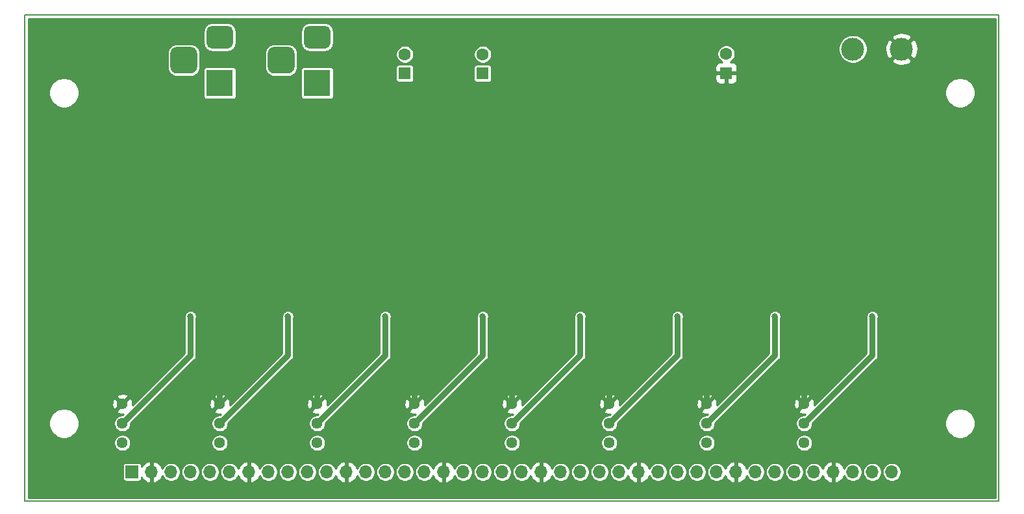
<source format=gbr>
G04 #@! TF.GenerationSoftware,KiCad,Pcbnew,5.1.8+dfsg1-1+b1*
G04 #@! TF.CreationDate,2021-05-07T15:05:44-05:00*
G04 #@! TF.ProjectId,potentiosynth,706f7465-6e74-4696-9f73-796e74682e6b,A*
G04 #@! TF.SameCoordinates,Original*
G04 #@! TF.FileFunction,Copper,L2,Bot*
G04 #@! TF.FilePolarity,Positive*
%FSLAX46Y46*%
G04 Gerber Fmt 4.6, Leading zero omitted, Abs format (unit mm)*
G04 Created by KiCad (PCBNEW 5.1.8+dfsg1-1+b1) date 2021-05-07 15:05:44*
%MOMM*%
%LPD*%
G01*
G04 APERTURE LIST*
G04 #@! TA.AperFunction,Profile*
%ADD10C,0.150000*%
G04 #@! TD*
G04 #@! TA.AperFunction,ComponentPad*
%ADD11C,1.440000*%
G04 #@! TD*
G04 #@! TA.AperFunction,ComponentPad*
%ADD12R,3.500000X3.500000*%
G04 #@! TD*
G04 #@! TA.AperFunction,ComponentPad*
%ADD13O,1.700000X1.700000*%
G04 #@! TD*
G04 #@! TA.AperFunction,ComponentPad*
%ADD14R,1.700000X1.700000*%
G04 #@! TD*
G04 #@! TA.AperFunction,ComponentPad*
%ADD15C,3.000000*%
G04 #@! TD*
G04 #@! TA.AperFunction,ComponentPad*
%ADD16C,1.600000*%
G04 #@! TD*
G04 #@! TA.AperFunction,ComponentPad*
%ADD17R,1.600000X1.600000*%
G04 #@! TD*
G04 #@! TA.AperFunction,ViaPad*
%ADD18C,0.800000*%
G04 #@! TD*
G04 #@! TA.AperFunction,Conductor*
%ADD19C,0.762000*%
G04 #@! TD*
G04 #@! TA.AperFunction,Conductor*
%ADD20C,0.254000*%
G04 #@! TD*
G04 #@! TA.AperFunction,Conductor*
%ADD21C,0.100000*%
G04 #@! TD*
G04 APERTURE END LIST*
D10*
X50800000Y-127000000D02*
X177800000Y-127000000D01*
X50800000Y-63500000D02*
X177800000Y-63500000D01*
X50800000Y-127000000D02*
X50800000Y-63500000D01*
X177800000Y-127000000D02*
X177800000Y-63500000D01*
D11*
X114300000Y-119380000D03*
X114300000Y-116840000D03*
X114300000Y-114300000D03*
X63500000Y-119380000D03*
X63500000Y-116840000D03*
X63500000Y-114300000D03*
X127000000Y-119380000D03*
X127000000Y-116840000D03*
X127000000Y-114300000D03*
X88900000Y-119380000D03*
X88900000Y-116840000D03*
X88900000Y-114300000D03*
X76200000Y-119380000D03*
X76200000Y-116840000D03*
X76200000Y-114300000D03*
X101600000Y-119380000D03*
X101600000Y-116840000D03*
X101600000Y-114300000D03*
X152400000Y-119380000D03*
X152400000Y-116840000D03*
X152400000Y-114300000D03*
X139700000Y-119380000D03*
X139700000Y-116840000D03*
X139700000Y-114300000D03*
G04 #@! TA.AperFunction,ComponentPad*
G36*
G01*
X83325000Y-67640000D02*
X85075000Y-67640000D01*
G75*
G02*
X85950000Y-68515000I0J-875000D01*
G01*
X85950000Y-70265000D01*
G75*
G02*
X85075000Y-71140000I-875000J0D01*
G01*
X83325000Y-71140000D01*
G75*
G02*
X82450000Y-70265000I0J875000D01*
G01*
X82450000Y-68515000D01*
G75*
G02*
X83325000Y-67640000I875000J0D01*
G01*
G37*
G04 #@! TD.AperFunction*
G04 #@! TA.AperFunction,ComponentPad*
G36*
G01*
X87900000Y-64890000D02*
X89900000Y-64890000D01*
G75*
G02*
X90650000Y-65640000I0J-750000D01*
G01*
X90650000Y-67140000D01*
G75*
G02*
X89900000Y-67890000I-750000J0D01*
G01*
X87900000Y-67890000D01*
G75*
G02*
X87150000Y-67140000I0J750000D01*
G01*
X87150000Y-65640000D01*
G75*
G02*
X87900000Y-64890000I750000J0D01*
G01*
G37*
G04 #@! TD.AperFunction*
D12*
X88900000Y-72390000D03*
G04 #@! TA.AperFunction,ComponentPad*
G36*
G01*
X70625000Y-67640000D02*
X72375000Y-67640000D01*
G75*
G02*
X73250000Y-68515000I0J-875000D01*
G01*
X73250000Y-70265000D01*
G75*
G02*
X72375000Y-71140000I-875000J0D01*
G01*
X70625000Y-71140000D01*
G75*
G02*
X69750000Y-70265000I0J875000D01*
G01*
X69750000Y-68515000D01*
G75*
G02*
X70625000Y-67640000I875000J0D01*
G01*
G37*
G04 #@! TD.AperFunction*
G04 #@! TA.AperFunction,ComponentPad*
G36*
G01*
X75200000Y-64890000D02*
X77200000Y-64890000D01*
G75*
G02*
X77950000Y-65640000I0J-750000D01*
G01*
X77950000Y-67140000D01*
G75*
G02*
X77200000Y-67890000I-750000J0D01*
G01*
X75200000Y-67890000D01*
G75*
G02*
X74450000Y-67140000I0J750000D01*
G01*
X74450000Y-65640000D01*
G75*
G02*
X75200000Y-64890000I750000J0D01*
G01*
G37*
G04 #@! TD.AperFunction*
X76200000Y-72390000D03*
D13*
X163830000Y-123190000D03*
X161290000Y-123190000D03*
X158750000Y-123190000D03*
X156210000Y-123190000D03*
X153670000Y-123190000D03*
X151130000Y-123190000D03*
X148590000Y-123190000D03*
X146050000Y-123190000D03*
X143510000Y-123190000D03*
X140970000Y-123190000D03*
X138430000Y-123190000D03*
X135890000Y-123190000D03*
X133350000Y-123190000D03*
X130810000Y-123190000D03*
X128270000Y-123190000D03*
X125730000Y-123190000D03*
X123190000Y-123190000D03*
X120650000Y-123190000D03*
X118110000Y-123190000D03*
X115570000Y-123190000D03*
X113030000Y-123190000D03*
X110490000Y-123190000D03*
X107950000Y-123190000D03*
X105410000Y-123190000D03*
X102870000Y-123190000D03*
X100330000Y-123190000D03*
X97790000Y-123190000D03*
X95250000Y-123190000D03*
X92710000Y-123190000D03*
X90170000Y-123190000D03*
X87630000Y-123190000D03*
X85090000Y-123190000D03*
X82550000Y-123190000D03*
X80010000Y-123190000D03*
X77470000Y-123190000D03*
X74930000Y-123190000D03*
X72390000Y-123190000D03*
X69850000Y-123190000D03*
X67310000Y-123190000D03*
D14*
X64770000Y-123190000D03*
D15*
X165100000Y-67945000D03*
X158750000Y-67945000D03*
D16*
X142240000Y-68580000D03*
D17*
X142240000Y-71080000D03*
D16*
X110490000Y-68620000D03*
D17*
X110490000Y-71120000D03*
D16*
X100330000Y-68620000D03*
D17*
X100330000Y-71120000D03*
D18*
X73660000Y-95250000D03*
X86360000Y-95250000D03*
X99060000Y-95250000D03*
X111760000Y-95250000D03*
X124460000Y-95250000D03*
X137160000Y-95250000D03*
X149860000Y-95250000D03*
X162560000Y-95250000D03*
X72390000Y-102870000D03*
X85090000Y-102870000D03*
X97790000Y-102870000D03*
X110490000Y-102870000D03*
X123190000Y-102870000D03*
X135890000Y-102870000D03*
X148590000Y-102870000D03*
X161290000Y-102870000D03*
D19*
X76200000Y-97790000D02*
X76200000Y-114300000D01*
X73660000Y-95250000D02*
X76200000Y-97790000D01*
X88900000Y-97790000D02*
X88900000Y-114300000D01*
X86360000Y-95250000D02*
X88900000Y-97790000D01*
X101600000Y-97790000D02*
X101600000Y-114300000D01*
X99060000Y-95250000D02*
X101600000Y-97790000D01*
X114300000Y-97790000D02*
X114300000Y-114300000D01*
X111760000Y-95250000D02*
X114300000Y-97790000D01*
X124460000Y-95250000D02*
X127000000Y-97790000D01*
X127000000Y-97790000D02*
X127000000Y-114300000D01*
X139700000Y-97790000D02*
X139700000Y-114300000D01*
X137160000Y-95250000D02*
X139700000Y-97790000D01*
X152400000Y-97790000D02*
X152400000Y-114300000D01*
X149860000Y-95250000D02*
X152400000Y-97790000D01*
X152400000Y-97790000D02*
X154940000Y-95250000D01*
X154940000Y-95250000D02*
X162560000Y-95250000D01*
X72390000Y-107950000D02*
X72390000Y-102870000D01*
X63500000Y-116840000D02*
X72390000Y-107950000D01*
X85090000Y-107950000D02*
X85090000Y-102870000D01*
X76200000Y-116840000D02*
X85090000Y-107950000D01*
X97790000Y-107950000D02*
X97790000Y-102870000D01*
X88900000Y-116840000D02*
X97790000Y-107950000D01*
X110490000Y-107950000D02*
X110490000Y-102870000D01*
X101600000Y-116840000D02*
X110490000Y-107950000D01*
X123190000Y-107950000D02*
X123190000Y-102870000D01*
X114300000Y-116840000D02*
X123190000Y-107950000D01*
X135890000Y-107950000D02*
X135890000Y-102870000D01*
X127000000Y-116840000D02*
X135890000Y-107950000D01*
X148590000Y-107950000D02*
X148590000Y-102870000D01*
X139700000Y-116840000D02*
X148590000Y-107950000D01*
X161290000Y-107950000D02*
X161290000Y-102870000D01*
X152400000Y-116840000D02*
X161290000Y-107950000D01*
D20*
X177344000Y-126544000D02*
X51256000Y-126544000D01*
X51256000Y-122340000D01*
X63537157Y-122340000D01*
X63537157Y-124040000D01*
X63544513Y-124114689D01*
X63566299Y-124186508D01*
X63601678Y-124252696D01*
X63649289Y-124310711D01*
X63707304Y-124358322D01*
X63773492Y-124393701D01*
X63845311Y-124415487D01*
X63920000Y-124422843D01*
X65620000Y-124422843D01*
X65694689Y-124415487D01*
X65766508Y-124393701D01*
X65832696Y-124358322D01*
X65890711Y-124310711D01*
X65938322Y-124252696D01*
X65973701Y-124186508D01*
X65995487Y-124114689D01*
X66002843Y-124040000D01*
X66002843Y-123883367D01*
X66114822Y-124071355D01*
X66309731Y-124287588D01*
X66543080Y-124461641D01*
X66805901Y-124586825D01*
X66953110Y-124631476D01*
X67183000Y-124510155D01*
X67183000Y-123317000D01*
X67163000Y-123317000D01*
X67163000Y-123063000D01*
X67183000Y-123063000D01*
X67183000Y-121869845D01*
X67437000Y-121869845D01*
X67437000Y-123063000D01*
X67457000Y-123063000D01*
X67457000Y-123317000D01*
X67437000Y-123317000D01*
X67437000Y-124510155D01*
X67666890Y-124631476D01*
X67814099Y-124586825D01*
X68076920Y-124461641D01*
X68310269Y-124287588D01*
X68505178Y-124071355D01*
X68654157Y-123821252D01*
X68711772Y-123658832D01*
X68759102Y-123773097D01*
X68893820Y-123974717D01*
X69065283Y-124146180D01*
X69266903Y-124280898D01*
X69490931Y-124373693D01*
X69728757Y-124421000D01*
X69971243Y-124421000D01*
X70209069Y-124373693D01*
X70433097Y-124280898D01*
X70634717Y-124146180D01*
X70806180Y-123974717D01*
X70940898Y-123773097D01*
X71033693Y-123549069D01*
X71081000Y-123311243D01*
X71081000Y-123068757D01*
X71159000Y-123068757D01*
X71159000Y-123311243D01*
X71206307Y-123549069D01*
X71299102Y-123773097D01*
X71433820Y-123974717D01*
X71605283Y-124146180D01*
X71806903Y-124280898D01*
X72030931Y-124373693D01*
X72268757Y-124421000D01*
X72511243Y-124421000D01*
X72749069Y-124373693D01*
X72973097Y-124280898D01*
X73174717Y-124146180D01*
X73346180Y-123974717D01*
X73480898Y-123773097D01*
X73573693Y-123549069D01*
X73621000Y-123311243D01*
X73621000Y-123068757D01*
X73699000Y-123068757D01*
X73699000Y-123311243D01*
X73746307Y-123549069D01*
X73839102Y-123773097D01*
X73973820Y-123974717D01*
X74145283Y-124146180D01*
X74346903Y-124280898D01*
X74570931Y-124373693D01*
X74808757Y-124421000D01*
X75051243Y-124421000D01*
X75289069Y-124373693D01*
X75513097Y-124280898D01*
X75714717Y-124146180D01*
X75886180Y-123974717D01*
X76020898Y-123773097D01*
X76113693Y-123549069D01*
X76161000Y-123311243D01*
X76161000Y-123068757D01*
X76239000Y-123068757D01*
X76239000Y-123311243D01*
X76286307Y-123549069D01*
X76379102Y-123773097D01*
X76513820Y-123974717D01*
X76685283Y-124146180D01*
X76886903Y-124280898D01*
X77110931Y-124373693D01*
X77348757Y-124421000D01*
X77591243Y-124421000D01*
X77829069Y-124373693D01*
X78053097Y-124280898D01*
X78254717Y-124146180D01*
X78426180Y-123974717D01*
X78560898Y-123773097D01*
X78608228Y-123658832D01*
X78665843Y-123821252D01*
X78814822Y-124071355D01*
X79009731Y-124287588D01*
X79243080Y-124461641D01*
X79505901Y-124586825D01*
X79653110Y-124631476D01*
X79883000Y-124510155D01*
X79883000Y-123317000D01*
X79863000Y-123317000D01*
X79863000Y-123063000D01*
X79883000Y-123063000D01*
X79883000Y-121869845D01*
X80137000Y-121869845D01*
X80137000Y-123063000D01*
X80157000Y-123063000D01*
X80157000Y-123317000D01*
X80137000Y-123317000D01*
X80137000Y-124510155D01*
X80366890Y-124631476D01*
X80514099Y-124586825D01*
X80776920Y-124461641D01*
X81010269Y-124287588D01*
X81205178Y-124071355D01*
X81354157Y-123821252D01*
X81411772Y-123658832D01*
X81459102Y-123773097D01*
X81593820Y-123974717D01*
X81765283Y-124146180D01*
X81966903Y-124280898D01*
X82190931Y-124373693D01*
X82428757Y-124421000D01*
X82671243Y-124421000D01*
X82909069Y-124373693D01*
X83133097Y-124280898D01*
X83334717Y-124146180D01*
X83506180Y-123974717D01*
X83640898Y-123773097D01*
X83733693Y-123549069D01*
X83781000Y-123311243D01*
X83781000Y-123068757D01*
X83859000Y-123068757D01*
X83859000Y-123311243D01*
X83906307Y-123549069D01*
X83999102Y-123773097D01*
X84133820Y-123974717D01*
X84305283Y-124146180D01*
X84506903Y-124280898D01*
X84730931Y-124373693D01*
X84968757Y-124421000D01*
X85211243Y-124421000D01*
X85449069Y-124373693D01*
X85673097Y-124280898D01*
X85874717Y-124146180D01*
X86046180Y-123974717D01*
X86180898Y-123773097D01*
X86273693Y-123549069D01*
X86321000Y-123311243D01*
X86321000Y-123068757D01*
X86399000Y-123068757D01*
X86399000Y-123311243D01*
X86446307Y-123549069D01*
X86539102Y-123773097D01*
X86673820Y-123974717D01*
X86845283Y-124146180D01*
X87046903Y-124280898D01*
X87270931Y-124373693D01*
X87508757Y-124421000D01*
X87751243Y-124421000D01*
X87989069Y-124373693D01*
X88213097Y-124280898D01*
X88414717Y-124146180D01*
X88586180Y-123974717D01*
X88720898Y-123773097D01*
X88813693Y-123549069D01*
X88861000Y-123311243D01*
X88861000Y-123068757D01*
X88939000Y-123068757D01*
X88939000Y-123311243D01*
X88986307Y-123549069D01*
X89079102Y-123773097D01*
X89213820Y-123974717D01*
X89385283Y-124146180D01*
X89586903Y-124280898D01*
X89810931Y-124373693D01*
X90048757Y-124421000D01*
X90291243Y-124421000D01*
X90529069Y-124373693D01*
X90753097Y-124280898D01*
X90954717Y-124146180D01*
X91126180Y-123974717D01*
X91260898Y-123773097D01*
X91308228Y-123658832D01*
X91365843Y-123821252D01*
X91514822Y-124071355D01*
X91709731Y-124287588D01*
X91943080Y-124461641D01*
X92205901Y-124586825D01*
X92353110Y-124631476D01*
X92583000Y-124510155D01*
X92583000Y-123317000D01*
X92563000Y-123317000D01*
X92563000Y-123063000D01*
X92583000Y-123063000D01*
X92583000Y-121869845D01*
X92837000Y-121869845D01*
X92837000Y-123063000D01*
X92857000Y-123063000D01*
X92857000Y-123317000D01*
X92837000Y-123317000D01*
X92837000Y-124510155D01*
X93066890Y-124631476D01*
X93214099Y-124586825D01*
X93476920Y-124461641D01*
X93710269Y-124287588D01*
X93905178Y-124071355D01*
X94054157Y-123821252D01*
X94111772Y-123658832D01*
X94159102Y-123773097D01*
X94293820Y-123974717D01*
X94465283Y-124146180D01*
X94666903Y-124280898D01*
X94890931Y-124373693D01*
X95128757Y-124421000D01*
X95371243Y-124421000D01*
X95609069Y-124373693D01*
X95833097Y-124280898D01*
X96034717Y-124146180D01*
X96206180Y-123974717D01*
X96340898Y-123773097D01*
X96433693Y-123549069D01*
X96481000Y-123311243D01*
X96481000Y-123068757D01*
X96559000Y-123068757D01*
X96559000Y-123311243D01*
X96606307Y-123549069D01*
X96699102Y-123773097D01*
X96833820Y-123974717D01*
X97005283Y-124146180D01*
X97206903Y-124280898D01*
X97430931Y-124373693D01*
X97668757Y-124421000D01*
X97911243Y-124421000D01*
X98149069Y-124373693D01*
X98373097Y-124280898D01*
X98574717Y-124146180D01*
X98746180Y-123974717D01*
X98880898Y-123773097D01*
X98973693Y-123549069D01*
X99021000Y-123311243D01*
X99021000Y-123068757D01*
X99099000Y-123068757D01*
X99099000Y-123311243D01*
X99146307Y-123549069D01*
X99239102Y-123773097D01*
X99373820Y-123974717D01*
X99545283Y-124146180D01*
X99746903Y-124280898D01*
X99970931Y-124373693D01*
X100208757Y-124421000D01*
X100451243Y-124421000D01*
X100689069Y-124373693D01*
X100913097Y-124280898D01*
X101114717Y-124146180D01*
X101286180Y-123974717D01*
X101420898Y-123773097D01*
X101513693Y-123549069D01*
X101561000Y-123311243D01*
X101561000Y-123068757D01*
X101639000Y-123068757D01*
X101639000Y-123311243D01*
X101686307Y-123549069D01*
X101779102Y-123773097D01*
X101913820Y-123974717D01*
X102085283Y-124146180D01*
X102286903Y-124280898D01*
X102510931Y-124373693D01*
X102748757Y-124421000D01*
X102991243Y-124421000D01*
X103229069Y-124373693D01*
X103453097Y-124280898D01*
X103654717Y-124146180D01*
X103826180Y-123974717D01*
X103960898Y-123773097D01*
X104008228Y-123658832D01*
X104065843Y-123821252D01*
X104214822Y-124071355D01*
X104409731Y-124287588D01*
X104643080Y-124461641D01*
X104905901Y-124586825D01*
X105053110Y-124631476D01*
X105283000Y-124510155D01*
X105283000Y-123317000D01*
X105263000Y-123317000D01*
X105263000Y-123063000D01*
X105283000Y-123063000D01*
X105283000Y-121869845D01*
X105537000Y-121869845D01*
X105537000Y-123063000D01*
X105557000Y-123063000D01*
X105557000Y-123317000D01*
X105537000Y-123317000D01*
X105537000Y-124510155D01*
X105766890Y-124631476D01*
X105914099Y-124586825D01*
X106176920Y-124461641D01*
X106410269Y-124287588D01*
X106605178Y-124071355D01*
X106754157Y-123821252D01*
X106811772Y-123658832D01*
X106859102Y-123773097D01*
X106993820Y-123974717D01*
X107165283Y-124146180D01*
X107366903Y-124280898D01*
X107590931Y-124373693D01*
X107828757Y-124421000D01*
X108071243Y-124421000D01*
X108309069Y-124373693D01*
X108533097Y-124280898D01*
X108734717Y-124146180D01*
X108906180Y-123974717D01*
X109040898Y-123773097D01*
X109133693Y-123549069D01*
X109181000Y-123311243D01*
X109181000Y-123068757D01*
X109259000Y-123068757D01*
X109259000Y-123311243D01*
X109306307Y-123549069D01*
X109399102Y-123773097D01*
X109533820Y-123974717D01*
X109705283Y-124146180D01*
X109906903Y-124280898D01*
X110130931Y-124373693D01*
X110368757Y-124421000D01*
X110611243Y-124421000D01*
X110849069Y-124373693D01*
X111073097Y-124280898D01*
X111274717Y-124146180D01*
X111446180Y-123974717D01*
X111580898Y-123773097D01*
X111673693Y-123549069D01*
X111721000Y-123311243D01*
X111721000Y-123068757D01*
X111799000Y-123068757D01*
X111799000Y-123311243D01*
X111846307Y-123549069D01*
X111939102Y-123773097D01*
X112073820Y-123974717D01*
X112245283Y-124146180D01*
X112446903Y-124280898D01*
X112670931Y-124373693D01*
X112908757Y-124421000D01*
X113151243Y-124421000D01*
X113389069Y-124373693D01*
X113613097Y-124280898D01*
X113814717Y-124146180D01*
X113986180Y-123974717D01*
X114120898Y-123773097D01*
X114213693Y-123549069D01*
X114261000Y-123311243D01*
X114261000Y-123068757D01*
X114339000Y-123068757D01*
X114339000Y-123311243D01*
X114386307Y-123549069D01*
X114479102Y-123773097D01*
X114613820Y-123974717D01*
X114785283Y-124146180D01*
X114986903Y-124280898D01*
X115210931Y-124373693D01*
X115448757Y-124421000D01*
X115691243Y-124421000D01*
X115929069Y-124373693D01*
X116153097Y-124280898D01*
X116354717Y-124146180D01*
X116526180Y-123974717D01*
X116660898Y-123773097D01*
X116708228Y-123658832D01*
X116765843Y-123821252D01*
X116914822Y-124071355D01*
X117109731Y-124287588D01*
X117343080Y-124461641D01*
X117605901Y-124586825D01*
X117753110Y-124631476D01*
X117983000Y-124510155D01*
X117983000Y-123317000D01*
X117963000Y-123317000D01*
X117963000Y-123063000D01*
X117983000Y-123063000D01*
X117983000Y-121869845D01*
X118237000Y-121869845D01*
X118237000Y-123063000D01*
X118257000Y-123063000D01*
X118257000Y-123317000D01*
X118237000Y-123317000D01*
X118237000Y-124510155D01*
X118466890Y-124631476D01*
X118614099Y-124586825D01*
X118876920Y-124461641D01*
X119110269Y-124287588D01*
X119305178Y-124071355D01*
X119454157Y-123821252D01*
X119511772Y-123658832D01*
X119559102Y-123773097D01*
X119693820Y-123974717D01*
X119865283Y-124146180D01*
X120066903Y-124280898D01*
X120290931Y-124373693D01*
X120528757Y-124421000D01*
X120771243Y-124421000D01*
X121009069Y-124373693D01*
X121233097Y-124280898D01*
X121434717Y-124146180D01*
X121606180Y-123974717D01*
X121740898Y-123773097D01*
X121833693Y-123549069D01*
X121881000Y-123311243D01*
X121881000Y-123068757D01*
X121959000Y-123068757D01*
X121959000Y-123311243D01*
X122006307Y-123549069D01*
X122099102Y-123773097D01*
X122233820Y-123974717D01*
X122405283Y-124146180D01*
X122606903Y-124280898D01*
X122830931Y-124373693D01*
X123068757Y-124421000D01*
X123311243Y-124421000D01*
X123549069Y-124373693D01*
X123773097Y-124280898D01*
X123974717Y-124146180D01*
X124146180Y-123974717D01*
X124280898Y-123773097D01*
X124373693Y-123549069D01*
X124421000Y-123311243D01*
X124421000Y-123068757D01*
X124499000Y-123068757D01*
X124499000Y-123311243D01*
X124546307Y-123549069D01*
X124639102Y-123773097D01*
X124773820Y-123974717D01*
X124945283Y-124146180D01*
X125146903Y-124280898D01*
X125370931Y-124373693D01*
X125608757Y-124421000D01*
X125851243Y-124421000D01*
X126089069Y-124373693D01*
X126313097Y-124280898D01*
X126514717Y-124146180D01*
X126686180Y-123974717D01*
X126820898Y-123773097D01*
X126913693Y-123549069D01*
X126961000Y-123311243D01*
X126961000Y-123068757D01*
X127039000Y-123068757D01*
X127039000Y-123311243D01*
X127086307Y-123549069D01*
X127179102Y-123773097D01*
X127313820Y-123974717D01*
X127485283Y-124146180D01*
X127686903Y-124280898D01*
X127910931Y-124373693D01*
X128148757Y-124421000D01*
X128391243Y-124421000D01*
X128629069Y-124373693D01*
X128853097Y-124280898D01*
X129054717Y-124146180D01*
X129226180Y-123974717D01*
X129360898Y-123773097D01*
X129408228Y-123658832D01*
X129465843Y-123821252D01*
X129614822Y-124071355D01*
X129809731Y-124287588D01*
X130043080Y-124461641D01*
X130305901Y-124586825D01*
X130453110Y-124631476D01*
X130683000Y-124510155D01*
X130683000Y-123317000D01*
X130663000Y-123317000D01*
X130663000Y-123063000D01*
X130683000Y-123063000D01*
X130683000Y-121869845D01*
X130937000Y-121869845D01*
X130937000Y-123063000D01*
X130957000Y-123063000D01*
X130957000Y-123317000D01*
X130937000Y-123317000D01*
X130937000Y-124510155D01*
X131166890Y-124631476D01*
X131314099Y-124586825D01*
X131576920Y-124461641D01*
X131810269Y-124287588D01*
X132005178Y-124071355D01*
X132154157Y-123821252D01*
X132211772Y-123658832D01*
X132259102Y-123773097D01*
X132393820Y-123974717D01*
X132565283Y-124146180D01*
X132766903Y-124280898D01*
X132990931Y-124373693D01*
X133228757Y-124421000D01*
X133471243Y-124421000D01*
X133709069Y-124373693D01*
X133933097Y-124280898D01*
X134134717Y-124146180D01*
X134306180Y-123974717D01*
X134440898Y-123773097D01*
X134533693Y-123549069D01*
X134581000Y-123311243D01*
X134581000Y-123068757D01*
X134659000Y-123068757D01*
X134659000Y-123311243D01*
X134706307Y-123549069D01*
X134799102Y-123773097D01*
X134933820Y-123974717D01*
X135105283Y-124146180D01*
X135306903Y-124280898D01*
X135530931Y-124373693D01*
X135768757Y-124421000D01*
X136011243Y-124421000D01*
X136249069Y-124373693D01*
X136473097Y-124280898D01*
X136674717Y-124146180D01*
X136846180Y-123974717D01*
X136980898Y-123773097D01*
X137073693Y-123549069D01*
X137121000Y-123311243D01*
X137121000Y-123068757D01*
X137199000Y-123068757D01*
X137199000Y-123311243D01*
X137246307Y-123549069D01*
X137339102Y-123773097D01*
X137473820Y-123974717D01*
X137645283Y-124146180D01*
X137846903Y-124280898D01*
X138070931Y-124373693D01*
X138308757Y-124421000D01*
X138551243Y-124421000D01*
X138789069Y-124373693D01*
X139013097Y-124280898D01*
X139214717Y-124146180D01*
X139386180Y-123974717D01*
X139520898Y-123773097D01*
X139613693Y-123549069D01*
X139661000Y-123311243D01*
X139661000Y-123068757D01*
X139739000Y-123068757D01*
X139739000Y-123311243D01*
X139786307Y-123549069D01*
X139879102Y-123773097D01*
X140013820Y-123974717D01*
X140185283Y-124146180D01*
X140386903Y-124280898D01*
X140610931Y-124373693D01*
X140848757Y-124421000D01*
X141091243Y-124421000D01*
X141329069Y-124373693D01*
X141553097Y-124280898D01*
X141754717Y-124146180D01*
X141926180Y-123974717D01*
X142060898Y-123773097D01*
X142108228Y-123658832D01*
X142165843Y-123821252D01*
X142314822Y-124071355D01*
X142509731Y-124287588D01*
X142743080Y-124461641D01*
X143005901Y-124586825D01*
X143153110Y-124631476D01*
X143383000Y-124510155D01*
X143383000Y-123317000D01*
X143363000Y-123317000D01*
X143363000Y-123063000D01*
X143383000Y-123063000D01*
X143383000Y-121869845D01*
X143637000Y-121869845D01*
X143637000Y-123063000D01*
X143657000Y-123063000D01*
X143657000Y-123317000D01*
X143637000Y-123317000D01*
X143637000Y-124510155D01*
X143866890Y-124631476D01*
X144014099Y-124586825D01*
X144276920Y-124461641D01*
X144510269Y-124287588D01*
X144705178Y-124071355D01*
X144854157Y-123821252D01*
X144911772Y-123658832D01*
X144959102Y-123773097D01*
X145093820Y-123974717D01*
X145265283Y-124146180D01*
X145466903Y-124280898D01*
X145690931Y-124373693D01*
X145928757Y-124421000D01*
X146171243Y-124421000D01*
X146409069Y-124373693D01*
X146633097Y-124280898D01*
X146834717Y-124146180D01*
X147006180Y-123974717D01*
X147140898Y-123773097D01*
X147233693Y-123549069D01*
X147281000Y-123311243D01*
X147281000Y-123068757D01*
X147359000Y-123068757D01*
X147359000Y-123311243D01*
X147406307Y-123549069D01*
X147499102Y-123773097D01*
X147633820Y-123974717D01*
X147805283Y-124146180D01*
X148006903Y-124280898D01*
X148230931Y-124373693D01*
X148468757Y-124421000D01*
X148711243Y-124421000D01*
X148949069Y-124373693D01*
X149173097Y-124280898D01*
X149374717Y-124146180D01*
X149546180Y-123974717D01*
X149680898Y-123773097D01*
X149773693Y-123549069D01*
X149821000Y-123311243D01*
X149821000Y-123068757D01*
X149899000Y-123068757D01*
X149899000Y-123311243D01*
X149946307Y-123549069D01*
X150039102Y-123773097D01*
X150173820Y-123974717D01*
X150345283Y-124146180D01*
X150546903Y-124280898D01*
X150770931Y-124373693D01*
X151008757Y-124421000D01*
X151251243Y-124421000D01*
X151489069Y-124373693D01*
X151713097Y-124280898D01*
X151914717Y-124146180D01*
X152086180Y-123974717D01*
X152220898Y-123773097D01*
X152313693Y-123549069D01*
X152361000Y-123311243D01*
X152361000Y-123068757D01*
X152439000Y-123068757D01*
X152439000Y-123311243D01*
X152486307Y-123549069D01*
X152579102Y-123773097D01*
X152713820Y-123974717D01*
X152885283Y-124146180D01*
X153086903Y-124280898D01*
X153310931Y-124373693D01*
X153548757Y-124421000D01*
X153791243Y-124421000D01*
X154029069Y-124373693D01*
X154253097Y-124280898D01*
X154454717Y-124146180D01*
X154626180Y-123974717D01*
X154760898Y-123773097D01*
X154808228Y-123658832D01*
X154865843Y-123821252D01*
X155014822Y-124071355D01*
X155209731Y-124287588D01*
X155443080Y-124461641D01*
X155705901Y-124586825D01*
X155853110Y-124631476D01*
X156083000Y-124510155D01*
X156083000Y-123317000D01*
X156063000Y-123317000D01*
X156063000Y-123063000D01*
X156083000Y-123063000D01*
X156083000Y-121869845D01*
X156337000Y-121869845D01*
X156337000Y-123063000D01*
X156357000Y-123063000D01*
X156357000Y-123317000D01*
X156337000Y-123317000D01*
X156337000Y-124510155D01*
X156566890Y-124631476D01*
X156714099Y-124586825D01*
X156976920Y-124461641D01*
X157210269Y-124287588D01*
X157405178Y-124071355D01*
X157554157Y-123821252D01*
X157611772Y-123658832D01*
X157659102Y-123773097D01*
X157793820Y-123974717D01*
X157965283Y-124146180D01*
X158166903Y-124280898D01*
X158390931Y-124373693D01*
X158628757Y-124421000D01*
X158871243Y-124421000D01*
X159109069Y-124373693D01*
X159333097Y-124280898D01*
X159534717Y-124146180D01*
X159706180Y-123974717D01*
X159840898Y-123773097D01*
X159933693Y-123549069D01*
X159981000Y-123311243D01*
X159981000Y-123068757D01*
X160059000Y-123068757D01*
X160059000Y-123311243D01*
X160106307Y-123549069D01*
X160199102Y-123773097D01*
X160333820Y-123974717D01*
X160505283Y-124146180D01*
X160706903Y-124280898D01*
X160930931Y-124373693D01*
X161168757Y-124421000D01*
X161411243Y-124421000D01*
X161649069Y-124373693D01*
X161873097Y-124280898D01*
X162074717Y-124146180D01*
X162246180Y-123974717D01*
X162380898Y-123773097D01*
X162473693Y-123549069D01*
X162521000Y-123311243D01*
X162521000Y-123068757D01*
X162599000Y-123068757D01*
X162599000Y-123311243D01*
X162646307Y-123549069D01*
X162739102Y-123773097D01*
X162873820Y-123974717D01*
X163045283Y-124146180D01*
X163246903Y-124280898D01*
X163470931Y-124373693D01*
X163708757Y-124421000D01*
X163951243Y-124421000D01*
X164189069Y-124373693D01*
X164413097Y-124280898D01*
X164614717Y-124146180D01*
X164786180Y-123974717D01*
X164920898Y-123773097D01*
X165013693Y-123549069D01*
X165061000Y-123311243D01*
X165061000Y-123068757D01*
X165013693Y-122830931D01*
X164920898Y-122606903D01*
X164786180Y-122405283D01*
X164614717Y-122233820D01*
X164413097Y-122099102D01*
X164189069Y-122006307D01*
X163951243Y-121959000D01*
X163708757Y-121959000D01*
X163470931Y-122006307D01*
X163246903Y-122099102D01*
X163045283Y-122233820D01*
X162873820Y-122405283D01*
X162739102Y-122606903D01*
X162646307Y-122830931D01*
X162599000Y-123068757D01*
X162521000Y-123068757D01*
X162473693Y-122830931D01*
X162380898Y-122606903D01*
X162246180Y-122405283D01*
X162074717Y-122233820D01*
X161873097Y-122099102D01*
X161649069Y-122006307D01*
X161411243Y-121959000D01*
X161168757Y-121959000D01*
X160930931Y-122006307D01*
X160706903Y-122099102D01*
X160505283Y-122233820D01*
X160333820Y-122405283D01*
X160199102Y-122606903D01*
X160106307Y-122830931D01*
X160059000Y-123068757D01*
X159981000Y-123068757D01*
X159933693Y-122830931D01*
X159840898Y-122606903D01*
X159706180Y-122405283D01*
X159534717Y-122233820D01*
X159333097Y-122099102D01*
X159109069Y-122006307D01*
X158871243Y-121959000D01*
X158628757Y-121959000D01*
X158390931Y-122006307D01*
X158166903Y-122099102D01*
X157965283Y-122233820D01*
X157793820Y-122405283D01*
X157659102Y-122606903D01*
X157611772Y-122721168D01*
X157554157Y-122558748D01*
X157405178Y-122308645D01*
X157210269Y-122092412D01*
X156976920Y-121918359D01*
X156714099Y-121793175D01*
X156566890Y-121748524D01*
X156337000Y-121869845D01*
X156083000Y-121869845D01*
X155853110Y-121748524D01*
X155705901Y-121793175D01*
X155443080Y-121918359D01*
X155209731Y-122092412D01*
X155014822Y-122308645D01*
X154865843Y-122558748D01*
X154808228Y-122721168D01*
X154760898Y-122606903D01*
X154626180Y-122405283D01*
X154454717Y-122233820D01*
X154253097Y-122099102D01*
X154029069Y-122006307D01*
X153791243Y-121959000D01*
X153548757Y-121959000D01*
X153310931Y-122006307D01*
X153086903Y-122099102D01*
X152885283Y-122233820D01*
X152713820Y-122405283D01*
X152579102Y-122606903D01*
X152486307Y-122830931D01*
X152439000Y-123068757D01*
X152361000Y-123068757D01*
X152313693Y-122830931D01*
X152220898Y-122606903D01*
X152086180Y-122405283D01*
X151914717Y-122233820D01*
X151713097Y-122099102D01*
X151489069Y-122006307D01*
X151251243Y-121959000D01*
X151008757Y-121959000D01*
X150770931Y-122006307D01*
X150546903Y-122099102D01*
X150345283Y-122233820D01*
X150173820Y-122405283D01*
X150039102Y-122606903D01*
X149946307Y-122830931D01*
X149899000Y-123068757D01*
X149821000Y-123068757D01*
X149773693Y-122830931D01*
X149680898Y-122606903D01*
X149546180Y-122405283D01*
X149374717Y-122233820D01*
X149173097Y-122099102D01*
X148949069Y-122006307D01*
X148711243Y-121959000D01*
X148468757Y-121959000D01*
X148230931Y-122006307D01*
X148006903Y-122099102D01*
X147805283Y-122233820D01*
X147633820Y-122405283D01*
X147499102Y-122606903D01*
X147406307Y-122830931D01*
X147359000Y-123068757D01*
X147281000Y-123068757D01*
X147233693Y-122830931D01*
X147140898Y-122606903D01*
X147006180Y-122405283D01*
X146834717Y-122233820D01*
X146633097Y-122099102D01*
X146409069Y-122006307D01*
X146171243Y-121959000D01*
X145928757Y-121959000D01*
X145690931Y-122006307D01*
X145466903Y-122099102D01*
X145265283Y-122233820D01*
X145093820Y-122405283D01*
X144959102Y-122606903D01*
X144911772Y-122721168D01*
X144854157Y-122558748D01*
X144705178Y-122308645D01*
X144510269Y-122092412D01*
X144276920Y-121918359D01*
X144014099Y-121793175D01*
X143866890Y-121748524D01*
X143637000Y-121869845D01*
X143383000Y-121869845D01*
X143153110Y-121748524D01*
X143005901Y-121793175D01*
X142743080Y-121918359D01*
X142509731Y-122092412D01*
X142314822Y-122308645D01*
X142165843Y-122558748D01*
X142108228Y-122721168D01*
X142060898Y-122606903D01*
X141926180Y-122405283D01*
X141754717Y-122233820D01*
X141553097Y-122099102D01*
X141329069Y-122006307D01*
X141091243Y-121959000D01*
X140848757Y-121959000D01*
X140610931Y-122006307D01*
X140386903Y-122099102D01*
X140185283Y-122233820D01*
X140013820Y-122405283D01*
X139879102Y-122606903D01*
X139786307Y-122830931D01*
X139739000Y-123068757D01*
X139661000Y-123068757D01*
X139613693Y-122830931D01*
X139520898Y-122606903D01*
X139386180Y-122405283D01*
X139214717Y-122233820D01*
X139013097Y-122099102D01*
X138789069Y-122006307D01*
X138551243Y-121959000D01*
X138308757Y-121959000D01*
X138070931Y-122006307D01*
X137846903Y-122099102D01*
X137645283Y-122233820D01*
X137473820Y-122405283D01*
X137339102Y-122606903D01*
X137246307Y-122830931D01*
X137199000Y-123068757D01*
X137121000Y-123068757D01*
X137073693Y-122830931D01*
X136980898Y-122606903D01*
X136846180Y-122405283D01*
X136674717Y-122233820D01*
X136473097Y-122099102D01*
X136249069Y-122006307D01*
X136011243Y-121959000D01*
X135768757Y-121959000D01*
X135530931Y-122006307D01*
X135306903Y-122099102D01*
X135105283Y-122233820D01*
X134933820Y-122405283D01*
X134799102Y-122606903D01*
X134706307Y-122830931D01*
X134659000Y-123068757D01*
X134581000Y-123068757D01*
X134533693Y-122830931D01*
X134440898Y-122606903D01*
X134306180Y-122405283D01*
X134134717Y-122233820D01*
X133933097Y-122099102D01*
X133709069Y-122006307D01*
X133471243Y-121959000D01*
X133228757Y-121959000D01*
X132990931Y-122006307D01*
X132766903Y-122099102D01*
X132565283Y-122233820D01*
X132393820Y-122405283D01*
X132259102Y-122606903D01*
X132211772Y-122721168D01*
X132154157Y-122558748D01*
X132005178Y-122308645D01*
X131810269Y-122092412D01*
X131576920Y-121918359D01*
X131314099Y-121793175D01*
X131166890Y-121748524D01*
X130937000Y-121869845D01*
X130683000Y-121869845D01*
X130453110Y-121748524D01*
X130305901Y-121793175D01*
X130043080Y-121918359D01*
X129809731Y-122092412D01*
X129614822Y-122308645D01*
X129465843Y-122558748D01*
X129408228Y-122721168D01*
X129360898Y-122606903D01*
X129226180Y-122405283D01*
X129054717Y-122233820D01*
X128853097Y-122099102D01*
X128629069Y-122006307D01*
X128391243Y-121959000D01*
X128148757Y-121959000D01*
X127910931Y-122006307D01*
X127686903Y-122099102D01*
X127485283Y-122233820D01*
X127313820Y-122405283D01*
X127179102Y-122606903D01*
X127086307Y-122830931D01*
X127039000Y-123068757D01*
X126961000Y-123068757D01*
X126913693Y-122830931D01*
X126820898Y-122606903D01*
X126686180Y-122405283D01*
X126514717Y-122233820D01*
X126313097Y-122099102D01*
X126089069Y-122006307D01*
X125851243Y-121959000D01*
X125608757Y-121959000D01*
X125370931Y-122006307D01*
X125146903Y-122099102D01*
X124945283Y-122233820D01*
X124773820Y-122405283D01*
X124639102Y-122606903D01*
X124546307Y-122830931D01*
X124499000Y-123068757D01*
X124421000Y-123068757D01*
X124373693Y-122830931D01*
X124280898Y-122606903D01*
X124146180Y-122405283D01*
X123974717Y-122233820D01*
X123773097Y-122099102D01*
X123549069Y-122006307D01*
X123311243Y-121959000D01*
X123068757Y-121959000D01*
X122830931Y-122006307D01*
X122606903Y-122099102D01*
X122405283Y-122233820D01*
X122233820Y-122405283D01*
X122099102Y-122606903D01*
X122006307Y-122830931D01*
X121959000Y-123068757D01*
X121881000Y-123068757D01*
X121833693Y-122830931D01*
X121740898Y-122606903D01*
X121606180Y-122405283D01*
X121434717Y-122233820D01*
X121233097Y-122099102D01*
X121009069Y-122006307D01*
X120771243Y-121959000D01*
X120528757Y-121959000D01*
X120290931Y-122006307D01*
X120066903Y-122099102D01*
X119865283Y-122233820D01*
X119693820Y-122405283D01*
X119559102Y-122606903D01*
X119511772Y-122721168D01*
X119454157Y-122558748D01*
X119305178Y-122308645D01*
X119110269Y-122092412D01*
X118876920Y-121918359D01*
X118614099Y-121793175D01*
X118466890Y-121748524D01*
X118237000Y-121869845D01*
X117983000Y-121869845D01*
X117753110Y-121748524D01*
X117605901Y-121793175D01*
X117343080Y-121918359D01*
X117109731Y-122092412D01*
X116914822Y-122308645D01*
X116765843Y-122558748D01*
X116708228Y-122721168D01*
X116660898Y-122606903D01*
X116526180Y-122405283D01*
X116354717Y-122233820D01*
X116153097Y-122099102D01*
X115929069Y-122006307D01*
X115691243Y-121959000D01*
X115448757Y-121959000D01*
X115210931Y-122006307D01*
X114986903Y-122099102D01*
X114785283Y-122233820D01*
X114613820Y-122405283D01*
X114479102Y-122606903D01*
X114386307Y-122830931D01*
X114339000Y-123068757D01*
X114261000Y-123068757D01*
X114213693Y-122830931D01*
X114120898Y-122606903D01*
X113986180Y-122405283D01*
X113814717Y-122233820D01*
X113613097Y-122099102D01*
X113389069Y-122006307D01*
X113151243Y-121959000D01*
X112908757Y-121959000D01*
X112670931Y-122006307D01*
X112446903Y-122099102D01*
X112245283Y-122233820D01*
X112073820Y-122405283D01*
X111939102Y-122606903D01*
X111846307Y-122830931D01*
X111799000Y-123068757D01*
X111721000Y-123068757D01*
X111673693Y-122830931D01*
X111580898Y-122606903D01*
X111446180Y-122405283D01*
X111274717Y-122233820D01*
X111073097Y-122099102D01*
X110849069Y-122006307D01*
X110611243Y-121959000D01*
X110368757Y-121959000D01*
X110130931Y-122006307D01*
X109906903Y-122099102D01*
X109705283Y-122233820D01*
X109533820Y-122405283D01*
X109399102Y-122606903D01*
X109306307Y-122830931D01*
X109259000Y-123068757D01*
X109181000Y-123068757D01*
X109133693Y-122830931D01*
X109040898Y-122606903D01*
X108906180Y-122405283D01*
X108734717Y-122233820D01*
X108533097Y-122099102D01*
X108309069Y-122006307D01*
X108071243Y-121959000D01*
X107828757Y-121959000D01*
X107590931Y-122006307D01*
X107366903Y-122099102D01*
X107165283Y-122233820D01*
X106993820Y-122405283D01*
X106859102Y-122606903D01*
X106811772Y-122721168D01*
X106754157Y-122558748D01*
X106605178Y-122308645D01*
X106410269Y-122092412D01*
X106176920Y-121918359D01*
X105914099Y-121793175D01*
X105766890Y-121748524D01*
X105537000Y-121869845D01*
X105283000Y-121869845D01*
X105053110Y-121748524D01*
X104905901Y-121793175D01*
X104643080Y-121918359D01*
X104409731Y-122092412D01*
X104214822Y-122308645D01*
X104065843Y-122558748D01*
X104008228Y-122721168D01*
X103960898Y-122606903D01*
X103826180Y-122405283D01*
X103654717Y-122233820D01*
X103453097Y-122099102D01*
X103229069Y-122006307D01*
X102991243Y-121959000D01*
X102748757Y-121959000D01*
X102510931Y-122006307D01*
X102286903Y-122099102D01*
X102085283Y-122233820D01*
X101913820Y-122405283D01*
X101779102Y-122606903D01*
X101686307Y-122830931D01*
X101639000Y-123068757D01*
X101561000Y-123068757D01*
X101513693Y-122830931D01*
X101420898Y-122606903D01*
X101286180Y-122405283D01*
X101114717Y-122233820D01*
X100913097Y-122099102D01*
X100689069Y-122006307D01*
X100451243Y-121959000D01*
X100208757Y-121959000D01*
X99970931Y-122006307D01*
X99746903Y-122099102D01*
X99545283Y-122233820D01*
X99373820Y-122405283D01*
X99239102Y-122606903D01*
X99146307Y-122830931D01*
X99099000Y-123068757D01*
X99021000Y-123068757D01*
X98973693Y-122830931D01*
X98880898Y-122606903D01*
X98746180Y-122405283D01*
X98574717Y-122233820D01*
X98373097Y-122099102D01*
X98149069Y-122006307D01*
X97911243Y-121959000D01*
X97668757Y-121959000D01*
X97430931Y-122006307D01*
X97206903Y-122099102D01*
X97005283Y-122233820D01*
X96833820Y-122405283D01*
X96699102Y-122606903D01*
X96606307Y-122830931D01*
X96559000Y-123068757D01*
X96481000Y-123068757D01*
X96433693Y-122830931D01*
X96340898Y-122606903D01*
X96206180Y-122405283D01*
X96034717Y-122233820D01*
X95833097Y-122099102D01*
X95609069Y-122006307D01*
X95371243Y-121959000D01*
X95128757Y-121959000D01*
X94890931Y-122006307D01*
X94666903Y-122099102D01*
X94465283Y-122233820D01*
X94293820Y-122405283D01*
X94159102Y-122606903D01*
X94111772Y-122721168D01*
X94054157Y-122558748D01*
X93905178Y-122308645D01*
X93710269Y-122092412D01*
X93476920Y-121918359D01*
X93214099Y-121793175D01*
X93066890Y-121748524D01*
X92837000Y-121869845D01*
X92583000Y-121869845D01*
X92353110Y-121748524D01*
X92205901Y-121793175D01*
X91943080Y-121918359D01*
X91709731Y-122092412D01*
X91514822Y-122308645D01*
X91365843Y-122558748D01*
X91308228Y-122721168D01*
X91260898Y-122606903D01*
X91126180Y-122405283D01*
X90954717Y-122233820D01*
X90753097Y-122099102D01*
X90529069Y-122006307D01*
X90291243Y-121959000D01*
X90048757Y-121959000D01*
X89810931Y-122006307D01*
X89586903Y-122099102D01*
X89385283Y-122233820D01*
X89213820Y-122405283D01*
X89079102Y-122606903D01*
X88986307Y-122830931D01*
X88939000Y-123068757D01*
X88861000Y-123068757D01*
X88813693Y-122830931D01*
X88720898Y-122606903D01*
X88586180Y-122405283D01*
X88414717Y-122233820D01*
X88213097Y-122099102D01*
X87989069Y-122006307D01*
X87751243Y-121959000D01*
X87508757Y-121959000D01*
X87270931Y-122006307D01*
X87046903Y-122099102D01*
X86845283Y-122233820D01*
X86673820Y-122405283D01*
X86539102Y-122606903D01*
X86446307Y-122830931D01*
X86399000Y-123068757D01*
X86321000Y-123068757D01*
X86273693Y-122830931D01*
X86180898Y-122606903D01*
X86046180Y-122405283D01*
X85874717Y-122233820D01*
X85673097Y-122099102D01*
X85449069Y-122006307D01*
X85211243Y-121959000D01*
X84968757Y-121959000D01*
X84730931Y-122006307D01*
X84506903Y-122099102D01*
X84305283Y-122233820D01*
X84133820Y-122405283D01*
X83999102Y-122606903D01*
X83906307Y-122830931D01*
X83859000Y-123068757D01*
X83781000Y-123068757D01*
X83733693Y-122830931D01*
X83640898Y-122606903D01*
X83506180Y-122405283D01*
X83334717Y-122233820D01*
X83133097Y-122099102D01*
X82909069Y-122006307D01*
X82671243Y-121959000D01*
X82428757Y-121959000D01*
X82190931Y-122006307D01*
X81966903Y-122099102D01*
X81765283Y-122233820D01*
X81593820Y-122405283D01*
X81459102Y-122606903D01*
X81411772Y-122721168D01*
X81354157Y-122558748D01*
X81205178Y-122308645D01*
X81010269Y-122092412D01*
X80776920Y-121918359D01*
X80514099Y-121793175D01*
X80366890Y-121748524D01*
X80137000Y-121869845D01*
X79883000Y-121869845D01*
X79653110Y-121748524D01*
X79505901Y-121793175D01*
X79243080Y-121918359D01*
X79009731Y-122092412D01*
X78814822Y-122308645D01*
X78665843Y-122558748D01*
X78608228Y-122721168D01*
X78560898Y-122606903D01*
X78426180Y-122405283D01*
X78254717Y-122233820D01*
X78053097Y-122099102D01*
X77829069Y-122006307D01*
X77591243Y-121959000D01*
X77348757Y-121959000D01*
X77110931Y-122006307D01*
X76886903Y-122099102D01*
X76685283Y-122233820D01*
X76513820Y-122405283D01*
X76379102Y-122606903D01*
X76286307Y-122830931D01*
X76239000Y-123068757D01*
X76161000Y-123068757D01*
X76113693Y-122830931D01*
X76020898Y-122606903D01*
X75886180Y-122405283D01*
X75714717Y-122233820D01*
X75513097Y-122099102D01*
X75289069Y-122006307D01*
X75051243Y-121959000D01*
X74808757Y-121959000D01*
X74570931Y-122006307D01*
X74346903Y-122099102D01*
X74145283Y-122233820D01*
X73973820Y-122405283D01*
X73839102Y-122606903D01*
X73746307Y-122830931D01*
X73699000Y-123068757D01*
X73621000Y-123068757D01*
X73573693Y-122830931D01*
X73480898Y-122606903D01*
X73346180Y-122405283D01*
X73174717Y-122233820D01*
X72973097Y-122099102D01*
X72749069Y-122006307D01*
X72511243Y-121959000D01*
X72268757Y-121959000D01*
X72030931Y-122006307D01*
X71806903Y-122099102D01*
X71605283Y-122233820D01*
X71433820Y-122405283D01*
X71299102Y-122606903D01*
X71206307Y-122830931D01*
X71159000Y-123068757D01*
X71081000Y-123068757D01*
X71033693Y-122830931D01*
X70940898Y-122606903D01*
X70806180Y-122405283D01*
X70634717Y-122233820D01*
X70433097Y-122099102D01*
X70209069Y-122006307D01*
X69971243Y-121959000D01*
X69728757Y-121959000D01*
X69490931Y-122006307D01*
X69266903Y-122099102D01*
X69065283Y-122233820D01*
X68893820Y-122405283D01*
X68759102Y-122606903D01*
X68711772Y-122721168D01*
X68654157Y-122558748D01*
X68505178Y-122308645D01*
X68310269Y-122092412D01*
X68076920Y-121918359D01*
X67814099Y-121793175D01*
X67666890Y-121748524D01*
X67437000Y-121869845D01*
X67183000Y-121869845D01*
X66953110Y-121748524D01*
X66805901Y-121793175D01*
X66543080Y-121918359D01*
X66309731Y-122092412D01*
X66114822Y-122308645D01*
X66002843Y-122496633D01*
X66002843Y-122340000D01*
X65995487Y-122265311D01*
X65973701Y-122193492D01*
X65938322Y-122127304D01*
X65890711Y-122069289D01*
X65832696Y-122021678D01*
X65766508Y-121986299D01*
X65694689Y-121964513D01*
X65620000Y-121957157D01*
X63920000Y-121957157D01*
X63845311Y-121964513D01*
X63773492Y-121986299D01*
X63707304Y-122021678D01*
X63649289Y-122069289D01*
X63601678Y-122127304D01*
X63566299Y-122193492D01*
X63544513Y-122265311D01*
X63537157Y-122340000D01*
X51256000Y-122340000D01*
X51256000Y-119271561D01*
X62399000Y-119271561D01*
X62399000Y-119488439D01*
X62441311Y-119701150D01*
X62524307Y-119901519D01*
X62644798Y-120081846D01*
X62798154Y-120235202D01*
X62978481Y-120355693D01*
X63178850Y-120438689D01*
X63391561Y-120481000D01*
X63608439Y-120481000D01*
X63821150Y-120438689D01*
X64021519Y-120355693D01*
X64201846Y-120235202D01*
X64355202Y-120081846D01*
X64475693Y-119901519D01*
X64558689Y-119701150D01*
X64601000Y-119488439D01*
X64601000Y-119271561D01*
X75099000Y-119271561D01*
X75099000Y-119488439D01*
X75141311Y-119701150D01*
X75224307Y-119901519D01*
X75344798Y-120081846D01*
X75498154Y-120235202D01*
X75678481Y-120355693D01*
X75878850Y-120438689D01*
X76091561Y-120481000D01*
X76308439Y-120481000D01*
X76521150Y-120438689D01*
X76721519Y-120355693D01*
X76901846Y-120235202D01*
X77055202Y-120081846D01*
X77175693Y-119901519D01*
X77258689Y-119701150D01*
X77301000Y-119488439D01*
X77301000Y-119271561D01*
X87799000Y-119271561D01*
X87799000Y-119488439D01*
X87841311Y-119701150D01*
X87924307Y-119901519D01*
X88044798Y-120081846D01*
X88198154Y-120235202D01*
X88378481Y-120355693D01*
X88578850Y-120438689D01*
X88791561Y-120481000D01*
X89008439Y-120481000D01*
X89221150Y-120438689D01*
X89421519Y-120355693D01*
X89601846Y-120235202D01*
X89755202Y-120081846D01*
X89875693Y-119901519D01*
X89958689Y-119701150D01*
X90001000Y-119488439D01*
X90001000Y-119271561D01*
X100499000Y-119271561D01*
X100499000Y-119488439D01*
X100541311Y-119701150D01*
X100624307Y-119901519D01*
X100744798Y-120081846D01*
X100898154Y-120235202D01*
X101078481Y-120355693D01*
X101278850Y-120438689D01*
X101491561Y-120481000D01*
X101708439Y-120481000D01*
X101921150Y-120438689D01*
X102121519Y-120355693D01*
X102301846Y-120235202D01*
X102455202Y-120081846D01*
X102575693Y-119901519D01*
X102658689Y-119701150D01*
X102701000Y-119488439D01*
X102701000Y-119271561D01*
X113199000Y-119271561D01*
X113199000Y-119488439D01*
X113241311Y-119701150D01*
X113324307Y-119901519D01*
X113444798Y-120081846D01*
X113598154Y-120235202D01*
X113778481Y-120355693D01*
X113978850Y-120438689D01*
X114191561Y-120481000D01*
X114408439Y-120481000D01*
X114621150Y-120438689D01*
X114821519Y-120355693D01*
X115001846Y-120235202D01*
X115155202Y-120081846D01*
X115275693Y-119901519D01*
X115358689Y-119701150D01*
X115401000Y-119488439D01*
X115401000Y-119271561D01*
X125899000Y-119271561D01*
X125899000Y-119488439D01*
X125941311Y-119701150D01*
X126024307Y-119901519D01*
X126144798Y-120081846D01*
X126298154Y-120235202D01*
X126478481Y-120355693D01*
X126678850Y-120438689D01*
X126891561Y-120481000D01*
X127108439Y-120481000D01*
X127321150Y-120438689D01*
X127521519Y-120355693D01*
X127701846Y-120235202D01*
X127855202Y-120081846D01*
X127975693Y-119901519D01*
X128058689Y-119701150D01*
X128101000Y-119488439D01*
X128101000Y-119271561D01*
X138599000Y-119271561D01*
X138599000Y-119488439D01*
X138641311Y-119701150D01*
X138724307Y-119901519D01*
X138844798Y-120081846D01*
X138998154Y-120235202D01*
X139178481Y-120355693D01*
X139378850Y-120438689D01*
X139591561Y-120481000D01*
X139808439Y-120481000D01*
X140021150Y-120438689D01*
X140221519Y-120355693D01*
X140401846Y-120235202D01*
X140555202Y-120081846D01*
X140675693Y-119901519D01*
X140758689Y-119701150D01*
X140801000Y-119488439D01*
X140801000Y-119271561D01*
X151299000Y-119271561D01*
X151299000Y-119488439D01*
X151341311Y-119701150D01*
X151424307Y-119901519D01*
X151544798Y-120081846D01*
X151698154Y-120235202D01*
X151878481Y-120355693D01*
X152078850Y-120438689D01*
X152291561Y-120481000D01*
X152508439Y-120481000D01*
X152721150Y-120438689D01*
X152921519Y-120355693D01*
X153101846Y-120235202D01*
X153255202Y-120081846D01*
X153375693Y-119901519D01*
X153458689Y-119701150D01*
X153501000Y-119488439D01*
X153501000Y-119271561D01*
X153458689Y-119058850D01*
X153375693Y-118858481D01*
X153255202Y-118678154D01*
X153101846Y-118524798D01*
X152921519Y-118404307D01*
X152721150Y-118321311D01*
X152508439Y-118279000D01*
X152291561Y-118279000D01*
X152078850Y-118321311D01*
X151878481Y-118404307D01*
X151698154Y-118524798D01*
X151544798Y-118678154D01*
X151424307Y-118858481D01*
X151341311Y-119058850D01*
X151299000Y-119271561D01*
X140801000Y-119271561D01*
X140758689Y-119058850D01*
X140675693Y-118858481D01*
X140555202Y-118678154D01*
X140401846Y-118524798D01*
X140221519Y-118404307D01*
X140021150Y-118321311D01*
X139808439Y-118279000D01*
X139591561Y-118279000D01*
X139378850Y-118321311D01*
X139178481Y-118404307D01*
X138998154Y-118524798D01*
X138844798Y-118678154D01*
X138724307Y-118858481D01*
X138641311Y-119058850D01*
X138599000Y-119271561D01*
X128101000Y-119271561D01*
X128058689Y-119058850D01*
X127975693Y-118858481D01*
X127855202Y-118678154D01*
X127701846Y-118524798D01*
X127521519Y-118404307D01*
X127321150Y-118321311D01*
X127108439Y-118279000D01*
X126891561Y-118279000D01*
X126678850Y-118321311D01*
X126478481Y-118404307D01*
X126298154Y-118524798D01*
X126144798Y-118678154D01*
X126024307Y-118858481D01*
X125941311Y-119058850D01*
X125899000Y-119271561D01*
X115401000Y-119271561D01*
X115358689Y-119058850D01*
X115275693Y-118858481D01*
X115155202Y-118678154D01*
X115001846Y-118524798D01*
X114821519Y-118404307D01*
X114621150Y-118321311D01*
X114408439Y-118279000D01*
X114191561Y-118279000D01*
X113978850Y-118321311D01*
X113778481Y-118404307D01*
X113598154Y-118524798D01*
X113444798Y-118678154D01*
X113324307Y-118858481D01*
X113241311Y-119058850D01*
X113199000Y-119271561D01*
X102701000Y-119271561D01*
X102658689Y-119058850D01*
X102575693Y-118858481D01*
X102455202Y-118678154D01*
X102301846Y-118524798D01*
X102121519Y-118404307D01*
X101921150Y-118321311D01*
X101708439Y-118279000D01*
X101491561Y-118279000D01*
X101278850Y-118321311D01*
X101078481Y-118404307D01*
X100898154Y-118524798D01*
X100744798Y-118678154D01*
X100624307Y-118858481D01*
X100541311Y-119058850D01*
X100499000Y-119271561D01*
X90001000Y-119271561D01*
X89958689Y-119058850D01*
X89875693Y-118858481D01*
X89755202Y-118678154D01*
X89601846Y-118524798D01*
X89421519Y-118404307D01*
X89221150Y-118321311D01*
X89008439Y-118279000D01*
X88791561Y-118279000D01*
X88578850Y-118321311D01*
X88378481Y-118404307D01*
X88198154Y-118524798D01*
X88044798Y-118678154D01*
X87924307Y-118858481D01*
X87841311Y-119058850D01*
X87799000Y-119271561D01*
X77301000Y-119271561D01*
X77258689Y-119058850D01*
X77175693Y-118858481D01*
X77055202Y-118678154D01*
X76901846Y-118524798D01*
X76721519Y-118404307D01*
X76521150Y-118321311D01*
X76308439Y-118279000D01*
X76091561Y-118279000D01*
X75878850Y-118321311D01*
X75678481Y-118404307D01*
X75498154Y-118524798D01*
X75344798Y-118678154D01*
X75224307Y-118858481D01*
X75141311Y-119058850D01*
X75099000Y-119271561D01*
X64601000Y-119271561D01*
X64558689Y-119058850D01*
X64475693Y-118858481D01*
X64355202Y-118678154D01*
X64201846Y-118524798D01*
X64021519Y-118404307D01*
X63821150Y-118321311D01*
X63608439Y-118279000D01*
X63391561Y-118279000D01*
X63178850Y-118321311D01*
X62978481Y-118404307D01*
X62798154Y-118524798D01*
X62644798Y-118678154D01*
X62524307Y-118858481D01*
X62441311Y-119058850D01*
X62399000Y-119271561D01*
X51256000Y-119271561D01*
X51256000Y-116644889D01*
X53899000Y-116644889D01*
X53899000Y-117035111D01*
X53975129Y-117417836D01*
X54124461Y-117778355D01*
X54341257Y-118102814D01*
X54617186Y-118378743D01*
X54941645Y-118595539D01*
X55302164Y-118744871D01*
X55684889Y-118821000D01*
X56075111Y-118821000D01*
X56457836Y-118744871D01*
X56818355Y-118595539D01*
X57142814Y-118378743D01*
X57418743Y-118102814D01*
X57635539Y-117778355D01*
X57784871Y-117417836D01*
X57861000Y-117035111D01*
X57861000Y-116731561D01*
X62399000Y-116731561D01*
X62399000Y-116948439D01*
X62441311Y-117161150D01*
X62524307Y-117361519D01*
X62644798Y-117541846D01*
X62798154Y-117695202D01*
X62978481Y-117815693D01*
X63178850Y-117898689D01*
X63391561Y-117941000D01*
X63608439Y-117941000D01*
X63821150Y-117898689D01*
X64021519Y-117815693D01*
X64201846Y-117695202D01*
X64355202Y-117541846D01*
X64475693Y-117361519D01*
X64558689Y-117161150D01*
X64601000Y-116948439D01*
X64601000Y-116816630D01*
X64686069Y-116731561D01*
X75099000Y-116731561D01*
X75099000Y-116948439D01*
X75141311Y-117161150D01*
X75224307Y-117361519D01*
X75344798Y-117541846D01*
X75498154Y-117695202D01*
X75678481Y-117815693D01*
X75878850Y-117898689D01*
X76091561Y-117941000D01*
X76308439Y-117941000D01*
X76521150Y-117898689D01*
X76721519Y-117815693D01*
X76901846Y-117695202D01*
X77055202Y-117541846D01*
X77175693Y-117361519D01*
X77258689Y-117161150D01*
X77301000Y-116948439D01*
X77301000Y-116816630D01*
X77386069Y-116731561D01*
X87799000Y-116731561D01*
X87799000Y-116948439D01*
X87841311Y-117161150D01*
X87924307Y-117361519D01*
X88044798Y-117541846D01*
X88198154Y-117695202D01*
X88378481Y-117815693D01*
X88578850Y-117898689D01*
X88791561Y-117941000D01*
X89008439Y-117941000D01*
X89221150Y-117898689D01*
X89421519Y-117815693D01*
X89601846Y-117695202D01*
X89755202Y-117541846D01*
X89875693Y-117361519D01*
X89958689Y-117161150D01*
X90001000Y-116948439D01*
X90001000Y-116816630D01*
X90086069Y-116731561D01*
X100499000Y-116731561D01*
X100499000Y-116948439D01*
X100541311Y-117161150D01*
X100624307Y-117361519D01*
X100744798Y-117541846D01*
X100898154Y-117695202D01*
X101078481Y-117815693D01*
X101278850Y-117898689D01*
X101491561Y-117941000D01*
X101708439Y-117941000D01*
X101921150Y-117898689D01*
X102121519Y-117815693D01*
X102301846Y-117695202D01*
X102455202Y-117541846D01*
X102575693Y-117361519D01*
X102658689Y-117161150D01*
X102701000Y-116948439D01*
X102701000Y-116816630D01*
X102786069Y-116731561D01*
X113199000Y-116731561D01*
X113199000Y-116948439D01*
X113241311Y-117161150D01*
X113324307Y-117361519D01*
X113444798Y-117541846D01*
X113598154Y-117695202D01*
X113778481Y-117815693D01*
X113978850Y-117898689D01*
X114191561Y-117941000D01*
X114408439Y-117941000D01*
X114621150Y-117898689D01*
X114821519Y-117815693D01*
X115001846Y-117695202D01*
X115155202Y-117541846D01*
X115275693Y-117361519D01*
X115358689Y-117161150D01*
X115401000Y-116948439D01*
X115401000Y-116816630D01*
X115486069Y-116731561D01*
X125899000Y-116731561D01*
X125899000Y-116948439D01*
X125941311Y-117161150D01*
X126024307Y-117361519D01*
X126144798Y-117541846D01*
X126298154Y-117695202D01*
X126478481Y-117815693D01*
X126678850Y-117898689D01*
X126891561Y-117941000D01*
X127108439Y-117941000D01*
X127321150Y-117898689D01*
X127521519Y-117815693D01*
X127701846Y-117695202D01*
X127855202Y-117541846D01*
X127975693Y-117361519D01*
X128058689Y-117161150D01*
X128101000Y-116948439D01*
X128101000Y-116816630D01*
X128186069Y-116731561D01*
X138599000Y-116731561D01*
X138599000Y-116948439D01*
X138641311Y-117161150D01*
X138724307Y-117361519D01*
X138844798Y-117541846D01*
X138998154Y-117695202D01*
X139178481Y-117815693D01*
X139378850Y-117898689D01*
X139591561Y-117941000D01*
X139808439Y-117941000D01*
X140021150Y-117898689D01*
X140221519Y-117815693D01*
X140401846Y-117695202D01*
X140555202Y-117541846D01*
X140675693Y-117361519D01*
X140758689Y-117161150D01*
X140801000Y-116948439D01*
X140801000Y-116816630D01*
X140886069Y-116731561D01*
X151299000Y-116731561D01*
X151299000Y-116948439D01*
X151341311Y-117161150D01*
X151424307Y-117361519D01*
X151544798Y-117541846D01*
X151698154Y-117695202D01*
X151878481Y-117815693D01*
X152078850Y-117898689D01*
X152291561Y-117941000D01*
X152508439Y-117941000D01*
X152721150Y-117898689D01*
X152921519Y-117815693D01*
X153101846Y-117695202D01*
X153255202Y-117541846D01*
X153375693Y-117361519D01*
X153458689Y-117161150D01*
X153501000Y-116948439D01*
X153501000Y-116816630D01*
X153672741Y-116644889D01*
X170739000Y-116644889D01*
X170739000Y-117035111D01*
X170815129Y-117417836D01*
X170964461Y-117778355D01*
X171181257Y-118102814D01*
X171457186Y-118378743D01*
X171781645Y-118595539D01*
X172142164Y-118744871D01*
X172524889Y-118821000D01*
X172915111Y-118821000D01*
X173297836Y-118744871D01*
X173658355Y-118595539D01*
X173982814Y-118378743D01*
X174258743Y-118102814D01*
X174475539Y-117778355D01*
X174624871Y-117417836D01*
X174701000Y-117035111D01*
X174701000Y-116644889D01*
X174624871Y-116262164D01*
X174475539Y-115901645D01*
X174258743Y-115577186D01*
X173982814Y-115301257D01*
X173658355Y-115084461D01*
X173297836Y-114935129D01*
X172915111Y-114859000D01*
X172524889Y-114859000D01*
X172142164Y-114935129D01*
X171781645Y-115084461D01*
X171457186Y-115301257D01*
X171181257Y-115577186D01*
X170964461Y-115901645D01*
X170815129Y-116262164D01*
X170739000Y-116644889D01*
X153672741Y-116644889D01*
X161802347Y-108515283D01*
X161831422Y-108491422D01*
X161891857Y-108417781D01*
X161926645Y-108375393D01*
X161997401Y-108243016D01*
X161997402Y-108243015D01*
X162040974Y-108099378D01*
X162052000Y-107987426D01*
X162052000Y-107987423D01*
X162055686Y-107950000D01*
X162052000Y-107912577D01*
X162052000Y-103042442D01*
X162071000Y-102946922D01*
X162071000Y-102793078D01*
X162040987Y-102642191D01*
X161982113Y-102500058D01*
X161896642Y-102372141D01*
X161787859Y-102263358D01*
X161659942Y-102177887D01*
X161517809Y-102119013D01*
X161366922Y-102089000D01*
X161213078Y-102089000D01*
X161062191Y-102119013D01*
X160920058Y-102177887D01*
X160792141Y-102263358D01*
X160683358Y-102372141D01*
X160597887Y-102500058D01*
X160539013Y-102642191D01*
X160509000Y-102793078D01*
X160509000Y-102946922D01*
X160528001Y-103042447D01*
X160528000Y-107634370D01*
X153751426Y-114410944D01*
X153759561Y-114226320D01*
X153719063Y-113962499D01*
X153627875Y-113711647D01*
X153571368Y-113605932D01*
X153335560Y-113544045D01*
X152579605Y-114300000D01*
X152593748Y-114314143D01*
X152414143Y-114493748D01*
X152400000Y-114479605D01*
X151644045Y-115235560D01*
X151705932Y-115471368D01*
X151947790Y-115584266D01*
X152207027Y-115647811D01*
X152473680Y-115659561D01*
X152508091Y-115654279D01*
X152423370Y-115739000D01*
X152291561Y-115739000D01*
X152078850Y-115781311D01*
X151878481Y-115864307D01*
X151698154Y-115984798D01*
X151544798Y-116138154D01*
X151424307Y-116318481D01*
X151341311Y-116518850D01*
X151299000Y-116731561D01*
X140886069Y-116731561D01*
X143243950Y-114373680D01*
X151040439Y-114373680D01*
X151080937Y-114637501D01*
X151172125Y-114888353D01*
X151228632Y-114994068D01*
X151464440Y-115055955D01*
X152220395Y-114300000D01*
X151464440Y-113544045D01*
X151228632Y-113605932D01*
X151115734Y-113847790D01*
X151052189Y-114107027D01*
X151040439Y-114373680D01*
X143243950Y-114373680D01*
X144253190Y-113364440D01*
X151644045Y-113364440D01*
X152400000Y-114120395D01*
X153155955Y-113364440D01*
X153094068Y-113128632D01*
X152852210Y-113015734D01*
X152592973Y-112952189D01*
X152326320Y-112940439D01*
X152062499Y-112980937D01*
X151811647Y-113072125D01*
X151705932Y-113128632D01*
X151644045Y-113364440D01*
X144253190Y-113364440D01*
X149102347Y-108515283D01*
X149131422Y-108491422D01*
X149191857Y-108417781D01*
X149226645Y-108375393D01*
X149297401Y-108243016D01*
X149297402Y-108243015D01*
X149340974Y-108099378D01*
X149352000Y-107987426D01*
X149352000Y-107987423D01*
X149355686Y-107950000D01*
X149352000Y-107912577D01*
X149352000Y-103042442D01*
X149371000Y-102946922D01*
X149371000Y-102793078D01*
X149340987Y-102642191D01*
X149282113Y-102500058D01*
X149196642Y-102372141D01*
X149087859Y-102263358D01*
X148959942Y-102177887D01*
X148817809Y-102119013D01*
X148666922Y-102089000D01*
X148513078Y-102089000D01*
X148362191Y-102119013D01*
X148220058Y-102177887D01*
X148092141Y-102263358D01*
X147983358Y-102372141D01*
X147897887Y-102500058D01*
X147839013Y-102642191D01*
X147809000Y-102793078D01*
X147809000Y-102946922D01*
X147828001Y-103042447D01*
X147828000Y-107634370D01*
X141051426Y-114410944D01*
X141059561Y-114226320D01*
X141019063Y-113962499D01*
X140927875Y-113711647D01*
X140871368Y-113605932D01*
X140635560Y-113544045D01*
X139879605Y-114300000D01*
X139893748Y-114314143D01*
X139714143Y-114493748D01*
X139700000Y-114479605D01*
X138944045Y-115235560D01*
X139005932Y-115471368D01*
X139247790Y-115584266D01*
X139507027Y-115647811D01*
X139773680Y-115659561D01*
X139808091Y-115654279D01*
X139723370Y-115739000D01*
X139591561Y-115739000D01*
X139378850Y-115781311D01*
X139178481Y-115864307D01*
X138998154Y-115984798D01*
X138844798Y-116138154D01*
X138724307Y-116318481D01*
X138641311Y-116518850D01*
X138599000Y-116731561D01*
X128186069Y-116731561D01*
X130543950Y-114373680D01*
X138340439Y-114373680D01*
X138380937Y-114637501D01*
X138472125Y-114888353D01*
X138528632Y-114994068D01*
X138764440Y-115055955D01*
X139520395Y-114300000D01*
X138764440Y-113544045D01*
X138528632Y-113605932D01*
X138415734Y-113847790D01*
X138352189Y-114107027D01*
X138340439Y-114373680D01*
X130543950Y-114373680D01*
X131553190Y-113364440D01*
X138944045Y-113364440D01*
X139700000Y-114120395D01*
X140455955Y-113364440D01*
X140394068Y-113128632D01*
X140152210Y-113015734D01*
X139892973Y-112952189D01*
X139626320Y-112940439D01*
X139362499Y-112980937D01*
X139111647Y-113072125D01*
X139005932Y-113128632D01*
X138944045Y-113364440D01*
X131553190Y-113364440D01*
X136402347Y-108515283D01*
X136431422Y-108491422D01*
X136491857Y-108417781D01*
X136526645Y-108375393D01*
X136597401Y-108243016D01*
X136597402Y-108243015D01*
X136640974Y-108099378D01*
X136652000Y-107987426D01*
X136652000Y-107987423D01*
X136655686Y-107950000D01*
X136652000Y-107912577D01*
X136652000Y-103042442D01*
X136671000Y-102946922D01*
X136671000Y-102793078D01*
X136640987Y-102642191D01*
X136582113Y-102500058D01*
X136496642Y-102372141D01*
X136387859Y-102263358D01*
X136259942Y-102177887D01*
X136117809Y-102119013D01*
X135966922Y-102089000D01*
X135813078Y-102089000D01*
X135662191Y-102119013D01*
X135520058Y-102177887D01*
X135392141Y-102263358D01*
X135283358Y-102372141D01*
X135197887Y-102500058D01*
X135139013Y-102642191D01*
X135109000Y-102793078D01*
X135109000Y-102946922D01*
X135128001Y-103042447D01*
X135128000Y-107634370D01*
X128351426Y-114410944D01*
X128359561Y-114226320D01*
X128319063Y-113962499D01*
X128227875Y-113711647D01*
X128171368Y-113605932D01*
X127935560Y-113544045D01*
X127179605Y-114300000D01*
X127193748Y-114314143D01*
X127014143Y-114493748D01*
X127000000Y-114479605D01*
X126244045Y-115235560D01*
X126305932Y-115471368D01*
X126547790Y-115584266D01*
X126807027Y-115647811D01*
X127073680Y-115659561D01*
X127108091Y-115654279D01*
X127023370Y-115739000D01*
X126891561Y-115739000D01*
X126678850Y-115781311D01*
X126478481Y-115864307D01*
X126298154Y-115984798D01*
X126144798Y-116138154D01*
X126024307Y-116318481D01*
X125941311Y-116518850D01*
X125899000Y-116731561D01*
X115486069Y-116731561D01*
X117843950Y-114373680D01*
X125640439Y-114373680D01*
X125680937Y-114637501D01*
X125772125Y-114888353D01*
X125828632Y-114994068D01*
X126064440Y-115055955D01*
X126820395Y-114300000D01*
X126064440Y-113544045D01*
X125828632Y-113605932D01*
X125715734Y-113847790D01*
X125652189Y-114107027D01*
X125640439Y-114373680D01*
X117843950Y-114373680D01*
X118853190Y-113364440D01*
X126244045Y-113364440D01*
X127000000Y-114120395D01*
X127755955Y-113364440D01*
X127694068Y-113128632D01*
X127452210Y-113015734D01*
X127192973Y-112952189D01*
X126926320Y-112940439D01*
X126662499Y-112980937D01*
X126411647Y-113072125D01*
X126305932Y-113128632D01*
X126244045Y-113364440D01*
X118853190Y-113364440D01*
X123702347Y-108515283D01*
X123731422Y-108491422D01*
X123791857Y-108417781D01*
X123826645Y-108375393D01*
X123897401Y-108243016D01*
X123897402Y-108243015D01*
X123940974Y-108099378D01*
X123952000Y-107987426D01*
X123952000Y-107987423D01*
X123955686Y-107950000D01*
X123952000Y-107912577D01*
X123952000Y-103042442D01*
X123971000Y-102946922D01*
X123971000Y-102793078D01*
X123940987Y-102642191D01*
X123882113Y-102500058D01*
X123796642Y-102372141D01*
X123687859Y-102263358D01*
X123559942Y-102177887D01*
X123417809Y-102119013D01*
X123266922Y-102089000D01*
X123113078Y-102089000D01*
X122962191Y-102119013D01*
X122820058Y-102177887D01*
X122692141Y-102263358D01*
X122583358Y-102372141D01*
X122497887Y-102500058D01*
X122439013Y-102642191D01*
X122409000Y-102793078D01*
X122409000Y-102946922D01*
X122428001Y-103042447D01*
X122428000Y-107634370D01*
X115651426Y-114410944D01*
X115659561Y-114226320D01*
X115619063Y-113962499D01*
X115527875Y-113711647D01*
X115471368Y-113605932D01*
X115235560Y-113544045D01*
X114479605Y-114300000D01*
X114493748Y-114314143D01*
X114314143Y-114493748D01*
X114300000Y-114479605D01*
X113544045Y-115235560D01*
X113605932Y-115471368D01*
X113847790Y-115584266D01*
X114107027Y-115647811D01*
X114373680Y-115659561D01*
X114408091Y-115654279D01*
X114323370Y-115739000D01*
X114191561Y-115739000D01*
X113978850Y-115781311D01*
X113778481Y-115864307D01*
X113598154Y-115984798D01*
X113444798Y-116138154D01*
X113324307Y-116318481D01*
X113241311Y-116518850D01*
X113199000Y-116731561D01*
X102786069Y-116731561D01*
X105143950Y-114373680D01*
X112940439Y-114373680D01*
X112980937Y-114637501D01*
X113072125Y-114888353D01*
X113128632Y-114994068D01*
X113364440Y-115055955D01*
X114120395Y-114300000D01*
X113364440Y-113544045D01*
X113128632Y-113605932D01*
X113015734Y-113847790D01*
X112952189Y-114107027D01*
X112940439Y-114373680D01*
X105143950Y-114373680D01*
X106153190Y-113364440D01*
X113544045Y-113364440D01*
X114300000Y-114120395D01*
X115055955Y-113364440D01*
X114994068Y-113128632D01*
X114752210Y-113015734D01*
X114492973Y-112952189D01*
X114226320Y-112940439D01*
X113962499Y-112980937D01*
X113711647Y-113072125D01*
X113605932Y-113128632D01*
X113544045Y-113364440D01*
X106153190Y-113364440D01*
X111002347Y-108515283D01*
X111031422Y-108491422D01*
X111091857Y-108417781D01*
X111126645Y-108375393D01*
X111197401Y-108243016D01*
X111197402Y-108243015D01*
X111240974Y-108099378D01*
X111252000Y-107987426D01*
X111252000Y-107987423D01*
X111255686Y-107950000D01*
X111252000Y-107912577D01*
X111252000Y-103042442D01*
X111271000Y-102946922D01*
X111271000Y-102793078D01*
X111240987Y-102642191D01*
X111182113Y-102500058D01*
X111096642Y-102372141D01*
X110987859Y-102263358D01*
X110859942Y-102177887D01*
X110717809Y-102119013D01*
X110566922Y-102089000D01*
X110413078Y-102089000D01*
X110262191Y-102119013D01*
X110120058Y-102177887D01*
X109992141Y-102263358D01*
X109883358Y-102372141D01*
X109797887Y-102500058D01*
X109739013Y-102642191D01*
X109709000Y-102793078D01*
X109709000Y-102946922D01*
X109728001Y-103042447D01*
X109728000Y-107634370D01*
X102951426Y-114410944D01*
X102959561Y-114226320D01*
X102919063Y-113962499D01*
X102827875Y-113711647D01*
X102771368Y-113605932D01*
X102535560Y-113544045D01*
X101779605Y-114300000D01*
X101793748Y-114314143D01*
X101614143Y-114493748D01*
X101600000Y-114479605D01*
X100844045Y-115235560D01*
X100905932Y-115471368D01*
X101147790Y-115584266D01*
X101407027Y-115647811D01*
X101673680Y-115659561D01*
X101708091Y-115654279D01*
X101623370Y-115739000D01*
X101491561Y-115739000D01*
X101278850Y-115781311D01*
X101078481Y-115864307D01*
X100898154Y-115984798D01*
X100744798Y-116138154D01*
X100624307Y-116318481D01*
X100541311Y-116518850D01*
X100499000Y-116731561D01*
X90086069Y-116731561D01*
X92443950Y-114373680D01*
X100240439Y-114373680D01*
X100280937Y-114637501D01*
X100372125Y-114888353D01*
X100428632Y-114994068D01*
X100664440Y-115055955D01*
X101420395Y-114300000D01*
X100664440Y-113544045D01*
X100428632Y-113605932D01*
X100315734Y-113847790D01*
X100252189Y-114107027D01*
X100240439Y-114373680D01*
X92443950Y-114373680D01*
X93453190Y-113364440D01*
X100844045Y-113364440D01*
X101600000Y-114120395D01*
X102355955Y-113364440D01*
X102294068Y-113128632D01*
X102052210Y-113015734D01*
X101792973Y-112952189D01*
X101526320Y-112940439D01*
X101262499Y-112980937D01*
X101011647Y-113072125D01*
X100905932Y-113128632D01*
X100844045Y-113364440D01*
X93453190Y-113364440D01*
X98302347Y-108515283D01*
X98331422Y-108491422D01*
X98391857Y-108417781D01*
X98426645Y-108375393D01*
X98497401Y-108243016D01*
X98497402Y-108243015D01*
X98540974Y-108099378D01*
X98552000Y-107987426D01*
X98552000Y-107987423D01*
X98555686Y-107950000D01*
X98552000Y-107912577D01*
X98552000Y-103042442D01*
X98571000Y-102946922D01*
X98571000Y-102793078D01*
X98540987Y-102642191D01*
X98482113Y-102500058D01*
X98396642Y-102372141D01*
X98287859Y-102263358D01*
X98159942Y-102177887D01*
X98017809Y-102119013D01*
X97866922Y-102089000D01*
X97713078Y-102089000D01*
X97562191Y-102119013D01*
X97420058Y-102177887D01*
X97292141Y-102263358D01*
X97183358Y-102372141D01*
X97097887Y-102500058D01*
X97039013Y-102642191D01*
X97009000Y-102793078D01*
X97009000Y-102946922D01*
X97028001Y-103042447D01*
X97028000Y-107634370D01*
X90251426Y-114410944D01*
X90259561Y-114226320D01*
X90219063Y-113962499D01*
X90127875Y-113711647D01*
X90071368Y-113605932D01*
X89835560Y-113544045D01*
X89079605Y-114300000D01*
X89093748Y-114314143D01*
X88914143Y-114493748D01*
X88900000Y-114479605D01*
X88144045Y-115235560D01*
X88205932Y-115471368D01*
X88447790Y-115584266D01*
X88707027Y-115647811D01*
X88973680Y-115659561D01*
X89008091Y-115654279D01*
X88923370Y-115739000D01*
X88791561Y-115739000D01*
X88578850Y-115781311D01*
X88378481Y-115864307D01*
X88198154Y-115984798D01*
X88044798Y-116138154D01*
X87924307Y-116318481D01*
X87841311Y-116518850D01*
X87799000Y-116731561D01*
X77386069Y-116731561D01*
X79743950Y-114373680D01*
X87540439Y-114373680D01*
X87580937Y-114637501D01*
X87672125Y-114888353D01*
X87728632Y-114994068D01*
X87964440Y-115055955D01*
X88720395Y-114300000D01*
X87964440Y-113544045D01*
X87728632Y-113605932D01*
X87615734Y-113847790D01*
X87552189Y-114107027D01*
X87540439Y-114373680D01*
X79743950Y-114373680D01*
X80753190Y-113364440D01*
X88144045Y-113364440D01*
X88900000Y-114120395D01*
X89655955Y-113364440D01*
X89594068Y-113128632D01*
X89352210Y-113015734D01*
X89092973Y-112952189D01*
X88826320Y-112940439D01*
X88562499Y-112980937D01*
X88311647Y-113072125D01*
X88205932Y-113128632D01*
X88144045Y-113364440D01*
X80753190Y-113364440D01*
X85602347Y-108515283D01*
X85631422Y-108491422D01*
X85691857Y-108417781D01*
X85726645Y-108375393D01*
X85797401Y-108243016D01*
X85797402Y-108243015D01*
X85840974Y-108099378D01*
X85852000Y-107987426D01*
X85852000Y-107987423D01*
X85855686Y-107950000D01*
X85852000Y-107912577D01*
X85852000Y-103042442D01*
X85871000Y-102946922D01*
X85871000Y-102793078D01*
X85840987Y-102642191D01*
X85782113Y-102500058D01*
X85696642Y-102372141D01*
X85587859Y-102263358D01*
X85459942Y-102177887D01*
X85317809Y-102119013D01*
X85166922Y-102089000D01*
X85013078Y-102089000D01*
X84862191Y-102119013D01*
X84720058Y-102177887D01*
X84592141Y-102263358D01*
X84483358Y-102372141D01*
X84397887Y-102500058D01*
X84339013Y-102642191D01*
X84309000Y-102793078D01*
X84309000Y-102946922D01*
X84328001Y-103042447D01*
X84328000Y-107634370D01*
X77551426Y-114410944D01*
X77559561Y-114226320D01*
X77519063Y-113962499D01*
X77427875Y-113711647D01*
X77371368Y-113605932D01*
X77135560Y-113544045D01*
X76379605Y-114300000D01*
X76393748Y-114314143D01*
X76214143Y-114493748D01*
X76200000Y-114479605D01*
X75444045Y-115235560D01*
X75505932Y-115471368D01*
X75747790Y-115584266D01*
X76007027Y-115647811D01*
X76273680Y-115659561D01*
X76308091Y-115654279D01*
X76223370Y-115739000D01*
X76091561Y-115739000D01*
X75878850Y-115781311D01*
X75678481Y-115864307D01*
X75498154Y-115984798D01*
X75344798Y-116138154D01*
X75224307Y-116318481D01*
X75141311Y-116518850D01*
X75099000Y-116731561D01*
X64686069Y-116731561D01*
X67043950Y-114373680D01*
X74840439Y-114373680D01*
X74880937Y-114637501D01*
X74972125Y-114888353D01*
X75028632Y-114994068D01*
X75264440Y-115055955D01*
X76020395Y-114300000D01*
X75264440Y-113544045D01*
X75028632Y-113605932D01*
X74915734Y-113847790D01*
X74852189Y-114107027D01*
X74840439Y-114373680D01*
X67043950Y-114373680D01*
X68053190Y-113364440D01*
X75444045Y-113364440D01*
X76200000Y-114120395D01*
X76955955Y-113364440D01*
X76894068Y-113128632D01*
X76652210Y-113015734D01*
X76392973Y-112952189D01*
X76126320Y-112940439D01*
X75862499Y-112980937D01*
X75611647Y-113072125D01*
X75505932Y-113128632D01*
X75444045Y-113364440D01*
X68053190Y-113364440D01*
X72902347Y-108515283D01*
X72931422Y-108491422D01*
X72991857Y-108417781D01*
X73026645Y-108375393D01*
X73097401Y-108243016D01*
X73097402Y-108243015D01*
X73140974Y-108099378D01*
X73152000Y-107987426D01*
X73152000Y-107987423D01*
X73155686Y-107950000D01*
X73152000Y-107912577D01*
X73152000Y-103042442D01*
X73171000Y-102946922D01*
X73171000Y-102793078D01*
X73140987Y-102642191D01*
X73082113Y-102500058D01*
X72996642Y-102372141D01*
X72887859Y-102263358D01*
X72759942Y-102177887D01*
X72617809Y-102119013D01*
X72466922Y-102089000D01*
X72313078Y-102089000D01*
X72162191Y-102119013D01*
X72020058Y-102177887D01*
X71892141Y-102263358D01*
X71783358Y-102372141D01*
X71697887Y-102500058D01*
X71639013Y-102642191D01*
X71609000Y-102793078D01*
X71609000Y-102946922D01*
X71628001Y-103042447D01*
X71628000Y-107634370D01*
X64851426Y-114410944D01*
X64859561Y-114226320D01*
X64819063Y-113962499D01*
X64727875Y-113711647D01*
X64671368Y-113605932D01*
X64435560Y-113544045D01*
X63679605Y-114300000D01*
X63693748Y-114314143D01*
X63514143Y-114493748D01*
X63500000Y-114479605D01*
X62744045Y-115235560D01*
X62805932Y-115471368D01*
X63047790Y-115584266D01*
X63307027Y-115647811D01*
X63573680Y-115659561D01*
X63608091Y-115654279D01*
X63523370Y-115739000D01*
X63391561Y-115739000D01*
X63178850Y-115781311D01*
X62978481Y-115864307D01*
X62798154Y-115984798D01*
X62644798Y-116138154D01*
X62524307Y-116318481D01*
X62441311Y-116518850D01*
X62399000Y-116731561D01*
X57861000Y-116731561D01*
X57861000Y-116644889D01*
X57784871Y-116262164D01*
X57635539Y-115901645D01*
X57418743Y-115577186D01*
X57142814Y-115301257D01*
X56818355Y-115084461D01*
X56457836Y-114935129D01*
X56075111Y-114859000D01*
X55684889Y-114859000D01*
X55302164Y-114935129D01*
X54941645Y-115084461D01*
X54617186Y-115301257D01*
X54341257Y-115577186D01*
X54124461Y-115901645D01*
X53975129Y-116262164D01*
X53899000Y-116644889D01*
X51256000Y-116644889D01*
X51256000Y-114373680D01*
X62140439Y-114373680D01*
X62180937Y-114637501D01*
X62272125Y-114888353D01*
X62328632Y-114994068D01*
X62564440Y-115055955D01*
X63320395Y-114300000D01*
X62564440Y-113544045D01*
X62328632Y-113605932D01*
X62215734Y-113847790D01*
X62152189Y-114107027D01*
X62140439Y-114373680D01*
X51256000Y-114373680D01*
X51256000Y-113364440D01*
X62744045Y-113364440D01*
X63500000Y-114120395D01*
X64255955Y-113364440D01*
X64194068Y-113128632D01*
X63952210Y-113015734D01*
X63692973Y-112952189D01*
X63426320Y-112940439D01*
X63162499Y-112980937D01*
X62911647Y-113072125D01*
X62805932Y-113128632D01*
X62744045Y-113364440D01*
X51256000Y-113364440D01*
X51256000Y-73464889D01*
X53899000Y-73464889D01*
X53899000Y-73855111D01*
X53975129Y-74237836D01*
X54124461Y-74598355D01*
X54341257Y-74922814D01*
X54617186Y-75198743D01*
X54941645Y-75415539D01*
X55302164Y-75564871D01*
X55684889Y-75641000D01*
X56075111Y-75641000D01*
X56457836Y-75564871D01*
X56818355Y-75415539D01*
X57142814Y-75198743D01*
X57418743Y-74922814D01*
X57635539Y-74598355D01*
X57784871Y-74237836D01*
X57861000Y-73855111D01*
X57861000Y-73464889D01*
X57784871Y-73082164D01*
X57635539Y-72721645D01*
X57418743Y-72397186D01*
X57142814Y-72121257D01*
X56818355Y-71904461D01*
X56457836Y-71755129D01*
X56075111Y-71679000D01*
X55684889Y-71679000D01*
X55302164Y-71755129D01*
X54941645Y-71904461D01*
X54617186Y-72121257D01*
X54341257Y-72397186D01*
X54124461Y-72721645D01*
X53975129Y-73082164D01*
X53899000Y-73464889D01*
X51256000Y-73464889D01*
X51256000Y-68515000D01*
X69367157Y-68515000D01*
X69367157Y-70265000D01*
X69391326Y-70510393D01*
X69462905Y-70746356D01*
X69579142Y-70963820D01*
X69735571Y-71154429D01*
X69926180Y-71310858D01*
X70143644Y-71427095D01*
X70379607Y-71498674D01*
X70625000Y-71522843D01*
X72375000Y-71522843D01*
X72620393Y-71498674D01*
X72856356Y-71427095D01*
X73073820Y-71310858D01*
X73264429Y-71154429D01*
X73420858Y-70963820D01*
X73537095Y-70746356D01*
X73569357Y-70640000D01*
X74067157Y-70640000D01*
X74067157Y-74140000D01*
X74074513Y-74214689D01*
X74096299Y-74286508D01*
X74131678Y-74352696D01*
X74179289Y-74410711D01*
X74237304Y-74458322D01*
X74303492Y-74493701D01*
X74375311Y-74515487D01*
X74450000Y-74522843D01*
X77950000Y-74522843D01*
X78024689Y-74515487D01*
X78096508Y-74493701D01*
X78162696Y-74458322D01*
X78220711Y-74410711D01*
X78268322Y-74352696D01*
X78303701Y-74286508D01*
X78325487Y-74214689D01*
X78332843Y-74140000D01*
X78332843Y-70640000D01*
X78325487Y-70565311D01*
X78303701Y-70493492D01*
X78268322Y-70427304D01*
X78220711Y-70369289D01*
X78162696Y-70321678D01*
X78096508Y-70286299D01*
X78024689Y-70264513D01*
X77950000Y-70257157D01*
X74450000Y-70257157D01*
X74375311Y-70264513D01*
X74303492Y-70286299D01*
X74237304Y-70321678D01*
X74179289Y-70369289D01*
X74131678Y-70427304D01*
X74096299Y-70493492D01*
X74074513Y-70565311D01*
X74067157Y-70640000D01*
X73569357Y-70640000D01*
X73608674Y-70510393D01*
X73632843Y-70265000D01*
X73632843Y-68515000D01*
X82067157Y-68515000D01*
X82067157Y-70265000D01*
X82091326Y-70510393D01*
X82162905Y-70746356D01*
X82279142Y-70963820D01*
X82435571Y-71154429D01*
X82626180Y-71310858D01*
X82843644Y-71427095D01*
X83079607Y-71498674D01*
X83325000Y-71522843D01*
X85075000Y-71522843D01*
X85320393Y-71498674D01*
X85556356Y-71427095D01*
X85773820Y-71310858D01*
X85964429Y-71154429D01*
X86120858Y-70963820D01*
X86237095Y-70746356D01*
X86269357Y-70640000D01*
X86767157Y-70640000D01*
X86767157Y-74140000D01*
X86774513Y-74214689D01*
X86796299Y-74286508D01*
X86831678Y-74352696D01*
X86879289Y-74410711D01*
X86937304Y-74458322D01*
X87003492Y-74493701D01*
X87075311Y-74515487D01*
X87150000Y-74522843D01*
X90650000Y-74522843D01*
X90724689Y-74515487D01*
X90796508Y-74493701D01*
X90862696Y-74458322D01*
X90920711Y-74410711D01*
X90968322Y-74352696D01*
X91003701Y-74286508D01*
X91025487Y-74214689D01*
X91032843Y-74140000D01*
X91032843Y-73464889D01*
X170739000Y-73464889D01*
X170739000Y-73855111D01*
X170815129Y-74237836D01*
X170964461Y-74598355D01*
X171181257Y-74922814D01*
X171457186Y-75198743D01*
X171781645Y-75415539D01*
X172142164Y-75564871D01*
X172524889Y-75641000D01*
X172915111Y-75641000D01*
X173297836Y-75564871D01*
X173658355Y-75415539D01*
X173982814Y-75198743D01*
X174258743Y-74922814D01*
X174475539Y-74598355D01*
X174624871Y-74237836D01*
X174701000Y-73855111D01*
X174701000Y-73464889D01*
X174624871Y-73082164D01*
X174475539Y-72721645D01*
X174258743Y-72397186D01*
X173982814Y-72121257D01*
X173658355Y-71904461D01*
X173297836Y-71755129D01*
X172915111Y-71679000D01*
X172524889Y-71679000D01*
X172142164Y-71755129D01*
X171781645Y-71904461D01*
X171457186Y-72121257D01*
X171181257Y-72397186D01*
X170964461Y-72721645D01*
X170815129Y-73082164D01*
X170739000Y-73464889D01*
X91032843Y-73464889D01*
X91032843Y-70640000D01*
X91025487Y-70565311D01*
X91003701Y-70493492D01*
X90968322Y-70427304D01*
X90920711Y-70369289D01*
X90862696Y-70321678D01*
X90859557Y-70320000D01*
X99147157Y-70320000D01*
X99147157Y-71920000D01*
X99154513Y-71994689D01*
X99176299Y-72066508D01*
X99211678Y-72132696D01*
X99259289Y-72190711D01*
X99317304Y-72238322D01*
X99383492Y-72273701D01*
X99455311Y-72295487D01*
X99530000Y-72302843D01*
X101130000Y-72302843D01*
X101204689Y-72295487D01*
X101276508Y-72273701D01*
X101342696Y-72238322D01*
X101400711Y-72190711D01*
X101448322Y-72132696D01*
X101483701Y-72066508D01*
X101505487Y-71994689D01*
X101512843Y-71920000D01*
X101512843Y-70320000D01*
X109307157Y-70320000D01*
X109307157Y-71920000D01*
X109314513Y-71994689D01*
X109336299Y-72066508D01*
X109371678Y-72132696D01*
X109419289Y-72190711D01*
X109477304Y-72238322D01*
X109543492Y-72273701D01*
X109615311Y-72295487D01*
X109690000Y-72302843D01*
X111290000Y-72302843D01*
X111364689Y-72295487D01*
X111436508Y-72273701D01*
X111502696Y-72238322D01*
X111560711Y-72190711D01*
X111608322Y-72132696D01*
X111643701Y-72066508D01*
X111665487Y-71994689D01*
X111672843Y-71920000D01*
X111672843Y-71880000D01*
X140801928Y-71880000D01*
X140814188Y-72004482D01*
X140850498Y-72124180D01*
X140909463Y-72234494D01*
X140988815Y-72331185D01*
X141085506Y-72410537D01*
X141195820Y-72469502D01*
X141315518Y-72505812D01*
X141440000Y-72518072D01*
X141954250Y-72515000D01*
X142113000Y-72356250D01*
X142113000Y-71207000D01*
X142367000Y-71207000D01*
X142367000Y-72356250D01*
X142525750Y-72515000D01*
X143040000Y-72518072D01*
X143164482Y-72505812D01*
X143284180Y-72469502D01*
X143394494Y-72410537D01*
X143491185Y-72331185D01*
X143570537Y-72234494D01*
X143629502Y-72124180D01*
X143665812Y-72004482D01*
X143678072Y-71880000D01*
X143675000Y-71365750D01*
X143516250Y-71207000D01*
X142367000Y-71207000D01*
X142113000Y-71207000D01*
X140963750Y-71207000D01*
X140805000Y-71365750D01*
X140801928Y-71880000D01*
X111672843Y-71880000D01*
X111672843Y-70320000D01*
X111668904Y-70280000D01*
X140801928Y-70280000D01*
X140805000Y-70794250D01*
X140963750Y-70953000D01*
X142113000Y-70953000D01*
X142113000Y-70933000D01*
X142367000Y-70933000D01*
X142367000Y-70953000D01*
X143516250Y-70953000D01*
X143675000Y-70794250D01*
X143678072Y-70280000D01*
X143665812Y-70155518D01*
X143629502Y-70035820D01*
X143570537Y-69925506D01*
X143491185Y-69828815D01*
X143394494Y-69749463D01*
X143284180Y-69690498D01*
X143164482Y-69654188D01*
X143040000Y-69641928D01*
X142758317Y-69643611D01*
X142799413Y-69626588D01*
X142992843Y-69497342D01*
X143157342Y-69332843D01*
X143286588Y-69139413D01*
X143375614Y-68924485D01*
X143421000Y-68696318D01*
X143421000Y-68463682D01*
X143375614Y-68235515D01*
X143286588Y-68020587D01*
X143157342Y-67827157D01*
X143089923Y-67759738D01*
X156869000Y-67759738D01*
X156869000Y-68130262D01*
X156941286Y-68493667D01*
X157083080Y-68835987D01*
X157288932Y-69144067D01*
X157550933Y-69406068D01*
X157859013Y-69611920D01*
X158201333Y-69753714D01*
X158564738Y-69826000D01*
X158935262Y-69826000D01*
X159298667Y-69753714D01*
X159640987Y-69611920D01*
X159903293Y-69436653D01*
X163787952Y-69436653D01*
X163943962Y-69752214D01*
X164318745Y-69943020D01*
X164723551Y-70057044D01*
X165142824Y-70089902D01*
X165560451Y-70040334D01*
X165960383Y-69910243D01*
X166256038Y-69752214D01*
X166412048Y-69436653D01*
X165100000Y-68124605D01*
X163787952Y-69436653D01*
X159903293Y-69436653D01*
X159949067Y-69406068D01*
X160211068Y-69144067D01*
X160416920Y-68835987D01*
X160558714Y-68493667D01*
X160631000Y-68130262D01*
X160631000Y-67987824D01*
X162955098Y-67987824D01*
X163004666Y-68405451D01*
X163134757Y-68805383D01*
X163292786Y-69101038D01*
X163608347Y-69257048D01*
X164920395Y-67945000D01*
X165279605Y-67945000D01*
X166591653Y-69257048D01*
X166907214Y-69101038D01*
X167098020Y-68726255D01*
X167212044Y-68321449D01*
X167244902Y-67902176D01*
X167195334Y-67484549D01*
X167065243Y-67084617D01*
X166907214Y-66788962D01*
X166591653Y-66632952D01*
X165279605Y-67945000D01*
X164920395Y-67945000D01*
X163608347Y-66632952D01*
X163292786Y-66788962D01*
X163101980Y-67163745D01*
X162987956Y-67568551D01*
X162955098Y-67987824D01*
X160631000Y-67987824D01*
X160631000Y-67759738D01*
X160558714Y-67396333D01*
X160416920Y-67054013D01*
X160211068Y-66745933D01*
X159949067Y-66483932D01*
X159903294Y-66453347D01*
X163787952Y-66453347D01*
X165100000Y-67765395D01*
X166412048Y-66453347D01*
X166256038Y-66137786D01*
X165881255Y-65946980D01*
X165476449Y-65832956D01*
X165057176Y-65800098D01*
X164639549Y-65849666D01*
X164239617Y-65979757D01*
X163943962Y-66137786D01*
X163787952Y-66453347D01*
X159903294Y-66453347D01*
X159640987Y-66278080D01*
X159298667Y-66136286D01*
X158935262Y-66064000D01*
X158564738Y-66064000D01*
X158201333Y-66136286D01*
X157859013Y-66278080D01*
X157550933Y-66483932D01*
X157288932Y-66745933D01*
X157083080Y-67054013D01*
X156941286Y-67396333D01*
X156869000Y-67759738D01*
X143089923Y-67759738D01*
X142992843Y-67662658D01*
X142799413Y-67533412D01*
X142584485Y-67444386D01*
X142356318Y-67399000D01*
X142123682Y-67399000D01*
X141895515Y-67444386D01*
X141680587Y-67533412D01*
X141487157Y-67662658D01*
X141322658Y-67827157D01*
X141193412Y-68020587D01*
X141104386Y-68235515D01*
X141059000Y-68463682D01*
X141059000Y-68696318D01*
X141104386Y-68924485D01*
X141193412Y-69139413D01*
X141322658Y-69332843D01*
X141487157Y-69497342D01*
X141680587Y-69626588D01*
X141721683Y-69643611D01*
X141440000Y-69641928D01*
X141315518Y-69654188D01*
X141195820Y-69690498D01*
X141085506Y-69749463D01*
X140988815Y-69828815D01*
X140909463Y-69925506D01*
X140850498Y-70035820D01*
X140814188Y-70155518D01*
X140801928Y-70280000D01*
X111668904Y-70280000D01*
X111665487Y-70245311D01*
X111643701Y-70173492D01*
X111608322Y-70107304D01*
X111560711Y-70049289D01*
X111502696Y-70001678D01*
X111436508Y-69966299D01*
X111364689Y-69944513D01*
X111290000Y-69937157D01*
X109690000Y-69937157D01*
X109615311Y-69944513D01*
X109543492Y-69966299D01*
X109477304Y-70001678D01*
X109419289Y-70049289D01*
X109371678Y-70107304D01*
X109336299Y-70173492D01*
X109314513Y-70245311D01*
X109307157Y-70320000D01*
X101512843Y-70320000D01*
X101505487Y-70245311D01*
X101483701Y-70173492D01*
X101448322Y-70107304D01*
X101400711Y-70049289D01*
X101342696Y-70001678D01*
X101276508Y-69966299D01*
X101204689Y-69944513D01*
X101130000Y-69937157D01*
X99530000Y-69937157D01*
X99455311Y-69944513D01*
X99383492Y-69966299D01*
X99317304Y-70001678D01*
X99259289Y-70049289D01*
X99211678Y-70107304D01*
X99176299Y-70173492D01*
X99154513Y-70245311D01*
X99147157Y-70320000D01*
X90859557Y-70320000D01*
X90796508Y-70286299D01*
X90724689Y-70264513D01*
X90650000Y-70257157D01*
X87150000Y-70257157D01*
X87075311Y-70264513D01*
X87003492Y-70286299D01*
X86937304Y-70321678D01*
X86879289Y-70369289D01*
X86831678Y-70427304D01*
X86796299Y-70493492D01*
X86774513Y-70565311D01*
X86767157Y-70640000D01*
X86269357Y-70640000D01*
X86308674Y-70510393D01*
X86332843Y-70265000D01*
X86332843Y-68515000D01*
X86331729Y-68503682D01*
X99149000Y-68503682D01*
X99149000Y-68736318D01*
X99194386Y-68964485D01*
X99283412Y-69179413D01*
X99412658Y-69372843D01*
X99577157Y-69537342D01*
X99770587Y-69666588D01*
X99985515Y-69755614D01*
X100213682Y-69801000D01*
X100446318Y-69801000D01*
X100674485Y-69755614D01*
X100889413Y-69666588D01*
X101082843Y-69537342D01*
X101247342Y-69372843D01*
X101376588Y-69179413D01*
X101465614Y-68964485D01*
X101511000Y-68736318D01*
X101511000Y-68503682D01*
X109309000Y-68503682D01*
X109309000Y-68736318D01*
X109354386Y-68964485D01*
X109443412Y-69179413D01*
X109572658Y-69372843D01*
X109737157Y-69537342D01*
X109930587Y-69666588D01*
X110145515Y-69755614D01*
X110373682Y-69801000D01*
X110606318Y-69801000D01*
X110834485Y-69755614D01*
X111049413Y-69666588D01*
X111242843Y-69537342D01*
X111407342Y-69372843D01*
X111536588Y-69179413D01*
X111625614Y-68964485D01*
X111671000Y-68736318D01*
X111671000Y-68503682D01*
X111625614Y-68275515D01*
X111536588Y-68060587D01*
X111407342Y-67867157D01*
X111242843Y-67702658D01*
X111049413Y-67573412D01*
X110834485Y-67484386D01*
X110606318Y-67439000D01*
X110373682Y-67439000D01*
X110145515Y-67484386D01*
X109930587Y-67573412D01*
X109737157Y-67702658D01*
X109572658Y-67867157D01*
X109443412Y-68060587D01*
X109354386Y-68275515D01*
X109309000Y-68503682D01*
X101511000Y-68503682D01*
X101465614Y-68275515D01*
X101376588Y-68060587D01*
X101247342Y-67867157D01*
X101082843Y-67702658D01*
X100889413Y-67573412D01*
X100674485Y-67484386D01*
X100446318Y-67439000D01*
X100213682Y-67439000D01*
X99985515Y-67484386D01*
X99770587Y-67573412D01*
X99577157Y-67702658D01*
X99412658Y-67867157D01*
X99283412Y-68060587D01*
X99194386Y-68275515D01*
X99149000Y-68503682D01*
X86331729Y-68503682D01*
X86308674Y-68269607D01*
X86237095Y-68033644D01*
X86120858Y-67816180D01*
X85964429Y-67625571D01*
X85773820Y-67469142D01*
X85556356Y-67352905D01*
X85320393Y-67281326D01*
X85075000Y-67257157D01*
X83325000Y-67257157D01*
X83079607Y-67281326D01*
X82843644Y-67352905D01*
X82626180Y-67469142D01*
X82435571Y-67625571D01*
X82279142Y-67816180D01*
X82162905Y-68033644D01*
X82091326Y-68269607D01*
X82067157Y-68515000D01*
X73632843Y-68515000D01*
X73608674Y-68269607D01*
X73537095Y-68033644D01*
X73420858Y-67816180D01*
X73264429Y-67625571D01*
X73073820Y-67469142D01*
X72856356Y-67352905D01*
X72620393Y-67281326D01*
X72375000Y-67257157D01*
X70625000Y-67257157D01*
X70379607Y-67281326D01*
X70143644Y-67352905D01*
X69926180Y-67469142D01*
X69735571Y-67625571D01*
X69579142Y-67816180D01*
X69462905Y-68033644D01*
X69391326Y-68269607D01*
X69367157Y-68515000D01*
X51256000Y-68515000D01*
X51256000Y-65640000D01*
X74067157Y-65640000D01*
X74067157Y-67140000D01*
X74088924Y-67361007D01*
X74153390Y-67573520D01*
X74258075Y-67769374D01*
X74398959Y-67941041D01*
X74570626Y-68081925D01*
X74766480Y-68186610D01*
X74978993Y-68251076D01*
X75200000Y-68272843D01*
X77200000Y-68272843D01*
X77421007Y-68251076D01*
X77633520Y-68186610D01*
X77829374Y-68081925D01*
X78001041Y-67941041D01*
X78141925Y-67769374D01*
X78246610Y-67573520D01*
X78311076Y-67361007D01*
X78332843Y-67140000D01*
X78332843Y-65640000D01*
X86767157Y-65640000D01*
X86767157Y-67140000D01*
X86788924Y-67361007D01*
X86853390Y-67573520D01*
X86958075Y-67769374D01*
X87098959Y-67941041D01*
X87270626Y-68081925D01*
X87466480Y-68186610D01*
X87678993Y-68251076D01*
X87900000Y-68272843D01*
X89900000Y-68272843D01*
X90121007Y-68251076D01*
X90333520Y-68186610D01*
X90529374Y-68081925D01*
X90701041Y-67941041D01*
X90841925Y-67769374D01*
X90946610Y-67573520D01*
X91011076Y-67361007D01*
X91032843Y-67140000D01*
X91032843Y-65640000D01*
X91011076Y-65418993D01*
X90946610Y-65206480D01*
X90841925Y-65010626D01*
X90701041Y-64838959D01*
X90529374Y-64698075D01*
X90333520Y-64593390D01*
X90121007Y-64528924D01*
X89900000Y-64507157D01*
X87900000Y-64507157D01*
X87678993Y-64528924D01*
X87466480Y-64593390D01*
X87270626Y-64698075D01*
X87098959Y-64838959D01*
X86958075Y-65010626D01*
X86853390Y-65206480D01*
X86788924Y-65418993D01*
X86767157Y-65640000D01*
X78332843Y-65640000D01*
X78311076Y-65418993D01*
X78246610Y-65206480D01*
X78141925Y-65010626D01*
X78001041Y-64838959D01*
X77829374Y-64698075D01*
X77633520Y-64593390D01*
X77421007Y-64528924D01*
X77200000Y-64507157D01*
X75200000Y-64507157D01*
X74978993Y-64528924D01*
X74766480Y-64593390D01*
X74570626Y-64698075D01*
X74398959Y-64838959D01*
X74258075Y-65010626D01*
X74153390Y-65206480D01*
X74088924Y-65418993D01*
X74067157Y-65640000D01*
X51256000Y-65640000D01*
X51256000Y-63956000D01*
X177344001Y-63956000D01*
X177344000Y-126544000D01*
G04 #@! TA.AperFunction,Conductor*
D21*
G36*
X177344000Y-126544000D02*
G01*
X51256000Y-126544000D01*
X51256000Y-122340000D01*
X63537157Y-122340000D01*
X63537157Y-124040000D01*
X63544513Y-124114689D01*
X63566299Y-124186508D01*
X63601678Y-124252696D01*
X63649289Y-124310711D01*
X63707304Y-124358322D01*
X63773492Y-124393701D01*
X63845311Y-124415487D01*
X63920000Y-124422843D01*
X65620000Y-124422843D01*
X65694689Y-124415487D01*
X65766508Y-124393701D01*
X65832696Y-124358322D01*
X65890711Y-124310711D01*
X65938322Y-124252696D01*
X65973701Y-124186508D01*
X65995487Y-124114689D01*
X66002843Y-124040000D01*
X66002843Y-123883367D01*
X66114822Y-124071355D01*
X66309731Y-124287588D01*
X66543080Y-124461641D01*
X66805901Y-124586825D01*
X66953110Y-124631476D01*
X67183000Y-124510155D01*
X67183000Y-123317000D01*
X67163000Y-123317000D01*
X67163000Y-123063000D01*
X67183000Y-123063000D01*
X67183000Y-121869845D01*
X67437000Y-121869845D01*
X67437000Y-123063000D01*
X67457000Y-123063000D01*
X67457000Y-123317000D01*
X67437000Y-123317000D01*
X67437000Y-124510155D01*
X67666890Y-124631476D01*
X67814099Y-124586825D01*
X68076920Y-124461641D01*
X68310269Y-124287588D01*
X68505178Y-124071355D01*
X68654157Y-123821252D01*
X68711772Y-123658832D01*
X68759102Y-123773097D01*
X68893820Y-123974717D01*
X69065283Y-124146180D01*
X69266903Y-124280898D01*
X69490931Y-124373693D01*
X69728757Y-124421000D01*
X69971243Y-124421000D01*
X70209069Y-124373693D01*
X70433097Y-124280898D01*
X70634717Y-124146180D01*
X70806180Y-123974717D01*
X70940898Y-123773097D01*
X71033693Y-123549069D01*
X71081000Y-123311243D01*
X71081000Y-123068757D01*
X71159000Y-123068757D01*
X71159000Y-123311243D01*
X71206307Y-123549069D01*
X71299102Y-123773097D01*
X71433820Y-123974717D01*
X71605283Y-124146180D01*
X71806903Y-124280898D01*
X72030931Y-124373693D01*
X72268757Y-124421000D01*
X72511243Y-124421000D01*
X72749069Y-124373693D01*
X72973097Y-124280898D01*
X73174717Y-124146180D01*
X73346180Y-123974717D01*
X73480898Y-123773097D01*
X73573693Y-123549069D01*
X73621000Y-123311243D01*
X73621000Y-123068757D01*
X73699000Y-123068757D01*
X73699000Y-123311243D01*
X73746307Y-123549069D01*
X73839102Y-123773097D01*
X73973820Y-123974717D01*
X74145283Y-124146180D01*
X74346903Y-124280898D01*
X74570931Y-124373693D01*
X74808757Y-124421000D01*
X75051243Y-124421000D01*
X75289069Y-124373693D01*
X75513097Y-124280898D01*
X75714717Y-124146180D01*
X75886180Y-123974717D01*
X76020898Y-123773097D01*
X76113693Y-123549069D01*
X76161000Y-123311243D01*
X76161000Y-123068757D01*
X76239000Y-123068757D01*
X76239000Y-123311243D01*
X76286307Y-123549069D01*
X76379102Y-123773097D01*
X76513820Y-123974717D01*
X76685283Y-124146180D01*
X76886903Y-124280898D01*
X77110931Y-124373693D01*
X77348757Y-124421000D01*
X77591243Y-124421000D01*
X77829069Y-124373693D01*
X78053097Y-124280898D01*
X78254717Y-124146180D01*
X78426180Y-123974717D01*
X78560898Y-123773097D01*
X78608228Y-123658832D01*
X78665843Y-123821252D01*
X78814822Y-124071355D01*
X79009731Y-124287588D01*
X79243080Y-124461641D01*
X79505901Y-124586825D01*
X79653110Y-124631476D01*
X79883000Y-124510155D01*
X79883000Y-123317000D01*
X79863000Y-123317000D01*
X79863000Y-123063000D01*
X79883000Y-123063000D01*
X79883000Y-121869845D01*
X80137000Y-121869845D01*
X80137000Y-123063000D01*
X80157000Y-123063000D01*
X80157000Y-123317000D01*
X80137000Y-123317000D01*
X80137000Y-124510155D01*
X80366890Y-124631476D01*
X80514099Y-124586825D01*
X80776920Y-124461641D01*
X81010269Y-124287588D01*
X81205178Y-124071355D01*
X81354157Y-123821252D01*
X81411772Y-123658832D01*
X81459102Y-123773097D01*
X81593820Y-123974717D01*
X81765283Y-124146180D01*
X81966903Y-124280898D01*
X82190931Y-124373693D01*
X82428757Y-124421000D01*
X82671243Y-124421000D01*
X82909069Y-124373693D01*
X83133097Y-124280898D01*
X83334717Y-124146180D01*
X83506180Y-123974717D01*
X83640898Y-123773097D01*
X83733693Y-123549069D01*
X83781000Y-123311243D01*
X83781000Y-123068757D01*
X83859000Y-123068757D01*
X83859000Y-123311243D01*
X83906307Y-123549069D01*
X83999102Y-123773097D01*
X84133820Y-123974717D01*
X84305283Y-124146180D01*
X84506903Y-124280898D01*
X84730931Y-124373693D01*
X84968757Y-124421000D01*
X85211243Y-124421000D01*
X85449069Y-124373693D01*
X85673097Y-124280898D01*
X85874717Y-124146180D01*
X86046180Y-123974717D01*
X86180898Y-123773097D01*
X86273693Y-123549069D01*
X86321000Y-123311243D01*
X86321000Y-123068757D01*
X86399000Y-123068757D01*
X86399000Y-123311243D01*
X86446307Y-123549069D01*
X86539102Y-123773097D01*
X86673820Y-123974717D01*
X86845283Y-124146180D01*
X87046903Y-124280898D01*
X87270931Y-124373693D01*
X87508757Y-124421000D01*
X87751243Y-124421000D01*
X87989069Y-124373693D01*
X88213097Y-124280898D01*
X88414717Y-124146180D01*
X88586180Y-123974717D01*
X88720898Y-123773097D01*
X88813693Y-123549069D01*
X88861000Y-123311243D01*
X88861000Y-123068757D01*
X88939000Y-123068757D01*
X88939000Y-123311243D01*
X88986307Y-123549069D01*
X89079102Y-123773097D01*
X89213820Y-123974717D01*
X89385283Y-124146180D01*
X89586903Y-124280898D01*
X89810931Y-124373693D01*
X90048757Y-124421000D01*
X90291243Y-124421000D01*
X90529069Y-124373693D01*
X90753097Y-124280898D01*
X90954717Y-124146180D01*
X91126180Y-123974717D01*
X91260898Y-123773097D01*
X91308228Y-123658832D01*
X91365843Y-123821252D01*
X91514822Y-124071355D01*
X91709731Y-124287588D01*
X91943080Y-124461641D01*
X92205901Y-124586825D01*
X92353110Y-124631476D01*
X92583000Y-124510155D01*
X92583000Y-123317000D01*
X92563000Y-123317000D01*
X92563000Y-123063000D01*
X92583000Y-123063000D01*
X92583000Y-121869845D01*
X92837000Y-121869845D01*
X92837000Y-123063000D01*
X92857000Y-123063000D01*
X92857000Y-123317000D01*
X92837000Y-123317000D01*
X92837000Y-124510155D01*
X93066890Y-124631476D01*
X93214099Y-124586825D01*
X93476920Y-124461641D01*
X93710269Y-124287588D01*
X93905178Y-124071355D01*
X94054157Y-123821252D01*
X94111772Y-123658832D01*
X94159102Y-123773097D01*
X94293820Y-123974717D01*
X94465283Y-124146180D01*
X94666903Y-124280898D01*
X94890931Y-124373693D01*
X95128757Y-124421000D01*
X95371243Y-124421000D01*
X95609069Y-124373693D01*
X95833097Y-124280898D01*
X96034717Y-124146180D01*
X96206180Y-123974717D01*
X96340898Y-123773097D01*
X96433693Y-123549069D01*
X96481000Y-123311243D01*
X96481000Y-123068757D01*
X96559000Y-123068757D01*
X96559000Y-123311243D01*
X96606307Y-123549069D01*
X96699102Y-123773097D01*
X96833820Y-123974717D01*
X97005283Y-124146180D01*
X97206903Y-124280898D01*
X97430931Y-124373693D01*
X97668757Y-124421000D01*
X97911243Y-124421000D01*
X98149069Y-124373693D01*
X98373097Y-124280898D01*
X98574717Y-124146180D01*
X98746180Y-123974717D01*
X98880898Y-123773097D01*
X98973693Y-123549069D01*
X99021000Y-123311243D01*
X99021000Y-123068757D01*
X99099000Y-123068757D01*
X99099000Y-123311243D01*
X99146307Y-123549069D01*
X99239102Y-123773097D01*
X99373820Y-123974717D01*
X99545283Y-124146180D01*
X99746903Y-124280898D01*
X99970931Y-124373693D01*
X100208757Y-124421000D01*
X100451243Y-124421000D01*
X100689069Y-124373693D01*
X100913097Y-124280898D01*
X101114717Y-124146180D01*
X101286180Y-123974717D01*
X101420898Y-123773097D01*
X101513693Y-123549069D01*
X101561000Y-123311243D01*
X101561000Y-123068757D01*
X101639000Y-123068757D01*
X101639000Y-123311243D01*
X101686307Y-123549069D01*
X101779102Y-123773097D01*
X101913820Y-123974717D01*
X102085283Y-124146180D01*
X102286903Y-124280898D01*
X102510931Y-124373693D01*
X102748757Y-124421000D01*
X102991243Y-124421000D01*
X103229069Y-124373693D01*
X103453097Y-124280898D01*
X103654717Y-124146180D01*
X103826180Y-123974717D01*
X103960898Y-123773097D01*
X104008228Y-123658832D01*
X104065843Y-123821252D01*
X104214822Y-124071355D01*
X104409731Y-124287588D01*
X104643080Y-124461641D01*
X104905901Y-124586825D01*
X105053110Y-124631476D01*
X105283000Y-124510155D01*
X105283000Y-123317000D01*
X105263000Y-123317000D01*
X105263000Y-123063000D01*
X105283000Y-123063000D01*
X105283000Y-121869845D01*
X105537000Y-121869845D01*
X105537000Y-123063000D01*
X105557000Y-123063000D01*
X105557000Y-123317000D01*
X105537000Y-123317000D01*
X105537000Y-124510155D01*
X105766890Y-124631476D01*
X105914099Y-124586825D01*
X106176920Y-124461641D01*
X106410269Y-124287588D01*
X106605178Y-124071355D01*
X106754157Y-123821252D01*
X106811772Y-123658832D01*
X106859102Y-123773097D01*
X106993820Y-123974717D01*
X107165283Y-124146180D01*
X107366903Y-124280898D01*
X107590931Y-124373693D01*
X107828757Y-124421000D01*
X108071243Y-124421000D01*
X108309069Y-124373693D01*
X108533097Y-124280898D01*
X108734717Y-124146180D01*
X108906180Y-123974717D01*
X109040898Y-123773097D01*
X109133693Y-123549069D01*
X109181000Y-123311243D01*
X109181000Y-123068757D01*
X109259000Y-123068757D01*
X109259000Y-123311243D01*
X109306307Y-123549069D01*
X109399102Y-123773097D01*
X109533820Y-123974717D01*
X109705283Y-124146180D01*
X109906903Y-124280898D01*
X110130931Y-124373693D01*
X110368757Y-124421000D01*
X110611243Y-124421000D01*
X110849069Y-124373693D01*
X111073097Y-124280898D01*
X111274717Y-124146180D01*
X111446180Y-123974717D01*
X111580898Y-123773097D01*
X111673693Y-123549069D01*
X111721000Y-123311243D01*
X111721000Y-123068757D01*
X111799000Y-123068757D01*
X111799000Y-123311243D01*
X111846307Y-123549069D01*
X111939102Y-123773097D01*
X112073820Y-123974717D01*
X112245283Y-124146180D01*
X112446903Y-124280898D01*
X112670931Y-124373693D01*
X112908757Y-124421000D01*
X113151243Y-124421000D01*
X113389069Y-124373693D01*
X113613097Y-124280898D01*
X113814717Y-124146180D01*
X113986180Y-123974717D01*
X114120898Y-123773097D01*
X114213693Y-123549069D01*
X114261000Y-123311243D01*
X114261000Y-123068757D01*
X114339000Y-123068757D01*
X114339000Y-123311243D01*
X114386307Y-123549069D01*
X114479102Y-123773097D01*
X114613820Y-123974717D01*
X114785283Y-124146180D01*
X114986903Y-124280898D01*
X115210931Y-124373693D01*
X115448757Y-124421000D01*
X115691243Y-124421000D01*
X115929069Y-124373693D01*
X116153097Y-124280898D01*
X116354717Y-124146180D01*
X116526180Y-123974717D01*
X116660898Y-123773097D01*
X116708228Y-123658832D01*
X116765843Y-123821252D01*
X116914822Y-124071355D01*
X117109731Y-124287588D01*
X117343080Y-124461641D01*
X117605901Y-124586825D01*
X117753110Y-124631476D01*
X117983000Y-124510155D01*
X117983000Y-123317000D01*
X117963000Y-123317000D01*
X117963000Y-123063000D01*
X117983000Y-123063000D01*
X117983000Y-121869845D01*
X118237000Y-121869845D01*
X118237000Y-123063000D01*
X118257000Y-123063000D01*
X118257000Y-123317000D01*
X118237000Y-123317000D01*
X118237000Y-124510155D01*
X118466890Y-124631476D01*
X118614099Y-124586825D01*
X118876920Y-124461641D01*
X119110269Y-124287588D01*
X119305178Y-124071355D01*
X119454157Y-123821252D01*
X119511772Y-123658832D01*
X119559102Y-123773097D01*
X119693820Y-123974717D01*
X119865283Y-124146180D01*
X120066903Y-124280898D01*
X120290931Y-124373693D01*
X120528757Y-124421000D01*
X120771243Y-124421000D01*
X121009069Y-124373693D01*
X121233097Y-124280898D01*
X121434717Y-124146180D01*
X121606180Y-123974717D01*
X121740898Y-123773097D01*
X121833693Y-123549069D01*
X121881000Y-123311243D01*
X121881000Y-123068757D01*
X121959000Y-123068757D01*
X121959000Y-123311243D01*
X122006307Y-123549069D01*
X122099102Y-123773097D01*
X122233820Y-123974717D01*
X122405283Y-124146180D01*
X122606903Y-124280898D01*
X122830931Y-124373693D01*
X123068757Y-124421000D01*
X123311243Y-124421000D01*
X123549069Y-124373693D01*
X123773097Y-124280898D01*
X123974717Y-124146180D01*
X124146180Y-123974717D01*
X124280898Y-123773097D01*
X124373693Y-123549069D01*
X124421000Y-123311243D01*
X124421000Y-123068757D01*
X124499000Y-123068757D01*
X124499000Y-123311243D01*
X124546307Y-123549069D01*
X124639102Y-123773097D01*
X124773820Y-123974717D01*
X124945283Y-124146180D01*
X125146903Y-124280898D01*
X125370931Y-124373693D01*
X125608757Y-124421000D01*
X125851243Y-124421000D01*
X126089069Y-124373693D01*
X126313097Y-124280898D01*
X126514717Y-124146180D01*
X126686180Y-123974717D01*
X126820898Y-123773097D01*
X126913693Y-123549069D01*
X126961000Y-123311243D01*
X126961000Y-123068757D01*
X127039000Y-123068757D01*
X127039000Y-123311243D01*
X127086307Y-123549069D01*
X127179102Y-123773097D01*
X127313820Y-123974717D01*
X127485283Y-124146180D01*
X127686903Y-124280898D01*
X127910931Y-124373693D01*
X128148757Y-124421000D01*
X128391243Y-124421000D01*
X128629069Y-124373693D01*
X128853097Y-124280898D01*
X129054717Y-124146180D01*
X129226180Y-123974717D01*
X129360898Y-123773097D01*
X129408228Y-123658832D01*
X129465843Y-123821252D01*
X129614822Y-124071355D01*
X129809731Y-124287588D01*
X130043080Y-124461641D01*
X130305901Y-124586825D01*
X130453110Y-124631476D01*
X130683000Y-124510155D01*
X130683000Y-123317000D01*
X130663000Y-123317000D01*
X130663000Y-123063000D01*
X130683000Y-123063000D01*
X130683000Y-121869845D01*
X130937000Y-121869845D01*
X130937000Y-123063000D01*
X130957000Y-123063000D01*
X130957000Y-123317000D01*
X130937000Y-123317000D01*
X130937000Y-124510155D01*
X131166890Y-124631476D01*
X131314099Y-124586825D01*
X131576920Y-124461641D01*
X131810269Y-124287588D01*
X132005178Y-124071355D01*
X132154157Y-123821252D01*
X132211772Y-123658832D01*
X132259102Y-123773097D01*
X132393820Y-123974717D01*
X132565283Y-124146180D01*
X132766903Y-124280898D01*
X132990931Y-124373693D01*
X133228757Y-124421000D01*
X133471243Y-124421000D01*
X133709069Y-124373693D01*
X133933097Y-124280898D01*
X134134717Y-124146180D01*
X134306180Y-123974717D01*
X134440898Y-123773097D01*
X134533693Y-123549069D01*
X134581000Y-123311243D01*
X134581000Y-123068757D01*
X134659000Y-123068757D01*
X134659000Y-123311243D01*
X134706307Y-123549069D01*
X134799102Y-123773097D01*
X134933820Y-123974717D01*
X135105283Y-124146180D01*
X135306903Y-124280898D01*
X135530931Y-124373693D01*
X135768757Y-124421000D01*
X136011243Y-124421000D01*
X136249069Y-124373693D01*
X136473097Y-124280898D01*
X136674717Y-124146180D01*
X136846180Y-123974717D01*
X136980898Y-123773097D01*
X137073693Y-123549069D01*
X137121000Y-123311243D01*
X137121000Y-123068757D01*
X137199000Y-123068757D01*
X137199000Y-123311243D01*
X137246307Y-123549069D01*
X137339102Y-123773097D01*
X137473820Y-123974717D01*
X137645283Y-124146180D01*
X137846903Y-124280898D01*
X138070931Y-124373693D01*
X138308757Y-124421000D01*
X138551243Y-124421000D01*
X138789069Y-124373693D01*
X139013097Y-124280898D01*
X139214717Y-124146180D01*
X139386180Y-123974717D01*
X139520898Y-123773097D01*
X139613693Y-123549069D01*
X139661000Y-123311243D01*
X139661000Y-123068757D01*
X139739000Y-123068757D01*
X139739000Y-123311243D01*
X139786307Y-123549069D01*
X139879102Y-123773097D01*
X140013820Y-123974717D01*
X140185283Y-124146180D01*
X140386903Y-124280898D01*
X140610931Y-124373693D01*
X140848757Y-124421000D01*
X141091243Y-124421000D01*
X141329069Y-124373693D01*
X141553097Y-124280898D01*
X141754717Y-124146180D01*
X141926180Y-123974717D01*
X142060898Y-123773097D01*
X142108228Y-123658832D01*
X142165843Y-123821252D01*
X142314822Y-124071355D01*
X142509731Y-124287588D01*
X142743080Y-124461641D01*
X143005901Y-124586825D01*
X143153110Y-124631476D01*
X143383000Y-124510155D01*
X143383000Y-123317000D01*
X143363000Y-123317000D01*
X143363000Y-123063000D01*
X143383000Y-123063000D01*
X143383000Y-121869845D01*
X143637000Y-121869845D01*
X143637000Y-123063000D01*
X143657000Y-123063000D01*
X143657000Y-123317000D01*
X143637000Y-123317000D01*
X143637000Y-124510155D01*
X143866890Y-124631476D01*
X144014099Y-124586825D01*
X144276920Y-124461641D01*
X144510269Y-124287588D01*
X144705178Y-124071355D01*
X144854157Y-123821252D01*
X144911772Y-123658832D01*
X144959102Y-123773097D01*
X145093820Y-123974717D01*
X145265283Y-124146180D01*
X145466903Y-124280898D01*
X145690931Y-124373693D01*
X145928757Y-124421000D01*
X146171243Y-124421000D01*
X146409069Y-124373693D01*
X146633097Y-124280898D01*
X146834717Y-124146180D01*
X147006180Y-123974717D01*
X147140898Y-123773097D01*
X147233693Y-123549069D01*
X147281000Y-123311243D01*
X147281000Y-123068757D01*
X147359000Y-123068757D01*
X147359000Y-123311243D01*
X147406307Y-123549069D01*
X147499102Y-123773097D01*
X147633820Y-123974717D01*
X147805283Y-124146180D01*
X148006903Y-124280898D01*
X148230931Y-124373693D01*
X148468757Y-124421000D01*
X148711243Y-124421000D01*
X148949069Y-124373693D01*
X149173097Y-124280898D01*
X149374717Y-124146180D01*
X149546180Y-123974717D01*
X149680898Y-123773097D01*
X149773693Y-123549069D01*
X149821000Y-123311243D01*
X149821000Y-123068757D01*
X149899000Y-123068757D01*
X149899000Y-123311243D01*
X149946307Y-123549069D01*
X150039102Y-123773097D01*
X150173820Y-123974717D01*
X150345283Y-124146180D01*
X150546903Y-124280898D01*
X150770931Y-124373693D01*
X151008757Y-124421000D01*
X151251243Y-124421000D01*
X151489069Y-124373693D01*
X151713097Y-124280898D01*
X151914717Y-124146180D01*
X152086180Y-123974717D01*
X152220898Y-123773097D01*
X152313693Y-123549069D01*
X152361000Y-123311243D01*
X152361000Y-123068757D01*
X152439000Y-123068757D01*
X152439000Y-123311243D01*
X152486307Y-123549069D01*
X152579102Y-123773097D01*
X152713820Y-123974717D01*
X152885283Y-124146180D01*
X153086903Y-124280898D01*
X153310931Y-124373693D01*
X153548757Y-124421000D01*
X153791243Y-124421000D01*
X154029069Y-124373693D01*
X154253097Y-124280898D01*
X154454717Y-124146180D01*
X154626180Y-123974717D01*
X154760898Y-123773097D01*
X154808228Y-123658832D01*
X154865843Y-123821252D01*
X155014822Y-124071355D01*
X155209731Y-124287588D01*
X155443080Y-124461641D01*
X155705901Y-124586825D01*
X155853110Y-124631476D01*
X156083000Y-124510155D01*
X156083000Y-123317000D01*
X156063000Y-123317000D01*
X156063000Y-123063000D01*
X156083000Y-123063000D01*
X156083000Y-121869845D01*
X156337000Y-121869845D01*
X156337000Y-123063000D01*
X156357000Y-123063000D01*
X156357000Y-123317000D01*
X156337000Y-123317000D01*
X156337000Y-124510155D01*
X156566890Y-124631476D01*
X156714099Y-124586825D01*
X156976920Y-124461641D01*
X157210269Y-124287588D01*
X157405178Y-124071355D01*
X157554157Y-123821252D01*
X157611772Y-123658832D01*
X157659102Y-123773097D01*
X157793820Y-123974717D01*
X157965283Y-124146180D01*
X158166903Y-124280898D01*
X158390931Y-124373693D01*
X158628757Y-124421000D01*
X158871243Y-124421000D01*
X159109069Y-124373693D01*
X159333097Y-124280898D01*
X159534717Y-124146180D01*
X159706180Y-123974717D01*
X159840898Y-123773097D01*
X159933693Y-123549069D01*
X159981000Y-123311243D01*
X159981000Y-123068757D01*
X160059000Y-123068757D01*
X160059000Y-123311243D01*
X160106307Y-123549069D01*
X160199102Y-123773097D01*
X160333820Y-123974717D01*
X160505283Y-124146180D01*
X160706903Y-124280898D01*
X160930931Y-124373693D01*
X161168757Y-124421000D01*
X161411243Y-124421000D01*
X161649069Y-124373693D01*
X161873097Y-124280898D01*
X162074717Y-124146180D01*
X162246180Y-123974717D01*
X162380898Y-123773097D01*
X162473693Y-123549069D01*
X162521000Y-123311243D01*
X162521000Y-123068757D01*
X162599000Y-123068757D01*
X162599000Y-123311243D01*
X162646307Y-123549069D01*
X162739102Y-123773097D01*
X162873820Y-123974717D01*
X163045283Y-124146180D01*
X163246903Y-124280898D01*
X163470931Y-124373693D01*
X163708757Y-124421000D01*
X163951243Y-124421000D01*
X164189069Y-124373693D01*
X164413097Y-124280898D01*
X164614717Y-124146180D01*
X164786180Y-123974717D01*
X164920898Y-123773097D01*
X165013693Y-123549069D01*
X165061000Y-123311243D01*
X165061000Y-123068757D01*
X165013693Y-122830931D01*
X164920898Y-122606903D01*
X164786180Y-122405283D01*
X164614717Y-122233820D01*
X164413097Y-122099102D01*
X164189069Y-122006307D01*
X163951243Y-121959000D01*
X163708757Y-121959000D01*
X163470931Y-122006307D01*
X163246903Y-122099102D01*
X163045283Y-122233820D01*
X162873820Y-122405283D01*
X162739102Y-122606903D01*
X162646307Y-122830931D01*
X162599000Y-123068757D01*
X162521000Y-123068757D01*
X162473693Y-122830931D01*
X162380898Y-122606903D01*
X162246180Y-122405283D01*
X162074717Y-122233820D01*
X161873097Y-122099102D01*
X161649069Y-122006307D01*
X161411243Y-121959000D01*
X161168757Y-121959000D01*
X160930931Y-122006307D01*
X160706903Y-122099102D01*
X160505283Y-122233820D01*
X160333820Y-122405283D01*
X160199102Y-122606903D01*
X160106307Y-122830931D01*
X160059000Y-123068757D01*
X159981000Y-123068757D01*
X159933693Y-122830931D01*
X159840898Y-122606903D01*
X159706180Y-122405283D01*
X159534717Y-122233820D01*
X159333097Y-122099102D01*
X159109069Y-122006307D01*
X158871243Y-121959000D01*
X158628757Y-121959000D01*
X158390931Y-122006307D01*
X158166903Y-122099102D01*
X157965283Y-122233820D01*
X157793820Y-122405283D01*
X157659102Y-122606903D01*
X157611772Y-122721168D01*
X157554157Y-122558748D01*
X157405178Y-122308645D01*
X157210269Y-122092412D01*
X156976920Y-121918359D01*
X156714099Y-121793175D01*
X156566890Y-121748524D01*
X156337000Y-121869845D01*
X156083000Y-121869845D01*
X155853110Y-121748524D01*
X155705901Y-121793175D01*
X155443080Y-121918359D01*
X155209731Y-122092412D01*
X155014822Y-122308645D01*
X154865843Y-122558748D01*
X154808228Y-122721168D01*
X154760898Y-122606903D01*
X154626180Y-122405283D01*
X154454717Y-122233820D01*
X154253097Y-122099102D01*
X154029069Y-122006307D01*
X153791243Y-121959000D01*
X153548757Y-121959000D01*
X153310931Y-122006307D01*
X153086903Y-122099102D01*
X152885283Y-122233820D01*
X152713820Y-122405283D01*
X152579102Y-122606903D01*
X152486307Y-122830931D01*
X152439000Y-123068757D01*
X152361000Y-123068757D01*
X152313693Y-122830931D01*
X152220898Y-122606903D01*
X152086180Y-122405283D01*
X151914717Y-122233820D01*
X151713097Y-122099102D01*
X151489069Y-122006307D01*
X151251243Y-121959000D01*
X151008757Y-121959000D01*
X150770931Y-122006307D01*
X150546903Y-122099102D01*
X150345283Y-122233820D01*
X150173820Y-122405283D01*
X150039102Y-122606903D01*
X149946307Y-122830931D01*
X149899000Y-123068757D01*
X149821000Y-123068757D01*
X149773693Y-122830931D01*
X149680898Y-122606903D01*
X149546180Y-122405283D01*
X149374717Y-122233820D01*
X149173097Y-122099102D01*
X148949069Y-122006307D01*
X148711243Y-121959000D01*
X148468757Y-121959000D01*
X148230931Y-122006307D01*
X148006903Y-122099102D01*
X147805283Y-122233820D01*
X147633820Y-122405283D01*
X147499102Y-122606903D01*
X147406307Y-122830931D01*
X147359000Y-123068757D01*
X147281000Y-123068757D01*
X147233693Y-122830931D01*
X147140898Y-122606903D01*
X147006180Y-122405283D01*
X146834717Y-122233820D01*
X146633097Y-122099102D01*
X146409069Y-122006307D01*
X146171243Y-121959000D01*
X145928757Y-121959000D01*
X145690931Y-122006307D01*
X145466903Y-122099102D01*
X145265283Y-122233820D01*
X145093820Y-122405283D01*
X144959102Y-122606903D01*
X144911772Y-122721168D01*
X144854157Y-122558748D01*
X144705178Y-122308645D01*
X144510269Y-122092412D01*
X144276920Y-121918359D01*
X144014099Y-121793175D01*
X143866890Y-121748524D01*
X143637000Y-121869845D01*
X143383000Y-121869845D01*
X143153110Y-121748524D01*
X143005901Y-121793175D01*
X142743080Y-121918359D01*
X142509731Y-122092412D01*
X142314822Y-122308645D01*
X142165843Y-122558748D01*
X142108228Y-122721168D01*
X142060898Y-122606903D01*
X141926180Y-122405283D01*
X141754717Y-122233820D01*
X141553097Y-122099102D01*
X141329069Y-122006307D01*
X141091243Y-121959000D01*
X140848757Y-121959000D01*
X140610931Y-122006307D01*
X140386903Y-122099102D01*
X140185283Y-122233820D01*
X140013820Y-122405283D01*
X139879102Y-122606903D01*
X139786307Y-122830931D01*
X139739000Y-123068757D01*
X139661000Y-123068757D01*
X139613693Y-122830931D01*
X139520898Y-122606903D01*
X139386180Y-122405283D01*
X139214717Y-122233820D01*
X139013097Y-122099102D01*
X138789069Y-122006307D01*
X138551243Y-121959000D01*
X138308757Y-121959000D01*
X138070931Y-122006307D01*
X137846903Y-122099102D01*
X137645283Y-122233820D01*
X137473820Y-122405283D01*
X137339102Y-122606903D01*
X137246307Y-122830931D01*
X137199000Y-123068757D01*
X137121000Y-123068757D01*
X137073693Y-122830931D01*
X136980898Y-122606903D01*
X136846180Y-122405283D01*
X136674717Y-122233820D01*
X136473097Y-122099102D01*
X136249069Y-122006307D01*
X136011243Y-121959000D01*
X135768757Y-121959000D01*
X135530931Y-122006307D01*
X135306903Y-122099102D01*
X135105283Y-122233820D01*
X134933820Y-122405283D01*
X134799102Y-122606903D01*
X134706307Y-122830931D01*
X134659000Y-123068757D01*
X134581000Y-123068757D01*
X134533693Y-122830931D01*
X134440898Y-122606903D01*
X134306180Y-122405283D01*
X134134717Y-122233820D01*
X133933097Y-122099102D01*
X133709069Y-122006307D01*
X133471243Y-121959000D01*
X133228757Y-121959000D01*
X132990931Y-122006307D01*
X132766903Y-122099102D01*
X132565283Y-122233820D01*
X132393820Y-122405283D01*
X132259102Y-122606903D01*
X132211772Y-122721168D01*
X132154157Y-122558748D01*
X132005178Y-122308645D01*
X131810269Y-122092412D01*
X131576920Y-121918359D01*
X131314099Y-121793175D01*
X131166890Y-121748524D01*
X130937000Y-121869845D01*
X130683000Y-121869845D01*
X130453110Y-121748524D01*
X130305901Y-121793175D01*
X130043080Y-121918359D01*
X129809731Y-122092412D01*
X129614822Y-122308645D01*
X129465843Y-122558748D01*
X129408228Y-122721168D01*
X129360898Y-122606903D01*
X129226180Y-122405283D01*
X129054717Y-122233820D01*
X128853097Y-122099102D01*
X128629069Y-122006307D01*
X128391243Y-121959000D01*
X128148757Y-121959000D01*
X127910931Y-122006307D01*
X127686903Y-122099102D01*
X127485283Y-122233820D01*
X127313820Y-122405283D01*
X127179102Y-122606903D01*
X127086307Y-122830931D01*
X127039000Y-123068757D01*
X126961000Y-123068757D01*
X126913693Y-122830931D01*
X126820898Y-122606903D01*
X126686180Y-122405283D01*
X126514717Y-122233820D01*
X126313097Y-122099102D01*
X126089069Y-122006307D01*
X125851243Y-121959000D01*
X125608757Y-121959000D01*
X125370931Y-122006307D01*
X125146903Y-122099102D01*
X124945283Y-122233820D01*
X124773820Y-122405283D01*
X124639102Y-122606903D01*
X124546307Y-122830931D01*
X124499000Y-123068757D01*
X124421000Y-123068757D01*
X124373693Y-122830931D01*
X124280898Y-122606903D01*
X124146180Y-122405283D01*
X123974717Y-122233820D01*
X123773097Y-122099102D01*
X123549069Y-122006307D01*
X123311243Y-121959000D01*
X123068757Y-121959000D01*
X122830931Y-122006307D01*
X122606903Y-122099102D01*
X122405283Y-122233820D01*
X122233820Y-122405283D01*
X122099102Y-122606903D01*
X122006307Y-122830931D01*
X121959000Y-123068757D01*
X121881000Y-123068757D01*
X121833693Y-122830931D01*
X121740898Y-122606903D01*
X121606180Y-122405283D01*
X121434717Y-122233820D01*
X121233097Y-122099102D01*
X121009069Y-122006307D01*
X120771243Y-121959000D01*
X120528757Y-121959000D01*
X120290931Y-122006307D01*
X120066903Y-122099102D01*
X119865283Y-122233820D01*
X119693820Y-122405283D01*
X119559102Y-122606903D01*
X119511772Y-122721168D01*
X119454157Y-122558748D01*
X119305178Y-122308645D01*
X119110269Y-122092412D01*
X118876920Y-121918359D01*
X118614099Y-121793175D01*
X118466890Y-121748524D01*
X118237000Y-121869845D01*
X117983000Y-121869845D01*
X117753110Y-121748524D01*
X117605901Y-121793175D01*
X117343080Y-121918359D01*
X117109731Y-122092412D01*
X116914822Y-122308645D01*
X116765843Y-122558748D01*
X116708228Y-122721168D01*
X116660898Y-122606903D01*
X116526180Y-122405283D01*
X116354717Y-122233820D01*
X116153097Y-122099102D01*
X115929069Y-122006307D01*
X115691243Y-121959000D01*
X115448757Y-121959000D01*
X115210931Y-122006307D01*
X114986903Y-122099102D01*
X114785283Y-122233820D01*
X114613820Y-122405283D01*
X114479102Y-122606903D01*
X114386307Y-122830931D01*
X114339000Y-123068757D01*
X114261000Y-123068757D01*
X114213693Y-122830931D01*
X114120898Y-122606903D01*
X113986180Y-122405283D01*
X113814717Y-122233820D01*
X113613097Y-122099102D01*
X113389069Y-122006307D01*
X113151243Y-121959000D01*
X112908757Y-121959000D01*
X112670931Y-122006307D01*
X112446903Y-122099102D01*
X112245283Y-122233820D01*
X112073820Y-122405283D01*
X111939102Y-122606903D01*
X111846307Y-122830931D01*
X111799000Y-123068757D01*
X111721000Y-123068757D01*
X111673693Y-122830931D01*
X111580898Y-122606903D01*
X111446180Y-122405283D01*
X111274717Y-122233820D01*
X111073097Y-122099102D01*
X110849069Y-122006307D01*
X110611243Y-121959000D01*
X110368757Y-121959000D01*
X110130931Y-122006307D01*
X109906903Y-122099102D01*
X109705283Y-122233820D01*
X109533820Y-122405283D01*
X109399102Y-122606903D01*
X109306307Y-122830931D01*
X109259000Y-123068757D01*
X109181000Y-123068757D01*
X109133693Y-122830931D01*
X109040898Y-122606903D01*
X108906180Y-122405283D01*
X108734717Y-122233820D01*
X108533097Y-122099102D01*
X108309069Y-122006307D01*
X108071243Y-121959000D01*
X107828757Y-121959000D01*
X107590931Y-122006307D01*
X107366903Y-122099102D01*
X107165283Y-122233820D01*
X106993820Y-122405283D01*
X106859102Y-122606903D01*
X106811772Y-122721168D01*
X106754157Y-122558748D01*
X106605178Y-122308645D01*
X106410269Y-122092412D01*
X106176920Y-121918359D01*
X105914099Y-121793175D01*
X105766890Y-121748524D01*
X105537000Y-121869845D01*
X105283000Y-121869845D01*
X105053110Y-121748524D01*
X104905901Y-121793175D01*
X104643080Y-121918359D01*
X104409731Y-122092412D01*
X104214822Y-122308645D01*
X104065843Y-122558748D01*
X104008228Y-122721168D01*
X103960898Y-122606903D01*
X103826180Y-122405283D01*
X103654717Y-122233820D01*
X103453097Y-122099102D01*
X103229069Y-122006307D01*
X102991243Y-121959000D01*
X102748757Y-121959000D01*
X102510931Y-122006307D01*
X102286903Y-122099102D01*
X102085283Y-122233820D01*
X101913820Y-122405283D01*
X101779102Y-122606903D01*
X101686307Y-122830931D01*
X101639000Y-123068757D01*
X101561000Y-123068757D01*
X101513693Y-122830931D01*
X101420898Y-122606903D01*
X101286180Y-122405283D01*
X101114717Y-122233820D01*
X100913097Y-122099102D01*
X100689069Y-122006307D01*
X100451243Y-121959000D01*
X100208757Y-121959000D01*
X99970931Y-122006307D01*
X99746903Y-122099102D01*
X99545283Y-122233820D01*
X99373820Y-122405283D01*
X99239102Y-122606903D01*
X99146307Y-122830931D01*
X99099000Y-123068757D01*
X99021000Y-123068757D01*
X98973693Y-122830931D01*
X98880898Y-122606903D01*
X98746180Y-122405283D01*
X98574717Y-122233820D01*
X98373097Y-122099102D01*
X98149069Y-122006307D01*
X97911243Y-121959000D01*
X97668757Y-121959000D01*
X97430931Y-122006307D01*
X97206903Y-122099102D01*
X97005283Y-122233820D01*
X96833820Y-122405283D01*
X96699102Y-122606903D01*
X96606307Y-122830931D01*
X96559000Y-123068757D01*
X96481000Y-123068757D01*
X96433693Y-122830931D01*
X96340898Y-122606903D01*
X96206180Y-122405283D01*
X96034717Y-122233820D01*
X95833097Y-122099102D01*
X95609069Y-122006307D01*
X95371243Y-121959000D01*
X95128757Y-121959000D01*
X94890931Y-122006307D01*
X94666903Y-122099102D01*
X94465283Y-122233820D01*
X94293820Y-122405283D01*
X94159102Y-122606903D01*
X94111772Y-122721168D01*
X94054157Y-122558748D01*
X93905178Y-122308645D01*
X93710269Y-122092412D01*
X93476920Y-121918359D01*
X93214099Y-121793175D01*
X93066890Y-121748524D01*
X92837000Y-121869845D01*
X92583000Y-121869845D01*
X92353110Y-121748524D01*
X92205901Y-121793175D01*
X91943080Y-121918359D01*
X91709731Y-122092412D01*
X91514822Y-122308645D01*
X91365843Y-122558748D01*
X91308228Y-122721168D01*
X91260898Y-122606903D01*
X91126180Y-122405283D01*
X90954717Y-122233820D01*
X90753097Y-122099102D01*
X90529069Y-122006307D01*
X90291243Y-121959000D01*
X90048757Y-121959000D01*
X89810931Y-122006307D01*
X89586903Y-122099102D01*
X89385283Y-122233820D01*
X89213820Y-122405283D01*
X89079102Y-122606903D01*
X88986307Y-122830931D01*
X88939000Y-123068757D01*
X88861000Y-123068757D01*
X88813693Y-122830931D01*
X88720898Y-122606903D01*
X88586180Y-122405283D01*
X88414717Y-122233820D01*
X88213097Y-122099102D01*
X87989069Y-122006307D01*
X87751243Y-121959000D01*
X87508757Y-121959000D01*
X87270931Y-122006307D01*
X87046903Y-122099102D01*
X86845283Y-122233820D01*
X86673820Y-122405283D01*
X86539102Y-122606903D01*
X86446307Y-122830931D01*
X86399000Y-123068757D01*
X86321000Y-123068757D01*
X86273693Y-122830931D01*
X86180898Y-122606903D01*
X86046180Y-122405283D01*
X85874717Y-122233820D01*
X85673097Y-122099102D01*
X85449069Y-122006307D01*
X85211243Y-121959000D01*
X84968757Y-121959000D01*
X84730931Y-122006307D01*
X84506903Y-122099102D01*
X84305283Y-122233820D01*
X84133820Y-122405283D01*
X83999102Y-122606903D01*
X83906307Y-122830931D01*
X83859000Y-123068757D01*
X83781000Y-123068757D01*
X83733693Y-122830931D01*
X83640898Y-122606903D01*
X83506180Y-122405283D01*
X83334717Y-122233820D01*
X83133097Y-122099102D01*
X82909069Y-122006307D01*
X82671243Y-121959000D01*
X82428757Y-121959000D01*
X82190931Y-122006307D01*
X81966903Y-122099102D01*
X81765283Y-122233820D01*
X81593820Y-122405283D01*
X81459102Y-122606903D01*
X81411772Y-122721168D01*
X81354157Y-122558748D01*
X81205178Y-122308645D01*
X81010269Y-122092412D01*
X80776920Y-121918359D01*
X80514099Y-121793175D01*
X80366890Y-121748524D01*
X80137000Y-121869845D01*
X79883000Y-121869845D01*
X79653110Y-121748524D01*
X79505901Y-121793175D01*
X79243080Y-121918359D01*
X79009731Y-122092412D01*
X78814822Y-122308645D01*
X78665843Y-122558748D01*
X78608228Y-122721168D01*
X78560898Y-122606903D01*
X78426180Y-122405283D01*
X78254717Y-122233820D01*
X78053097Y-122099102D01*
X77829069Y-122006307D01*
X77591243Y-121959000D01*
X77348757Y-121959000D01*
X77110931Y-122006307D01*
X76886903Y-122099102D01*
X76685283Y-122233820D01*
X76513820Y-122405283D01*
X76379102Y-122606903D01*
X76286307Y-122830931D01*
X76239000Y-123068757D01*
X76161000Y-123068757D01*
X76113693Y-122830931D01*
X76020898Y-122606903D01*
X75886180Y-122405283D01*
X75714717Y-122233820D01*
X75513097Y-122099102D01*
X75289069Y-122006307D01*
X75051243Y-121959000D01*
X74808757Y-121959000D01*
X74570931Y-122006307D01*
X74346903Y-122099102D01*
X74145283Y-122233820D01*
X73973820Y-122405283D01*
X73839102Y-122606903D01*
X73746307Y-122830931D01*
X73699000Y-123068757D01*
X73621000Y-123068757D01*
X73573693Y-122830931D01*
X73480898Y-122606903D01*
X73346180Y-122405283D01*
X73174717Y-122233820D01*
X72973097Y-122099102D01*
X72749069Y-122006307D01*
X72511243Y-121959000D01*
X72268757Y-121959000D01*
X72030931Y-122006307D01*
X71806903Y-122099102D01*
X71605283Y-122233820D01*
X71433820Y-122405283D01*
X71299102Y-122606903D01*
X71206307Y-122830931D01*
X71159000Y-123068757D01*
X71081000Y-123068757D01*
X71033693Y-122830931D01*
X70940898Y-122606903D01*
X70806180Y-122405283D01*
X70634717Y-122233820D01*
X70433097Y-122099102D01*
X70209069Y-122006307D01*
X69971243Y-121959000D01*
X69728757Y-121959000D01*
X69490931Y-122006307D01*
X69266903Y-122099102D01*
X69065283Y-122233820D01*
X68893820Y-122405283D01*
X68759102Y-122606903D01*
X68711772Y-122721168D01*
X68654157Y-122558748D01*
X68505178Y-122308645D01*
X68310269Y-122092412D01*
X68076920Y-121918359D01*
X67814099Y-121793175D01*
X67666890Y-121748524D01*
X67437000Y-121869845D01*
X67183000Y-121869845D01*
X66953110Y-121748524D01*
X66805901Y-121793175D01*
X66543080Y-121918359D01*
X66309731Y-122092412D01*
X66114822Y-122308645D01*
X66002843Y-122496633D01*
X66002843Y-122340000D01*
X65995487Y-122265311D01*
X65973701Y-122193492D01*
X65938322Y-122127304D01*
X65890711Y-122069289D01*
X65832696Y-122021678D01*
X65766508Y-121986299D01*
X65694689Y-121964513D01*
X65620000Y-121957157D01*
X63920000Y-121957157D01*
X63845311Y-121964513D01*
X63773492Y-121986299D01*
X63707304Y-122021678D01*
X63649289Y-122069289D01*
X63601678Y-122127304D01*
X63566299Y-122193492D01*
X63544513Y-122265311D01*
X63537157Y-122340000D01*
X51256000Y-122340000D01*
X51256000Y-119271561D01*
X62399000Y-119271561D01*
X62399000Y-119488439D01*
X62441311Y-119701150D01*
X62524307Y-119901519D01*
X62644798Y-120081846D01*
X62798154Y-120235202D01*
X62978481Y-120355693D01*
X63178850Y-120438689D01*
X63391561Y-120481000D01*
X63608439Y-120481000D01*
X63821150Y-120438689D01*
X64021519Y-120355693D01*
X64201846Y-120235202D01*
X64355202Y-120081846D01*
X64475693Y-119901519D01*
X64558689Y-119701150D01*
X64601000Y-119488439D01*
X64601000Y-119271561D01*
X75099000Y-119271561D01*
X75099000Y-119488439D01*
X75141311Y-119701150D01*
X75224307Y-119901519D01*
X75344798Y-120081846D01*
X75498154Y-120235202D01*
X75678481Y-120355693D01*
X75878850Y-120438689D01*
X76091561Y-120481000D01*
X76308439Y-120481000D01*
X76521150Y-120438689D01*
X76721519Y-120355693D01*
X76901846Y-120235202D01*
X77055202Y-120081846D01*
X77175693Y-119901519D01*
X77258689Y-119701150D01*
X77301000Y-119488439D01*
X77301000Y-119271561D01*
X87799000Y-119271561D01*
X87799000Y-119488439D01*
X87841311Y-119701150D01*
X87924307Y-119901519D01*
X88044798Y-120081846D01*
X88198154Y-120235202D01*
X88378481Y-120355693D01*
X88578850Y-120438689D01*
X88791561Y-120481000D01*
X89008439Y-120481000D01*
X89221150Y-120438689D01*
X89421519Y-120355693D01*
X89601846Y-120235202D01*
X89755202Y-120081846D01*
X89875693Y-119901519D01*
X89958689Y-119701150D01*
X90001000Y-119488439D01*
X90001000Y-119271561D01*
X100499000Y-119271561D01*
X100499000Y-119488439D01*
X100541311Y-119701150D01*
X100624307Y-119901519D01*
X100744798Y-120081846D01*
X100898154Y-120235202D01*
X101078481Y-120355693D01*
X101278850Y-120438689D01*
X101491561Y-120481000D01*
X101708439Y-120481000D01*
X101921150Y-120438689D01*
X102121519Y-120355693D01*
X102301846Y-120235202D01*
X102455202Y-120081846D01*
X102575693Y-119901519D01*
X102658689Y-119701150D01*
X102701000Y-119488439D01*
X102701000Y-119271561D01*
X113199000Y-119271561D01*
X113199000Y-119488439D01*
X113241311Y-119701150D01*
X113324307Y-119901519D01*
X113444798Y-120081846D01*
X113598154Y-120235202D01*
X113778481Y-120355693D01*
X113978850Y-120438689D01*
X114191561Y-120481000D01*
X114408439Y-120481000D01*
X114621150Y-120438689D01*
X114821519Y-120355693D01*
X115001846Y-120235202D01*
X115155202Y-120081846D01*
X115275693Y-119901519D01*
X115358689Y-119701150D01*
X115401000Y-119488439D01*
X115401000Y-119271561D01*
X125899000Y-119271561D01*
X125899000Y-119488439D01*
X125941311Y-119701150D01*
X126024307Y-119901519D01*
X126144798Y-120081846D01*
X126298154Y-120235202D01*
X126478481Y-120355693D01*
X126678850Y-120438689D01*
X126891561Y-120481000D01*
X127108439Y-120481000D01*
X127321150Y-120438689D01*
X127521519Y-120355693D01*
X127701846Y-120235202D01*
X127855202Y-120081846D01*
X127975693Y-119901519D01*
X128058689Y-119701150D01*
X128101000Y-119488439D01*
X128101000Y-119271561D01*
X138599000Y-119271561D01*
X138599000Y-119488439D01*
X138641311Y-119701150D01*
X138724307Y-119901519D01*
X138844798Y-120081846D01*
X138998154Y-120235202D01*
X139178481Y-120355693D01*
X139378850Y-120438689D01*
X139591561Y-120481000D01*
X139808439Y-120481000D01*
X140021150Y-120438689D01*
X140221519Y-120355693D01*
X140401846Y-120235202D01*
X140555202Y-120081846D01*
X140675693Y-119901519D01*
X140758689Y-119701150D01*
X140801000Y-119488439D01*
X140801000Y-119271561D01*
X151299000Y-119271561D01*
X151299000Y-119488439D01*
X151341311Y-119701150D01*
X151424307Y-119901519D01*
X151544798Y-120081846D01*
X151698154Y-120235202D01*
X151878481Y-120355693D01*
X152078850Y-120438689D01*
X152291561Y-120481000D01*
X152508439Y-120481000D01*
X152721150Y-120438689D01*
X152921519Y-120355693D01*
X153101846Y-120235202D01*
X153255202Y-120081846D01*
X153375693Y-119901519D01*
X153458689Y-119701150D01*
X153501000Y-119488439D01*
X153501000Y-119271561D01*
X153458689Y-119058850D01*
X153375693Y-118858481D01*
X153255202Y-118678154D01*
X153101846Y-118524798D01*
X152921519Y-118404307D01*
X152721150Y-118321311D01*
X152508439Y-118279000D01*
X152291561Y-118279000D01*
X152078850Y-118321311D01*
X151878481Y-118404307D01*
X151698154Y-118524798D01*
X151544798Y-118678154D01*
X151424307Y-118858481D01*
X151341311Y-119058850D01*
X151299000Y-119271561D01*
X140801000Y-119271561D01*
X140758689Y-119058850D01*
X140675693Y-118858481D01*
X140555202Y-118678154D01*
X140401846Y-118524798D01*
X140221519Y-118404307D01*
X140021150Y-118321311D01*
X139808439Y-118279000D01*
X139591561Y-118279000D01*
X139378850Y-118321311D01*
X139178481Y-118404307D01*
X138998154Y-118524798D01*
X138844798Y-118678154D01*
X138724307Y-118858481D01*
X138641311Y-119058850D01*
X138599000Y-119271561D01*
X128101000Y-119271561D01*
X128058689Y-119058850D01*
X127975693Y-118858481D01*
X127855202Y-118678154D01*
X127701846Y-118524798D01*
X127521519Y-118404307D01*
X127321150Y-118321311D01*
X127108439Y-118279000D01*
X126891561Y-118279000D01*
X126678850Y-118321311D01*
X126478481Y-118404307D01*
X126298154Y-118524798D01*
X126144798Y-118678154D01*
X126024307Y-118858481D01*
X125941311Y-119058850D01*
X125899000Y-119271561D01*
X115401000Y-119271561D01*
X115358689Y-119058850D01*
X115275693Y-118858481D01*
X115155202Y-118678154D01*
X115001846Y-118524798D01*
X114821519Y-118404307D01*
X114621150Y-118321311D01*
X114408439Y-118279000D01*
X114191561Y-118279000D01*
X113978850Y-118321311D01*
X113778481Y-118404307D01*
X113598154Y-118524798D01*
X113444798Y-118678154D01*
X113324307Y-118858481D01*
X113241311Y-119058850D01*
X113199000Y-119271561D01*
X102701000Y-119271561D01*
X102658689Y-119058850D01*
X102575693Y-118858481D01*
X102455202Y-118678154D01*
X102301846Y-118524798D01*
X102121519Y-118404307D01*
X101921150Y-118321311D01*
X101708439Y-118279000D01*
X101491561Y-118279000D01*
X101278850Y-118321311D01*
X101078481Y-118404307D01*
X100898154Y-118524798D01*
X100744798Y-118678154D01*
X100624307Y-118858481D01*
X100541311Y-119058850D01*
X100499000Y-119271561D01*
X90001000Y-119271561D01*
X89958689Y-119058850D01*
X89875693Y-118858481D01*
X89755202Y-118678154D01*
X89601846Y-118524798D01*
X89421519Y-118404307D01*
X89221150Y-118321311D01*
X89008439Y-118279000D01*
X88791561Y-118279000D01*
X88578850Y-118321311D01*
X88378481Y-118404307D01*
X88198154Y-118524798D01*
X88044798Y-118678154D01*
X87924307Y-118858481D01*
X87841311Y-119058850D01*
X87799000Y-119271561D01*
X77301000Y-119271561D01*
X77258689Y-119058850D01*
X77175693Y-118858481D01*
X77055202Y-118678154D01*
X76901846Y-118524798D01*
X76721519Y-118404307D01*
X76521150Y-118321311D01*
X76308439Y-118279000D01*
X76091561Y-118279000D01*
X75878850Y-118321311D01*
X75678481Y-118404307D01*
X75498154Y-118524798D01*
X75344798Y-118678154D01*
X75224307Y-118858481D01*
X75141311Y-119058850D01*
X75099000Y-119271561D01*
X64601000Y-119271561D01*
X64558689Y-119058850D01*
X64475693Y-118858481D01*
X64355202Y-118678154D01*
X64201846Y-118524798D01*
X64021519Y-118404307D01*
X63821150Y-118321311D01*
X63608439Y-118279000D01*
X63391561Y-118279000D01*
X63178850Y-118321311D01*
X62978481Y-118404307D01*
X62798154Y-118524798D01*
X62644798Y-118678154D01*
X62524307Y-118858481D01*
X62441311Y-119058850D01*
X62399000Y-119271561D01*
X51256000Y-119271561D01*
X51256000Y-116644889D01*
X53899000Y-116644889D01*
X53899000Y-117035111D01*
X53975129Y-117417836D01*
X54124461Y-117778355D01*
X54341257Y-118102814D01*
X54617186Y-118378743D01*
X54941645Y-118595539D01*
X55302164Y-118744871D01*
X55684889Y-118821000D01*
X56075111Y-118821000D01*
X56457836Y-118744871D01*
X56818355Y-118595539D01*
X57142814Y-118378743D01*
X57418743Y-118102814D01*
X57635539Y-117778355D01*
X57784871Y-117417836D01*
X57861000Y-117035111D01*
X57861000Y-116731561D01*
X62399000Y-116731561D01*
X62399000Y-116948439D01*
X62441311Y-117161150D01*
X62524307Y-117361519D01*
X62644798Y-117541846D01*
X62798154Y-117695202D01*
X62978481Y-117815693D01*
X63178850Y-117898689D01*
X63391561Y-117941000D01*
X63608439Y-117941000D01*
X63821150Y-117898689D01*
X64021519Y-117815693D01*
X64201846Y-117695202D01*
X64355202Y-117541846D01*
X64475693Y-117361519D01*
X64558689Y-117161150D01*
X64601000Y-116948439D01*
X64601000Y-116816630D01*
X64686069Y-116731561D01*
X75099000Y-116731561D01*
X75099000Y-116948439D01*
X75141311Y-117161150D01*
X75224307Y-117361519D01*
X75344798Y-117541846D01*
X75498154Y-117695202D01*
X75678481Y-117815693D01*
X75878850Y-117898689D01*
X76091561Y-117941000D01*
X76308439Y-117941000D01*
X76521150Y-117898689D01*
X76721519Y-117815693D01*
X76901846Y-117695202D01*
X77055202Y-117541846D01*
X77175693Y-117361519D01*
X77258689Y-117161150D01*
X77301000Y-116948439D01*
X77301000Y-116816630D01*
X77386069Y-116731561D01*
X87799000Y-116731561D01*
X87799000Y-116948439D01*
X87841311Y-117161150D01*
X87924307Y-117361519D01*
X88044798Y-117541846D01*
X88198154Y-117695202D01*
X88378481Y-117815693D01*
X88578850Y-117898689D01*
X88791561Y-117941000D01*
X89008439Y-117941000D01*
X89221150Y-117898689D01*
X89421519Y-117815693D01*
X89601846Y-117695202D01*
X89755202Y-117541846D01*
X89875693Y-117361519D01*
X89958689Y-117161150D01*
X90001000Y-116948439D01*
X90001000Y-116816630D01*
X90086069Y-116731561D01*
X100499000Y-116731561D01*
X100499000Y-116948439D01*
X100541311Y-117161150D01*
X100624307Y-117361519D01*
X100744798Y-117541846D01*
X100898154Y-117695202D01*
X101078481Y-117815693D01*
X101278850Y-117898689D01*
X101491561Y-117941000D01*
X101708439Y-117941000D01*
X101921150Y-117898689D01*
X102121519Y-117815693D01*
X102301846Y-117695202D01*
X102455202Y-117541846D01*
X102575693Y-117361519D01*
X102658689Y-117161150D01*
X102701000Y-116948439D01*
X102701000Y-116816630D01*
X102786069Y-116731561D01*
X113199000Y-116731561D01*
X113199000Y-116948439D01*
X113241311Y-117161150D01*
X113324307Y-117361519D01*
X113444798Y-117541846D01*
X113598154Y-117695202D01*
X113778481Y-117815693D01*
X113978850Y-117898689D01*
X114191561Y-117941000D01*
X114408439Y-117941000D01*
X114621150Y-117898689D01*
X114821519Y-117815693D01*
X115001846Y-117695202D01*
X115155202Y-117541846D01*
X115275693Y-117361519D01*
X115358689Y-117161150D01*
X115401000Y-116948439D01*
X115401000Y-116816630D01*
X115486069Y-116731561D01*
X125899000Y-116731561D01*
X125899000Y-116948439D01*
X125941311Y-117161150D01*
X126024307Y-117361519D01*
X126144798Y-117541846D01*
X126298154Y-117695202D01*
X126478481Y-117815693D01*
X126678850Y-117898689D01*
X126891561Y-117941000D01*
X127108439Y-117941000D01*
X127321150Y-117898689D01*
X127521519Y-117815693D01*
X127701846Y-117695202D01*
X127855202Y-117541846D01*
X127975693Y-117361519D01*
X128058689Y-117161150D01*
X128101000Y-116948439D01*
X128101000Y-116816630D01*
X128186069Y-116731561D01*
X138599000Y-116731561D01*
X138599000Y-116948439D01*
X138641311Y-117161150D01*
X138724307Y-117361519D01*
X138844798Y-117541846D01*
X138998154Y-117695202D01*
X139178481Y-117815693D01*
X139378850Y-117898689D01*
X139591561Y-117941000D01*
X139808439Y-117941000D01*
X140021150Y-117898689D01*
X140221519Y-117815693D01*
X140401846Y-117695202D01*
X140555202Y-117541846D01*
X140675693Y-117361519D01*
X140758689Y-117161150D01*
X140801000Y-116948439D01*
X140801000Y-116816630D01*
X140886069Y-116731561D01*
X151299000Y-116731561D01*
X151299000Y-116948439D01*
X151341311Y-117161150D01*
X151424307Y-117361519D01*
X151544798Y-117541846D01*
X151698154Y-117695202D01*
X151878481Y-117815693D01*
X152078850Y-117898689D01*
X152291561Y-117941000D01*
X152508439Y-117941000D01*
X152721150Y-117898689D01*
X152921519Y-117815693D01*
X153101846Y-117695202D01*
X153255202Y-117541846D01*
X153375693Y-117361519D01*
X153458689Y-117161150D01*
X153501000Y-116948439D01*
X153501000Y-116816630D01*
X153672741Y-116644889D01*
X170739000Y-116644889D01*
X170739000Y-117035111D01*
X170815129Y-117417836D01*
X170964461Y-117778355D01*
X171181257Y-118102814D01*
X171457186Y-118378743D01*
X171781645Y-118595539D01*
X172142164Y-118744871D01*
X172524889Y-118821000D01*
X172915111Y-118821000D01*
X173297836Y-118744871D01*
X173658355Y-118595539D01*
X173982814Y-118378743D01*
X174258743Y-118102814D01*
X174475539Y-117778355D01*
X174624871Y-117417836D01*
X174701000Y-117035111D01*
X174701000Y-116644889D01*
X174624871Y-116262164D01*
X174475539Y-115901645D01*
X174258743Y-115577186D01*
X173982814Y-115301257D01*
X173658355Y-115084461D01*
X173297836Y-114935129D01*
X172915111Y-114859000D01*
X172524889Y-114859000D01*
X172142164Y-114935129D01*
X171781645Y-115084461D01*
X171457186Y-115301257D01*
X171181257Y-115577186D01*
X170964461Y-115901645D01*
X170815129Y-116262164D01*
X170739000Y-116644889D01*
X153672741Y-116644889D01*
X161802347Y-108515283D01*
X161831422Y-108491422D01*
X161891857Y-108417781D01*
X161926645Y-108375393D01*
X161997401Y-108243016D01*
X161997402Y-108243015D01*
X162040974Y-108099378D01*
X162052000Y-107987426D01*
X162052000Y-107987423D01*
X162055686Y-107950000D01*
X162052000Y-107912577D01*
X162052000Y-103042442D01*
X162071000Y-102946922D01*
X162071000Y-102793078D01*
X162040987Y-102642191D01*
X161982113Y-102500058D01*
X161896642Y-102372141D01*
X161787859Y-102263358D01*
X161659942Y-102177887D01*
X161517809Y-102119013D01*
X161366922Y-102089000D01*
X161213078Y-102089000D01*
X161062191Y-102119013D01*
X160920058Y-102177887D01*
X160792141Y-102263358D01*
X160683358Y-102372141D01*
X160597887Y-102500058D01*
X160539013Y-102642191D01*
X160509000Y-102793078D01*
X160509000Y-102946922D01*
X160528001Y-103042447D01*
X160528000Y-107634370D01*
X153751426Y-114410944D01*
X153759561Y-114226320D01*
X153719063Y-113962499D01*
X153627875Y-113711647D01*
X153571368Y-113605932D01*
X153335560Y-113544045D01*
X152579605Y-114300000D01*
X152593748Y-114314143D01*
X152414143Y-114493748D01*
X152400000Y-114479605D01*
X151644045Y-115235560D01*
X151705932Y-115471368D01*
X151947790Y-115584266D01*
X152207027Y-115647811D01*
X152473680Y-115659561D01*
X152508091Y-115654279D01*
X152423370Y-115739000D01*
X152291561Y-115739000D01*
X152078850Y-115781311D01*
X151878481Y-115864307D01*
X151698154Y-115984798D01*
X151544798Y-116138154D01*
X151424307Y-116318481D01*
X151341311Y-116518850D01*
X151299000Y-116731561D01*
X140886069Y-116731561D01*
X143243950Y-114373680D01*
X151040439Y-114373680D01*
X151080937Y-114637501D01*
X151172125Y-114888353D01*
X151228632Y-114994068D01*
X151464440Y-115055955D01*
X152220395Y-114300000D01*
X151464440Y-113544045D01*
X151228632Y-113605932D01*
X151115734Y-113847790D01*
X151052189Y-114107027D01*
X151040439Y-114373680D01*
X143243950Y-114373680D01*
X144253190Y-113364440D01*
X151644045Y-113364440D01*
X152400000Y-114120395D01*
X153155955Y-113364440D01*
X153094068Y-113128632D01*
X152852210Y-113015734D01*
X152592973Y-112952189D01*
X152326320Y-112940439D01*
X152062499Y-112980937D01*
X151811647Y-113072125D01*
X151705932Y-113128632D01*
X151644045Y-113364440D01*
X144253190Y-113364440D01*
X149102347Y-108515283D01*
X149131422Y-108491422D01*
X149191857Y-108417781D01*
X149226645Y-108375393D01*
X149297401Y-108243016D01*
X149297402Y-108243015D01*
X149340974Y-108099378D01*
X149352000Y-107987426D01*
X149352000Y-107987423D01*
X149355686Y-107950000D01*
X149352000Y-107912577D01*
X149352000Y-103042442D01*
X149371000Y-102946922D01*
X149371000Y-102793078D01*
X149340987Y-102642191D01*
X149282113Y-102500058D01*
X149196642Y-102372141D01*
X149087859Y-102263358D01*
X148959942Y-102177887D01*
X148817809Y-102119013D01*
X148666922Y-102089000D01*
X148513078Y-102089000D01*
X148362191Y-102119013D01*
X148220058Y-102177887D01*
X148092141Y-102263358D01*
X147983358Y-102372141D01*
X147897887Y-102500058D01*
X147839013Y-102642191D01*
X147809000Y-102793078D01*
X147809000Y-102946922D01*
X147828001Y-103042447D01*
X147828000Y-107634370D01*
X141051426Y-114410944D01*
X141059561Y-114226320D01*
X141019063Y-113962499D01*
X140927875Y-113711647D01*
X140871368Y-113605932D01*
X140635560Y-113544045D01*
X139879605Y-114300000D01*
X139893748Y-114314143D01*
X139714143Y-114493748D01*
X139700000Y-114479605D01*
X138944045Y-115235560D01*
X139005932Y-115471368D01*
X139247790Y-115584266D01*
X139507027Y-115647811D01*
X139773680Y-115659561D01*
X139808091Y-115654279D01*
X139723370Y-115739000D01*
X139591561Y-115739000D01*
X139378850Y-115781311D01*
X139178481Y-115864307D01*
X138998154Y-115984798D01*
X138844798Y-116138154D01*
X138724307Y-116318481D01*
X138641311Y-116518850D01*
X138599000Y-116731561D01*
X128186069Y-116731561D01*
X130543950Y-114373680D01*
X138340439Y-114373680D01*
X138380937Y-114637501D01*
X138472125Y-114888353D01*
X138528632Y-114994068D01*
X138764440Y-115055955D01*
X139520395Y-114300000D01*
X138764440Y-113544045D01*
X138528632Y-113605932D01*
X138415734Y-113847790D01*
X138352189Y-114107027D01*
X138340439Y-114373680D01*
X130543950Y-114373680D01*
X131553190Y-113364440D01*
X138944045Y-113364440D01*
X139700000Y-114120395D01*
X140455955Y-113364440D01*
X140394068Y-113128632D01*
X140152210Y-113015734D01*
X139892973Y-112952189D01*
X139626320Y-112940439D01*
X139362499Y-112980937D01*
X139111647Y-113072125D01*
X139005932Y-113128632D01*
X138944045Y-113364440D01*
X131553190Y-113364440D01*
X136402347Y-108515283D01*
X136431422Y-108491422D01*
X136491857Y-108417781D01*
X136526645Y-108375393D01*
X136597401Y-108243016D01*
X136597402Y-108243015D01*
X136640974Y-108099378D01*
X136652000Y-107987426D01*
X136652000Y-107987423D01*
X136655686Y-107950000D01*
X136652000Y-107912577D01*
X136652000Y-103042442D01*
X136671000Y-102946922D01*
X136671000Y-102793078D01*
X136640987Y-102642191D01*
X136582113Y-102500058D01*
X136496642Y-102372141D01*
X136387859Y-102263358D01*
X136259942Y-102177887D01*
X136117809Y-102119013D01*
X135966922Y-102089000D01*
X135813078Y-102089000D01*
X135662191Y-102119013D01*
X135520058Y-102177887D01*
X135392141Y-102263358D01*
X135283358Y-102372141D01*
X135197887Y-102500058D01*
X135139013Y-102642191D01*
X135109000Y-102793078D01*
X135109000Y-102946922D01*
X135128001Y-103042447D01*
X135128000Y-107634370D01*
X128351426Y-114410944D01*
X128359561Y-114226320D01*
X128319063Y-113962499D01*
X128227875Y-113711647D01*
X128171368Y-113605932D01*
X127935560Y-113544045D01*
X127179605Y-114300000D01*
X127193748Y-114314143D01*
X127014143Y-114493748D01*
X127000000Y-114479605D01*
X126244045Y-115235560D01*
X126305932Y-115471368D01*
X126547790Y-115584266D01*
X126807027Y-115647811D01*
X127073680Y-115659561D01*
X127108091Y-115654279D01*
X127023370Y-115739000D01*
X126891561Y-115739000D01*
X126678850Y-115781311D01*
X126478481Y-115864307D01*
X126298154Y-115984798D01*
X126144798Y-116138154D01*
X126024307Y-116318481D01*
X125941311Y-116518850D01*
X125899000Y-116731561D01*
X115486069Y-116731561D01*
X117843950Y-114373680D01*
X125640439Y-114373680D01*
X125680937Y-114637501D01*
X125772125Y-114888353D01*
X125828632Y-114994068D01*
X126064440Y-115055955D01*
X126820395Y-114300000D01*
X126064440Y-113544045D01*
X125828632Y-113605932D01*
X125715734Y-113847790D01*
X125652189Y-114107027D01*
X125640439Y-114373680D01*
X117843950Y-114373680D01*
X118853190Y-113364440D01*
X126244045Y-113364440D01*
X127000000Y-114120395D01*
X127755955Y-113364440D01*
X127694068Y-113128632D01*
X127452210Y-113015734D01*
X127192973Y-112952189D01*
X126926320Y-112940439D01*
X126662499Y-112980937D01*
X126411647Y-113072125D01*
X126305932Y-113128632D01*
X126244045Y-113364440D01*
X118853190Y-113364440D01*
X123702347Y-108515283D01*
X123731422Y-108491422D01*
X123791857Y-108417781D01*
X123826645Y-108375393D01*
X123897401Y-108243016D01*
X123897402Y-108243015D01*
X123940974Y-108099378D01*
X123952000Y-107987426D01*
X123952000Y-107987423D01*
X123955686Y-107950000D01*
X123952000Y-107912577D01*
X123952000Y-103042442D01*
X123971000Y-102946922D01*
X123971000Y-102793078D01*
X123940987Y-102642191D01*
X123882113Y-102500058D01*
X123796642Y-102372141D01*
X123687859Y-102263358D01*
X123559942Y-102177887D01*
X123417809Y-102119013D01*
X123266922Y-102089000D01*
X123113078Y-102089000D01*
X122962191Y-102119013D01*
X122820058Y-102177887D01*
X122692141Y-102263358D01*
X122583358Y-102372141D01*
X122497887Y-102500058D01*
X122439013Y-102642191D01*
X122409000Y-102793078D01*
X122409000Y-102946922D01*
X122428001Y-103042447D01*
X122428000Y-107634370D01*
X115651426Y-114410944D01*
X115659561Y-114226320D01*
X115619063Y-113962499D01*
X115527875Y-113711647D01*
X115471368Y-113605932D01*
X115235560Y-113544045D01*
X114479605Y-114300000D01*
X114493748Y-114314143D01*
X114314143Y-114493748D01*
X114300000Y-114479605D01*
X113544045Y-115235560D01*
X113605932Y-115471368D01*
X113847790Y-115584266D01*
X114107027Y-115647811D01*
X114373680Y-115659561D01*
X114408091Y-115654279D01*
X114323370Y-115739000D01*
X114191561Y-115739000D01*
X113978850Y-115781311D01*
X113778481Y-115864307D01*
X113598154Y-115984798D01*
X113444798Y-116138154D01*
X113324307Y-116318481D01*
X113241311Y-116518850D01*
X113199000Y-116731561D01*
X102786069Y-116731561D01*
X105143950Y-114373680D01*
X112940439Y-114373680D01*
X112980937Y-114637501D01*
X113072125Y-114888353D01*
X113128632Y-114994068D01*
X113364440Y-115055955D01*
X114120395Y-114300000D01*
X113364440Y-113544045D01*
X113128632Y-113605932D01*
X113015734Y-113847790D01*
X112952189Y-114107027D01*
X112940439Y-114373680D01*
X105143950Y-114373680D01*
X106153190Y-113364440D01*
X113544045Y-113364440D01*
X114300000Y-114120395D01*
X115055955Y-113364440D01*
X114994068Y-113128632D01*
X114752210Y-113015734D01*
X114492973Y-112952189D01*
X114226320Y-112940439D01*
X113962499Y-112980937D01*
X113711647Y-113072125D01*
X113605932Y-113128632D01*
X113544045Y-113364440D01*
X106153190Y-113364440D01*
X111002347Y-108515283D01*
X111031422Y-108491422D01*
X111091857Y-108417781D01*
X111126645Y-108375393D01*
X111197401Y-108243016D01*
X111197402Y-108243015D01*
X111240974Y-108099378D01*
X111252000Y-107987426D01*
X111252000Y-107987423D01*
X111255686Y-107950000D01*
X111252000Y-107912577D01*
X111252000Y-103042442D01*
X111271000Y-102946922D01*
X111271000Y-102793078D01*
X111240987Y-102642191D01*
X111182113Y-102500058D01*
X111096642Y-102372141D01*
X110987859Y-102263358D01*
X110859942Y-102177887D01*
X110717809Y-102119013D01*
X110566922Y-102089000D01*
X110413078Y-102089000D01*
X110262191Y-102119013D01*
X110120058Y-102177887D01*
X109992141Y-102263358D01*
X109883358Y-102372141D01*
X109797887Y-102500058D01*
X109739013Y-102642191D01*
X109709000Y-102793078D01*
X109709000Y-102946922D01*
X109728001Y-103042447D01*
X109728000Y-107634370D01*
X102951426Y-114410944D01*
X102959561Y-114226320D01*
X102919063Y-113962499D01*
X102827875Y-113711647D01*
X102771368Y-113605932D01*
X102535560Y-113544045D01*
X101779605Y-114300000D01*
X101793748Y-114314143D01*
X101614143Y-114493748D01*
X101600000Y-114479605D01*
X100844045Y-115235560D01*
X100905932Y-115471368D01*
X101147790Y-115584266D01*
X101407027Y-115647811D01*
X101673680Y-115659561D01*
X101708091Y-115654279D01*
X101623370Y-115739000D01*
X101491561Y-115739000D01*
X101278850Y-115781311D01*
X101078481Y-115864307D01*
X100898154Y-115984798D01*
X100744798Y-116138154D01*
X100624307Y-116318481D01*
X100541311Y-116518850D01*
X100499000Y-116731561D01*
X90086069Y-116731561D01*
X92443950Y-114373680D01*
X100240439Y-114373680D01*
X100280937Y-114637501D01*
X100372125Y-114888353D01*
X100428632Y-114994068D01*
X100664440Y-115055955D01*
X101420395Y-114300000D01*
X100664440Y-113544045D01*
X100428632Y-113605932D01*
X100315734Y-113847790D01*
X100252189Y-114107027D01*
X100240439Y-114373680D01*
X92443950Y-114373680D01*
X93453190Y-113364440D01*
X100844045Y-113364440D01*
X101600000Y-114120395D01*
X102355955Y-113364440D01*
X102294068Y-113128632D01*
X102052210Y-113015734D01*
X101792973Y-112952189D01*
X101526320Y-112940439D01*
X101262499Y-112980937D01*
X101011647Y-113072125D01*
X100905932Y-113128632D01*
X100844045Y-113364440D01*
X93453190Y-113364440D01*
X98302347Y-108515283D01*
X98331422Y-108491422D01*
X98391857Y-108417781D01*
X98426645Y-108375393D01*
X98497401Y-108243016D01*
X98497402Y-108243015D01*
X98540974Y-108099378D01*
X98552000Y-107987426D01*
X98552000Y-107987423D01*
X98555686Y-107950000D01*
X98552000Y-107912577D01*
X98552000Y-103042442D01*
X98571000Y-102946922D01*
X98571000Y-102793078D01*
X98540987Y-102642191D01*
X98482113Y-102500058D01*
X98396642Y-102372141D01*
X98287859Y-102263358D01*
X98159942Y-102177887D01*
X98017809Y-102119013D01*
X97866922Y-102089000D01*
X97713078Y-102089000D01*
X97562191Y-102119013D01*
X97420058Y-102177887D01*
X97292141Y-102263358D01*
X97183358Y-102372141D01*
X97097887Y-102500058D01*
X97039013Y-102642191D01*
X97009000Y-102793078D01*
X97009000Y-102946922D01*
X97028001Y-103042447D01*
X97028000Y-107634370D01*
X90251426Y-114410944D01*
X90259561Y-114226320D01*
X90219063Y-113962499D01*
X90127875Y-113711647D01*
X90071368Y-113605932D01*
X89835560Y-113544045D01*
X89079605Y-114300000D01*
X89093748Y-114314143D01*
X88914143Y-114493748D01*
X88900000Y-114479605D01*
X88144045Y-115235560D01*
X88205932Y-115471368D01*
X88447790Y-115584266D01*
X88707027Y-115647811D01*
X88973680Y-115659561D01*
X89008091Y-115654279D01*
X88923370Y-115739000D01*
X88791561Y-115739000D01*
X88578850Y-115781311D01*
X88378481Y-115864307D01*
X88198154Y-115984798D01*
X88044798Y-116138154D01*
X87924307Y-116318481D01*
X87841311Y-116518850D01*
X87799000Y-116731561D01*
X77386069Y-116731561D01*
X79743950Y-114373680D01*
X87540439Y-114373680D01*
X87580937Y-114637501D01*
X87672125Y-114888353D01*
X87728632Y-114994068D01*
X87964440Y-115055955D01*
X88720395Y-114300000D01*
X87964440Y-113544045D01*
X87728632Y-113605932D01*
X87615734Y-113847790D01*
X87552189Y-114107027D01*
X87540439Y-114373680D01*
X79743950Y-114373680D01*
X80753190Y-113364440D01*
X88144045Y-113364440D01*
X88900000Y-114120395D01*
X89655955Y-113364440D01*
X89594068Y-113128632D01*
X89352210Y-113015734D01*
X89092973Y-112952189D01*
X88826320Y-112940439D01*
X88562499Y-112980937D01*
X88311647Y-113072125D01*
X88205932Y-113128632D01*
X88144045Y-113364440D01*
X80753190Y-113364440D01*
X85602347Y-108515283D01*
X85631422Y-108491422D01*
X85691857Y-108417781D01*
X85726645Y-108375393D01*
X85797401Y-108243016D01*
X85797402Y-108243015D01*
X85840974Y-108099378D01*
X85852000Y-107987426D01*
X85852000Y-107987423D01*
X85855686Y-107950000D01*
X85852000Y-107912577D01*
X85852000Y-103042442D01*
X85871000Y-102946922D01*
X85871000Y-102793078D01*
X85840987Y-102642191D01*
X85782113Y-102500058D01*
X85696642Y-102372141D01*
X85587859Y-102263358D01*
X85459942Y-102177887D01*
X85317809Y-102119013D01*
X85166922Y-102089000D01*
X85013078Y-102089000D01*
X84862191Y-102119013D01*
X84720058Y-102177887D01*
X84592141Y-102263358D01*
X84483358Y-102372141D01*
X84397887Y-102500058D01*
X84339013Y-102642191D01*
X84309000Y-102793078D01*
X84309000Y-102946922D01*
X84328001Y-103042447D01*
X84328000Y-107634370D01*
X77551426Y-114410944D01*
X77559561Y-114226320D01*
X77519063Y-113962499D01*
X77427875Y-113711647D01*
X77371368Y-113605932D01*
X77135560Y-113544045D01*
X76379605Y-114300000D01*
X76393748Y-114314143D01*
X76214143Y-114493748D01*
X76200000Y-114479605D01*
X75444045Y-115235560D01*
X75505932Y-115471368D01*
X75747790Y-115584266D01*
X76007027Y-115647811D01*
X76273680Y-115659561D01*
X76308091Y-115654279D01*
X76223370Y-115739000D01*
X76091561Y-115739000D01*
X75878850Y-115781311D01*
X75678481Y-115864307D01*
X75498154Y-115984798D01*
X75344798Y-116138154D01*
X75224307Y-116318481D01*
X75141311Y-116518850D01*
X75099000Y-116731561D01*
X64686069Y-116731561D01*
X67043950Y-114373680D01*
X74840439Y-114373680D01*
X74880937Y-114637501D01*
X74972125Y-114888353D01*
X75028632Y-114994068D01*
X75264440Y-115055955D01*
X76020395Y-114300000D01*
X75264440Y-113544045D01*
X75028632Y-113605932D01*
X74915734Y-113847790D01*
X74852189Y-114107027D01*
X74840439Y-114373680D01*
X67043950Y-114373680D01*
X68053190Y-113364440D01*
X75444045Y-113364440D01*
X76200000Y-114120395D01*
X76955955Y-113364440D01*
X76894068Y-113128632D01*
X76652210Y-113015734D01*
X76392973Y-112952189D01*
X76126320Y-112940439D01*
X75862499Y-112980937D01*
X75611647Y-113072125D01*
X75505932Y-113128632D01*
X75444045Y-113364440D01*
X68053190Y-113364440D01*
X72902347Y-108515283D01*
X72931422Y-108491422D01*
X72991857Y-108417781D01*
X73026645Y-108375393D01*
X73097401Y-108243016D01*
X73097402Y-108243015D01*
X73140974Y-108099378D01*
X73152000Y-107987426D01*
X73152000Y-107987423D01*
X73155686Y-107950000D01*
X73152000Y-107912577D01*
X73152000Y-103042442D01*
X73171000Y-102946922D01*
X73171000Y-102793078D01*
X73140987Y-102642191D01*
X73082113Y-102500058D01*
X72996642Y-102372141D01*
X72887859Y-102263358D01*
X72759942Y-102177887D01*
X72617809Y-102119013D01*
X72466922Y-102089000D01*
X72313078Y-102089000D01*
X72162191Y-102119013D01*
X72020058Y-102177887D01*
X71892141Y-102263358D01*
X71783358Y-102372141D01*
X71697887Y-102500058D01*
X71639013Y-102642191D01*
X71609000Y-102793078D01*
X71609000Y-102946922D01*
X71628001Y-103042447D01*
X71628000Y-107634370D01*
X64851426Y-114410944D01*
X64859561Y-114226320D01*
X64819063Y-113962499D01*
X64727875Y-113711647D01*
X64671368Y-113605932D01*
X64435560Y-113544045D01*
X63679605Y-114300000D01*
X63693748Y-114314143D01*
X63514143Y-114493748D01*
X63500000Y-114479605D01*
X62744045Y-115235560D01*
X62805932Y-115471368D01*
X63047790Y-115584266D01*
X63307027Y-115647811D01*
X63573680Y-115659561D01*
X63608091Y-115654279D01*
X63523370Y-115739000D01*
X63391561Y-115739000D01*
X63178850Y-115781311D01*
X62978481Y-115864307D01*
X62798154Y-115984798D01*
X62644798Y-116138154D01*
X62524307Y-116318481D01*
X62441311Y-116518850D01*
X62399000Y-116731561D01*
X57861000Y-116731561D01*
X57861000Y-116644889D01*
X57784871Y-116262164D01*
X57635539Y-115901645D01*
X57418743Y-115577186D01*
X57142814Y-115301257D01*
X56818355Y-115084461D01*
X56457836Y-114935129D01*
X56075111Y-114859000D01*
X55684889Y-114859000D01*
X55302164Y-114935129D01*
X54941645Y-115084461D01*
X54617186Y-115301257D01*
X54341257Y-115577186D01*
X54124461Y-115901645D01*
X53975129Y-116262164D01*
X53899000Y-116644889D01*
X51256000Y-116644889D01*
X51256000Y-114373680D01*
X62140439Y-114373680D01*
X62180937Y-114637501D01*
X62272125Y-114888353D01*
X62328632Y-114994068D01*
X62564440Y-115055955D01*
X63320395Y-114300000D01*
X62564440Y-113544045D01*
X62328632Y-113605932D01*
X62215734Y-113847790D01*
X62152189Y-114107027D01*
X62140439Y-114373680D01*
X51256000Y-114373680D01*
X51256000Y-113364440D01*
X62744045Y-113364440D01*
X63500000Y-114120395D01*
X64255955Y-113364440D01*
X64194068Y-113128632D01*
X63952210Y-113015734D01*
X63692973Y-112952189D01*
X63426320Y-112940439D01*
X63162499Y-112980937D01*
X62911647Y-113072125D01*
X62805932Y-113128632D01*
X62744045Y-113364440D01*
X51256000Y-113364440D01*
X51256000Y-73464889D01*
X53899000Y-73464889D01*
X53899000Y-73855111D01*
X53975129Y-74237836D01*
X54124461Y-74598355D01*
X54341257Y-74922814D01*
X54617186Y-75198743D01*
X54941645Y-75415539D01*
X55302164Y-75564871D01*
X55684889Y-75641000D01*
X56075111Y-75641000D01*
X56457836Y-75564871D01*
X56818355Y-75415539D01*
X57142814Y-75198743D01*
X57418743Y-74922814D01*
X57635539Y-74598355D01*
X57784871Y-74237836D01*
X57861000Y-73855111D01*
X57861000Y-73464889D01*
X57784871Y-73082164D01*
X57635539Y-72721645D01*
X57418743Y-72397186D01*
X57142814Y-72121257D01*
X56818355Y-71904461D01*
X56457836Y-71755129D01*
X56075111Y-71679000D01*
X55684889Y-71679000D01*
X55302164Y-71755129D01*
X54941645Y-71904461D01*
X54617186Y-72121257D01*
X54341257Y-72397186D01*
X54124461Y-72721645D01*
X53975129Y-73082164D01*
X53899000Y-73464889D01*
X51256000Y-73464889D01*
X51256000Y-68515000D01*
X69367157Y-68515000D01*
X69367157Y-70265000D01*
X69391326Y-70510393D01*
X69462905Y-70746356D01*
X69579142Y-70963820D01*
X69735571Y-71154429D01*
X69926180Y-71310858D01*
X70143644Y-71427095D01*
X70379607Y-71498674D01*
X70625000Y-71522843D01*
X72375000Y-71522843D01*
X72620393Y-71498674D01*
X72856356Y-71427095D01*
X73073820Y-71310858D01*
X73264429Y-71154429D01*
X73420858Y-70963820D01*
X73537095Y-70746356D01*
X73569357Y-70640000D01*
X74067157Y-70640000D01*
X74067157Y-74140000D01*
X74074513Y-74214689D01*
X74096299Y-74286508D01*
X74131678Y-74352696D01*
X74179289Y-74410711D01*
X74237304Y-74458322D01*
X74303492Y-74493701D01*
X74375311Y-74515487D01*
X74450000Y-74522843D01*
X77950000Y-74522843D01*
X78024689Y-74515487D01*
X78096508Y-74493701D01*
X78162696Y-74458322D01*
X78220711Y-74410711D01*
X78268322Y-74352696D01*
X78303701Y-74286508D01*
X78325487Y-74214689D01*
X78332843Y-74140000D01*
X78332843Y-70640000D01*
X78325487Y-70565311D01*
X78303701Y-70493492D01*
X78268322Y-70427304D01*
X78220711Y-70369289D01*
X78162696Y-70321678D01*
X78096508Y-70286299D01*
X78024689Y-70264513D01*
X77950000Y-70257157D01*
X74450000Y-70257157D01*
X74375311Y-70264513D01*
X74303492Y-70286299D01*
X74237304Y-70321678D01*
X74179289Y-70369289D01*
X74131678Y-70427304D01*
X74096299Y-70493492D01*
X74074513Y-70565311D01*
X74067157Y-70640000D01*
X73569357Y-70640000D01*
X73608674Y-70510393D01*
X73632843Y-70265000D01*
X73632843Y-68515000D01*
X82067157Y-68515000D01*
X82067157Y-70265000D01*
X82091326Y-70510393D01*
X82162905Y-70746356D01*
X82279142Y-70963820D01*
X82435571Y-71154429D01*
X82626180Y-71310858D01*
X82843644Y-71427095D01*
X83079607Y-71498674D01*
X83325000Y-71522843D01*
X85075000Y-71522843D01*
X85320393Y-71498674D01*
X85556356Y-71427095D01*
X85773820Y-71310858D01*
X85964429Y-71154429D01*
X86120858Y-70963820D01*
X86237095Y-70746356D01*
X86269357Y-70640000D01*
X86767157Y-70640000D01*
X86767157Y-74140000D01*
X86774513Y-74214689D01*
X86796299Y-74286508D01*
X86831678Y-74352696D01*
X86879289Y-74410711D01*
X86937304Y-74458322D01*
X87003492Y-74493701D01*
X87075311Y-74515487D01*
X87150000Y-74522843D01*
X90650000Y-74522843D01*
X90724689Y-74515487D01*
X90796508Y-74493701D01*
X90862696Y-74458322D01*
X90920711Y-74410711D01*
X90968322Y-74352696D01*
X91003701Y-74286508D01*
X91025487Y-74214689D01*
X91032843Y-74140000D01*
X91032843Y-73464889D01*
X170739000Y-73464889D01*
X170739000Y-73855111D01*
X170815129Y-74237836D01*
X170964461Y-74598355D01*
X171181257Y-74922814D01*
X171457186Y-75198743D01*
X171781645Y-75415539D01*
X172142164Y-75564871D01*
X172524889Y-75641000D01*
X172915111Y-75641000D01*
X173297836Y-75564871D01*
X173658355Y-75415539D01*
X173982814Y-75198743D01*
X174258743Y-74922814D01*
X174475539Y-74598355D01*
X174624871Y-74237836D01*
X174701000Y-73855111D01*
X174701000Y-73464889D01*
X174624871Y-73082164D01*
X174475539Y-72721645D01*
X174258743Y-72397186D01*
X173982814Y-72121257D01*
X173658355Y-71904461D01*
X173297836Y-71755129D01*
X172915111Y-71679000D01*
X172524889Y-71679000D01*
X172142164Y-71755129D01*
X171781645Y-71904461D01*
X171457186Y-72121257D01*
X171181257Y-72397186D01*
X170964461Y-72721645D01*
X170815129Y-73082164D01*
X170739000Y-73464889D01*
X91032843Y-73464889D01*
X91032843Y-70640000D01*
X91025487Y-70565311D01*
X91003701Y-70493492D01*
X90968322Y-70427304D01*
X90920711Y-70369289D01*
X90862696Y-70321678D01*
X90859557Y-70320000D01*
X99147157Y-70320000D01*
X99147157Y-71920000D01*
X99154513Y-71994689D01*
X99176299Y-72066508D01*
X99211678Y-72132696D01*
X99259289Y-72190711D01*
X99317304Y-72238322D01*
X99383492Y-72273701D01*
X99455311Y-72295487D01*
X99530000Y-72302843D01*
X101130000Y-72302843D01*
X101204689Y-72295487D01*
X101276508Y-72273701D01*
X101342696Y-72238322D01*
X101400711Y-72190711D01*
X101448322Y-72132696D01*
X101483701Y-72066508D01*
X101505487Y-71994689D01*
X101512843Y-71920000D01*
X101512843Y-70320000D01*
X109307157Y-70320000D01*
X109307157Y-71920000D01*
X109314513Y-71994689D01*
X109336299Y-72066508D01*
X109371678Y-72132696D01*
X109419289Y-72190711D01*
X109477304Y-72238322D01*
X109543492Y-72273701D01*
X109615311Y-72295487D01*
X109690000Y-72302843D01*
X111290000Y-72302843D01*
X111364689Y-72295487D01*
X111436508Y-72273701D01*
X111502696Y-72238322D01*
X111560711Y-72190711D01*
X111608322Y-72132696D01*
X111643701Y-72066508D01*
X111665487Y-71994689D01*
X111672843Y-71920000D01*
X111672843Y-71880000D01*
X140801928Y-71880000D01*
X140814188Y-72004482D01*
X140850498Y-72124180D01*
X140909463Y-72234494D01*
X140988815Y-72331185D01*
X141085506Y-72410537D01*
X141195820Y-72469502D01*
X141315518Y-72505812D01*
X141440000Y-72518072D01*
X141954250Y-72515000D01*
X142113000Y-72356250D01*
X142113000Y-71207000D01*
X142367000Y-71207000D01*
X142367000Y-72356250D01*
X142525750Y-72515000D01*
X143040000Y-72518072D01*
X143164482Y-72505812D01*
X143284180Y-72469502D01*
X143394494Y-72410537D01*
X143491185Y-72331185D01*
X143570537Y-72234494D01*
X143629502Y-72124180D01*
X143665812Y-72004482D01*
X143678072Y-71880000D01*
X143675000Y-71365750D01*
X143516250Y-71207000D01*
X142367000Y-71207000D01*
X142113000Y-71207000D01*
X140963750Y-71207000D01*
X140805000Y-71365750D01*
X140801928Y-71880000D01*
X111672843Y-71880000D01*
X111672843Y-70320000D01*
X111668904Y-70280000D01*
X140801928Y-70280000D01*
X140805000Y-70794250D01*
X140963750Y-70953000D01*
X142113000Y-70953000D01*
X142113000Y-70933000D01*
X142367000Y-70933000D01*
X142367000Y-70953000D01*
X143516250Y-70953000D01*
X143675000Y-70794250D01*
X143678072Y-70280000D01*
X143665812Y-70155518D01*
X143629502Y-70035820D01*
X143570537Y-69925506D01*
X143491185Y-69828815D01*
X143394494Y-69749463D01*
X143284180Y-69690498D01*
X143164482Y-69654188D01*
X143040000Y-69641928D01*
X142758317Y-69643611D01*
X142799413Y-69626588D01*
X142992843Y-69497342D01*
X143157342Y-69332843D01*
X143286588Y-69139413D01*
X143375614Y-68924485D01*
X143421000Y-68696318D01*
X143421000Y-68463682D01*
X143375614Y-68235515D01*
X143286588Y-68020587D01*
X143157342Y-67827157D01*
X143089923Y-67759738D01*
X156869000Y-67759738D01*
X156869000Y-68130262D01*
X156941286Y-68493667D01*
X157083080Y-68835987D01*
X157288932Y-69144067D01*
X157550933Y-69406068D01*
X157859013Y-69611920D01*
X158201333Y-69753714D01*
X158564738Y-69826000D01*
X158935262Y-69826000D01*
X159298667Y-69753714D01*
X159640987Y-69611920D01*
X159903293Y-69436653D01*
X163787952Y-69436653D01*
X163943962Y-69752214D01*
X164318745Y-69943020D01*
X164723551Y-70057044D01*
X165142824Y-70089902D01*
X165560451Y-70040334D01*
X165960383Y-69910243D01*
X166256038Y-69752214D01*
X166412048Y-69436653D01*
X165100000Y-68124605D01*
X163787952Y-69436653D01*
X159903293Y-69436653D01*
X159949067Y-69406068D01*
X160211068Y-69144067D01*
X160416920Y-68835987D01*
X160558714Y-68493667D01*
X160631000Y-68130262D01*
X160631000Y-67987824D01*
X162955098Y-67987824D01*
X163004666Y-68405451D01*
X163134757Y-68805383D01*
X163292786Y-69101038D01*
X163608347Y-69257048D01*
X164920395Y-67945000D01*
X165279605Y-67945000D01*
X166591653Y-69257048D01*
X166907214Y-69101038D01*
X167098020Y-68726255D01*
X167212044Y-68321449D01*
X167244902Y-67902176D01*
X167195334Y-67484549D01*
X167065243Y-67084617D01*
X166907214Y-66788962D01*
X166591653Y-66632952D01*
X165279605Y-67945000D01*
X164920395Y-67945000D01*
X163608347Y-66632952D01*
X163292786Y-66788962D01*
X163101980Y-67163745D01*
X162987956Y-67568551D01*
X162955098Y-67987824D01*
X160631000Y-67987824D01*
X160631000Y-67759738D01*
X160558714Y-67396333D01*
X160416920Y-67054013D01*
X160211068Y-66745933D01*
X159949067Y-66483932D01*
X159903294Y-66453347D01*
X163787952Y-66453347D01*
X165100000Y-67765395D01*
X166412048Y-66453347D01*
X166256038Y-66137786D01*
X165881255Y-65946980D01*
X165476449Y-65832956D01*
X165057176Y-65800098D01*
X164639549Y-65849666D01*
X164239617Y-65979757D01*
X163943962Y-66137786D01*
X163787952Y-66453347D01*
X159903294Y-66453347D01*
X159640987Y-66278080D01*
X159298667Y-66136286D01*
X158935262Y-66064000D01*
X158564738Y-66064000D01*
X158201333Y-66136286D01*
X157859013Y-66278080D01*
X157550933Y-66483932D01*
X157288932Y-66745933D01*
X157083080Y-67054013D01*
X156941286Y-67396333D01*
X156869000Y-67759738D01*
X143089923Y-67759738D01*
X142992843Y-67662658D01*
X142799413Y-67533412D01*
X142584485Y-67444386D01*
X142356318Y-67399000D01*
X142123682Y-67399000D01*
X141895515Y-67444386D01*
X141680587Y-67533412D01*
X141487157Y-67662658D01*
X141322658Y-67827157D01*
X141193412Y-68020587D01*
X141104386Y-68235515D01*
X141059000Y-68463682D01*
X141059000Y-68696318D01*
X141104386Y-68924485D01*
X141193412Y-69139413D01*
X141322658Y-69332843D01*
X141487157Y-69497342D01*
X141680587Y-69626588D01*
X141721683Y-69643611D01*
X141440000Y-69641928D01*
X141315518Y-69654188D01*
X141195820Y-69690498D01*
X141085506Y-69749463D01*
X140988815Y-69828815D01*
X140909463Y-69925506D01*
X140850498Y-70035820D01*
X140814188Y-70155518D01*
X140801928Y-70280000D01*
X111668904Y-70280000D01*
X111665487Y-70245311D01*
X111643701Y-70173492D01*
X111608322Y-70107304D01*
X111560711Y-70049289D01*
X111502696Y-70001678D01*
X111436508Y-69966299D01*
X111364689Y-69944513D01*
X111290000Y-69937157D01*
X109690000Y-69937157D01*
X109615311Y-69944513D01*
X109543492Y-69966299D01*
X109477304Y-70001678D01*
X109419289Y-70049289D01*
X109371678Y-70107304D01*
X109336299Y-70173492D01*
X109314513Y-70245311D01*
X109307157Y-70320000D01*
X101512843Y-70320000D01*
X101505487Y-70245311D01*
X101483701Y-70173492D01*
X101448322Y-70107304D01*
X101400711Y-70049289D01*
X101342696Y-70001678D01*
X101276508Y-69966299D01*
X101204689Y-69944513D01*
X101130000Y-69937157D01*
X99530000Y-69937157D01*
X99455311Y-69944513D01*
X99383492Y-69966299D01*
X99317304Y-70001678D01*
X99259289Y-70049289D01*
X99211678Y-70107304D01*
X99176299Y-70173492D01*
X99154513Y-70245311D01*
X99147157Y-70320000D01*
X90859557Y-70320000D01*
X90796508Y-70286299D01*
X90724689Y-70264513D01*
X90650000Y-70257157D01*
X87150000Y-70257157D01*
X87075311Y-70264513D01*
X87003492Y-70286299D01*
X86937304Y-70321678D01*
X86879289Y-70369289D01*
X86831678Y-70427304D01*
X86796299Y-70493492D01*
X86774513Y-70565311D01*
X86767157Y-70640000D01*
X86269357Y-70640000D01*
X86308674Y-70510393D01*
X86332843Y-70265000D01*
X86332843Y-68515000D01*
X86331729Y-68503682D01*
X99149000Y-68503682D01*
X99149000Y-68736318D01*
X99194386Y-68964485D01*
X99283412Y-69179413D01*
X99412658Y-69372843D01*
X99577157Y-69537342D01*
X99770587Y-69666588D01*
X99985515Y-69755614D01*
X100213682Y-69801000D01*
X100446318Y-69801000D01*
X100674485Y-69755614D01*
X100889413Y-69666588D01*
X101082843Y-69537342D01*
X101247342Y-69372843D01*
X101376588Y-69179413D01*
X101465614Y-68964485D01*
X101511000Y-68736318D01*
X101511000Y-68503682D01*
X109309000Y-68503682D01*
X109309000Y-68736318D01*
X109354386Y-68964485D01*
X109443412Y-69179413D01*
X109572658Y-69372843D01*
X109737157Y-69537342D01*
X109930587Y-69666588D01*
X110145515Y-69755614D01*
X110373682Y-69801000D01*
X110606318Y-69801000D01*
X110834485Y-69755614D01*
X111049413Y-69666588D01*
X111242843Y-69537342D01*
X111407342Y-69372843D01*
X111536588Y-69179413D01*
X111625614Y-68964485D01*
X111671000Y-68736318D01*
X111671000Y-68503682D01*
X111625614Y-68275515D01*
X111536588Y-68060587D01*
X111407342Y-67867157D01*
X111242843Y-67702658D01*
X111049413Y-67573412D01*
X110834485Y-67484386D01*
X110606318Y-67439000D01*
X110373682Y-67439000D01*
X110145515Y-67484386D01*
X109930587Y-67573412D01*
X109737157Y-67702658D01*
X109572658Y-67867157D01*
X109443412Y-68060587D01*
X109354386Y-68275515D01*
X109309000Y-68503682D01*
X101511000Y-68503682D01*
X101465614Y-68275515D01*
X101376588Y-68060587D01*
X101247342Y-67867157D01*
X101082843Y-67702658D01*
X100889413Y-67573412D01*
X100674485Y-67484386D01*
X100446318Y-67439000D01*
X100213682Y-67439000D01*
X99985515Y-67484386D01*
X99770587Y-67573412D01*
X99577157Y-67702658D01*
X99412658Y-67867157D01*
X99283412Y-68060587D01*
X99194386Y-68275515D01*
X99149000Y-68503682D01*
X86331729Y-68503682D01*
X86308674Y-68269607D01*
X86237095Y-68033644D01*
X86120858Y-67816180D01*
X85964429Y-67625571D01*
X85773820Y-67469142D01*
X85556356Y-67352905D01*
X85320393Y-67281326D01*
X85075000Y-67257157D01*
X83325000Y-67257157D01*
X83079607Y-67281326D01*
X82843644Y-67352905D01*
X82626180Y-67469142D01*
X82435571Y-67625571D01*
X82279142Y-67816180D01*
X82162905Y-68033644D01*
X82091326Y-68269607D01*
X82067157Y-68515000D01*
X73632843Y-68515000D01*
X73608674Y-68269607D01*
X73537095Y-68033644D01*
X73420858Y-67816180D01*
X73264429Y-67625571D01*
X73073820Y-67469142D01*
X72856356Y-67352905D01*
X72620393Y-67281326D01*
X72375000Y-67257157D01*
X70625000Y-67257157D01*
X70379607Y-67281326D01*
X70143644Y-67352905D01*
X69926180Y-67469142D01*
X69735571Y-67625571D01*
X69579142Y-67816180D01*
X69462905Y-68033644D01*
X69391326Y-68269607D01*
X69367157Y-68515000D01*
X51256000Y-68515000D01*
X51256000Y-65640000D01*
X74067157Y-65640000D01*
X74067157Y-67140000D01*
X74088924Y-67361007D01*
X74153390Y-67573520D01*
X74258075Y-67769374D01*
X74398959Y-67941041D01*
X74570626Y-68081925D01*
X74766480Y-68186610D01*
X74978993Y-68251076D01*
X75200000Y-68272843D01*
X77200000Y-68272843D01*
X77421007Y-68251076D01*
X77633520Y-68186610D01*
X77829374Y-68081925D01*
X78001041Y-67941041D01*
X78141925Y-67769374D01*
X78246610Y-67573520D01*
X78311076Y-67361007D01*
X78332843Y-67140000D01*
X78332843Y-65640000D01*
X86767157Y-65640000D01*
X86767157Y-67140000D01*
X86788924Y-67361007D01*
X86853390Y-67573520D01*
X86958075Y-67769374D01*
X87098959Y-67941041D01*
X87270626Y-68081925D01*
X87466480Y-68186610D01*
X87678993Y-68251076D01*
X87900000Y-68272843D01*
X89900000Y-68272843D01*
X90121007Y-68251076D01*
X90333520Y-68186610D01*
X90529374Y-68081925D01*
X90701041Y-67941041D01*
X90841925Y-67769374D01*
X90946610Y-67573520D01*
X91011076Y-67361007D01*
X91032843Y-67140000D01*
X91032843Y-65640000D01*
X91011076Y-65418993D01*
X90946610Y-65206480D01*
X90841925Y-65010626D01*
X90701041Y-64838959D01*
X90529374Y-64698075D01*
X90333520Y-64593390D01*
X90121007Y-64528924D01*
X89900000Y-64507157D01*
X87900000Y-64507157D01*
X87678993Y-64528924D01*
X87466480Y-64593390D01*
X87270626Y-64698075D01*
X87098959Y-64838959D01*
X86958075Y-65010626D01*
X86853390Y-65206480D01*
X86788924Y-65418993D01*
X86767157Y-65640000D01*
X78332843Y-65640000D01*
X78311076Y-65418993D01*
X78246610Y-65206480D01*
X78141925Y-65010626D01*
X78001041Y-64838959D01*
X77829374Y-64698075D01*
X77633520Y-64593390D01*
X77421007Y-64528924D01*
X77200000Y-64507157D01*
X75200000Y-64507157D01*
X74978993Y-64528924D01*
X74766480Y-64593390D01*
X74570626Y-64698075D01*
X74398959Y-64838959D01*
X74258075Y-65010626D01*
X74153390Y-65206480D01*
X74088924Y-65418993D01*
X74067157Y-65640000D01*
X51256000Y-65640000D01*
X51256000Y-63956000D01*
X177344001Y-63956000D01*
X177344000Y-126544000D01*
G37*
G04 #@! TD.AperFunction*
M02*

</source>
